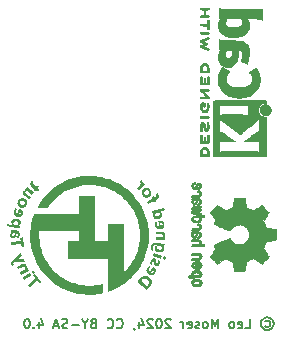
<source format=gbr>
%TF.GenerationSoftware,KiCad,Pcbnew,8.0.2*%
%TF.CreationDate,2024-06-11T02:39:08+02:00*%
%TF.ProjectId,tiny-vga,74696e79-2d76-4676-912e-6b696361645f,v1.0*%
%TF.SameCoordinates,Original*%
%TF.FileFunction,Legend,Bot*%
%TF.FilePolarity,Positive*%
%FSLAX46Y46*%
G04 Gerber Fmt 4.6, Leading zero omitted, Abs format (unit mm)*
G04 Created by KiCad (PCBNEW 8.0.2) date 2024-06-11 02:39:08*
%MOMM*%
%LPD*%
G01*
G04 APERTURE LIST*
%ADD10C,0.150000*%
%ADD11C,0.010000*%
%ADD12C,0.000000*%
%ADD13R,1.700000X1.700000*%
%ADD14O,1.700000X1.700000*%
%ADD15C,4.000000*%
%ADD16R,1.600000X1.600000*%
%ADD17C,1.600000*%
G04 APERTURE END LIST*
D10*
X156638220Y-92009771D02*
X156714411Y-91971676D01*
X156714411Y-91971676D02*
X156866792Y-91971676D01*
X156866792Y-91971676D02*
X156942982Y-92009771D01*
X156942982Y-92009771D02*
X157019173Y-92085961D01*
X157019173Y-92085961D02*
X157057268Y-92162152D01*
X157057268Y-92162152D02*
X157057268Y-92314533D01*
X157057268Y-92314533D02*
X157019173Y-92390723D01*
X157019173Y-92390723D02*
X156942982Y-92466914D01*
X156942982Y-92466914D02*
X156866792Y-92505009D01*
X156866792Y-92505009D02*
X156714411Y-92505009D01*
X156714411Y-92505009D02*
X156638220Y-92466914D01*
X156790601Y-91705009D02*
X156981077Y-91743104D01*
X156981077Y-91743104D02*
X157171554Y-91857390D01*
X157171554Y-91857390D02*
X157285839Y-92047866D01*
X157285839Y-92047866D02*
X157323935Y-92238342D01*
X157323935Y-92238342D02*
X157285839Y-92428819D01*
X157285839Y-92428819D02*
X157171554Y-92619295D01*
X157171554Y-92619295D02*
X156981077Y-92733580D01*
X156981077Y-92733580D02*
X156790601Y-92771676D01*
X156790601Y-92771676D02*
X156600125Y-92733580D01*
X156600125Y-92733580D02*
X156409649Y-92619295D01*
X156409649Y-92619295D02*
X156295363Y-92428819D01*
X156295363Y-92428819D02*
X156257268Y-92238342D01*
X156257268Y-92238342D02*
X156295363Y-92047866D01*
X156295363Y-92047866D02*
X156409649Y-91857390D01*
X156409649Y-91857390D02*
X156600125Y-91743104D01*
X156600125Y-91743104D02*
X156790601Y-91705009D01*
X154923934Y-92619295D02*
X155304886Y-92619295D01*
X155304886Y-92619295D02*
X155304886Y-91819295D01*
X154352505Y-92581200D02*
X154428696Y-92619295D01*
X154428696Y-92619295D02*
X154581077Y-92619295D01*
X154581077Y-92619295D02*
X154657267Y-92581200D01*
X154657267Y-92581200D02*
X154695363Y-92505009D01*
X154695363Y-92505009D02*
X154695363Y-92200247D01*
X154695363Y-92200247D02*
X154657267Y-92124057D01*
X154657267Y-92124057D02*
X154581077Y-92085961D01*
X154581077Y-92085961D02*
X154428696Y-92085961D01*
X154428696Y-92085961D02*
X154352505Y-92124057D01*
X154352505Y-92124057D02*
X154314410Y-92200247D01*
X154314410Y-92200247D02*
X154314410Y-92276438D01*
X154314410Y-92276438D02*
X154695363Y-92352628D01*
X153857268Y-92619295D02*
X153933458Y-92581200D01*
X153933458Y-92581200D02*
X153971553Y-92543104D01*
X153971553Y-92543104D02*
X154009649Y-92466914D01*
X154009649Y-92466914D02*
X154009649Y-92238342D01*
X154009649Y-92238342D02*
X153971553Y-92162152D01*
X153971553Y-92162152D02*
X153933458Y-92124057D01*
X153933458Y-92124057D02*
X153857268Y-92085961D01*
X153857268Y-92085961D02*
X153742982Y-92085961D01*
X153742982Y-92085961D02*
X153666791Y-92124057D01*
X153666791Y-92124057D02*
X153628696Y-92162152D01*
X153628696Y-92162152D02*
X153590601Y-92238342D01*
X153590601Y-92238342D02*
X153590601Y-92466914D01*
X153590601Y-92466914D02*
X153628696Y-92543104D01*
X153628696Y-92543104D02*
X153666791Y-92581200D01*
X153666791Y-92581200D02*
X153742982Y-92619295D01*
X153742982Y-92619295D02*
X153857268Y-92619295D01*
X152638219Y-92619295D02*
X152638219Y-91819295D01*
X152638219Y-91819295D02*
X152371553Y-92390723D01*
X152371553Y-92390723D02*
X152104886Y-91819295D01*
X152104886Y-91819295D02*
X152104886Y-92619295D01*
X151609648Y-92619295D02*
X151685838Y-92581200D01*
X151685838Y-92581200D02*
X151723933Y-92543104D01*
X151723933Y-92543104D02*
X151762029Y-92466914D01*
X151762029Y-92466914D02*
X151762029Y-92238342D01*
X151762029Y-92238342D02*
X151723933Y-92162152D01*
X151723933Y-92162152D02*
X151685838Y-92124057D01*
X151685838Y-92124057D02*
X151609648Y-92085961D01*
X151609648Y-92085961D02*
X151495362Y-92085961D01*
X151495362Y-92085961D02*
X151419171Y-92124057D01*
X151419171Y-92124057D02*
X151381076Y-92162152D01*
X151381076Y-92162152D02*
X151342981Y-92238342D01*
X151342981Y-92238342D02*
X151342981Y-92466914D01*
X151342981Y-92466914D02*
X151381076Y-92543104D01*
X151381076Y-92543104D02*
X151419171Y-92581200D01*
X151419171Y-92581200D02*
X151495362Y-92619295D01*
X151495362Y-92619295D02*
X151609648Y-92619295D01*
X151038219Y-92581200D02*
X150962028Y-92619295D01*
X150962028Y-92619295D02*
X150809647Y-92619295D01*
X150809647Y-92619295D02*
X150733457Y-92581200D01*
X150733457Y-92581200D02*
X150695361Y-92505009D01*
X150695361Y-92505009D02*
X150695361Y-92466914D01*
X150695361Y-92466914D02*
X150733457Y-92390723D01*
X150733457Y-92390723D02*
X150809647Y-92352628D01*
X150809647Y-92352628D02*
X150923933Y-92352628D01*
X150923933Y-92352628D02*
X151000123Y-92314533D01*
X151000123Y-92314533D02*
X151038219Y-92238342D01*
X151038219Y-92238342D02*
X151038219Y-92200247D01*
X151038219Y-92200247D02*
X151000123Y-92124057D01*
X151000123Y-92124057D02*
X150923933Y-92085961D01*
X150923933Y-92085961D02*
X150809647Y-92085961D01*
X150809647Y-92085961D02*
X150733457Y-92124057D01*
X150047742Y-92581200D02*
X150123933Y-92619295D01*
X150123933Y-92619295D02*
X150276314Y-92619295D01*
X150276314Y-92619295D02*
X150352504Y-92581200D01*
X150352504Y-92581200D02*
X150390600Y-92505009D01*
X150390600Y-92505009D02*
X150390600Y-92200247D01*
X150390600Y-92200247D02*
X150352504Y-92124057D01*
X150352504Y-92124057D02*
X150276314Y-92085961D01*
X150276314Y-92085961D02*
X150123933Y-92085961D01*
X150123933Y-92085961D02*
X150047742Y-92124057D01*
X150047742Y-92124057D02*
X150009647Y-92200247D01*
X150009647Y-92200247D02*
X150009647Y-92276438D01*
X150009647Y-92276438D02*
X150390600Y-92352628D01*
X149666790Y-92619295D02*
X149666790Y-92085961D01*
X149666790Y-92238342D02*
X149628695Y-92162152D01*
X149628695Y-92162152D02*
X149590600Y-92124057D01*
X149590600Y-92124057D02*
X149514409Y-92085961D01*
X149514409Y-92085961D02*
X149438219Y-92085961D01*
X148600124Y-91895485D02*
X148562028Y-91857390D01*
X148562028Y-91857390D02*
X148485838Y-91819295D01*
X148485838Y-91819295D02*
X148295362Y-91819295D01*
X148295362Y-91819295D02*
X148219171Y-91857390D01*
X148219171Y-91857390D02*
X148181076Y-91895485D01*
X148181076Y-91895485D02*
X148142981Y-91971676D01*
X148142981Y-91971676D02*
X148142981Y-92047866D01*
X148142981Y-92047866D02*
X148181076Y-92162152D01*
X148181076Y-92162152D02*
X148638219Y-92619295D01*
X148638219Y-92619295D02*
X148142981Y-92619295D01*
X147647742Y-91819295D02*
X147571552Y-91819295D01*
X147571552Y-91819295D02*
X147495361Y-91857390D01*
X147495361Y-91857390D02*
X147457266Y-91895485D01*
X147457266Y-91895485D02*
X147419171Y-91971676D01*
X147419171Y-91971676D02*
X147381076Y-92124057D01*
X147381076Y-92124057D02*
X147381076Y-92314533D01*
X147381076Y-92314533D02*
X147419171Y-92466914D01*
X147419171Y-92466914D02*
X147457266Y-92543104D01*
X147457266Y-92543104D02*
X147495361Y-92581200D01*
X147495361Y-92581200D02*
X147571552Y-92619295D01*
X147571552Y-92619295D02*
X147647742Y-92619295D01*
X147647742Y-92619295D02*
X147723933Y-92581200D01*
X147723933Y-92581200D02*
X147762028Y-92543104D01*
X147762028Y-92543104D02*
X147800123Y-92466914D01*
X147800123Y-92466914D02*
X147838219Y-92314533D01*
X147838219Y-92314533D02*
X147838219Y-92124057D01*
X147838219Y-92124057D02*
X147800123Y-91971676D01*
X147800123Y-91971676D02*
X147762028Y-91895485D01*
X147762028Y-91895485D02*
X147723933Y-91857390D01*
X147723933Y-91857390D02*
X147647742Y-91819295D01*
X147076314Y-91895485D02*
X147038218Y-91857390D01*
X147038218Y-91857390D02*
X146962028Y-91819295D01*
X146962028Y-91819295D02*
X146771552Y-91819295D01*
X146771552Y-91819295D02*
X146695361Y-91857390D01*
X146695361Y-91857390D02*
X146657266Y-91895485D01*
X146657266Y-91895485D02*
X146619171Y-91971676D01*
X146619171Y-91971676D02*
X146619171Y-92047866D01*
X146619171Y-92047866D02*
X146657266Y-92162152D01*
X146657266Y-92162152D02*
X147114409Y-92619295D01*
X147114409Y-92619295D02*
X146619171Y-92619295D01*
X145933456Y-92085961D02*
X145933456Y-92619295D01*
X146123932Y-91781200D02*
X146314409Y-92352628D01*
X146314409Y-92352628D02*
X145819170Y-92352628D01*
X145476313Y-92581200D02*
X145476313Y-92619295D01*
X145476313Y-92619295D02*
X145514408Y-92695485D01*
X145514408Y-92695485D02*
X145552504Y-92733580D01*
X144066789Y-92543104D02*
X144104885Y-92581200D01*
X144104885Y-92581200D02*
X144219170Y-92619295D01*
X144219170Y-92619295D02*
X144295361Y-92619295D01*
X144295361Y-92619295D02*
X144409647Y-92581200D01*
X144409647Y-92581200D02*
X144485837Y-92505009D01*
X144485837Y-92505009D02*
X144523932Y-92428819D01*
X144523932Y-92428819D02*
X144562028Y-92276438D01*
X144562028Y-92276438D02*
X144562028Y-92162152D01*
X144562028Y-92162152D02*
X144523932Y-92009771D01*
X144523932Y-92009771D02*
X144485837Y-91933580D01*
X144485837Y-91933580D02*
X144409647Y-91857390D01*
X144409647Y-91857390D02*
X144295361Y-91819295D01*
X144295361Y-91819295D02*
X144219170Y-91819295D01*
X144219170Y-91819295D02*
X144104885Y-91857390D01*
X144104885Y-91857390D02*
X144066789Y-91895485D01*
X143266789Y-92543104D02*
X143304885Y-92581200D01*
X143304885Y-92581200D02*
X143419170Y-92619295D01*
X143419170Y-92619295D02*
X143495361Y-92619295D01*
X143495361Y-92619295D02*
X143609647Y-92581200D01*
X143609647Y-92581200D02*
X143685837Y-92505009D01*
X143685837Y-92505009D02*
X143723932Y-92428819D01*
X143723932Y-92428819D02*
X143762028Y-92276438D01*
X143762028Y-92276438D02*
X143762028Y-92162152D01*
X143762028Y-92162152D02*
X143723932Y-92009771D01*
X143723932Y-92009771D02*
X143685837Y-91933580D01*
X143685837Y-91933580D02*
X143609647Y-91857390D01*
X143609647Y-91857390D02*
X143495361Y-91819295D01*
X143495361Y-91819295D02*
X143419170Y-91819295D01*
X143419170Y-91819295D02*
X143304885Y-91857390D01*
X143304885Y-91857390D02*
X143266789Y-91895485D01*
X142047742Y-92200247D02*
X141933456Y-92238342D01*
X141933456Y-92238342D02*
X141895361Y-92276438D01*
X141895361Y-92276438D02*
X141857265Y-92352628D01*
X141857265Y-92352628D02*
X141857265Y-92466914D01*
X141857265Y-92466914D02*
X141895361Y-92543104D01*
X141895361Y-92543104D02*
X141933456Y-92581200D01*
X141933456Y-92581200D02*
X142009646Y-92619295D01*
X142009646Y-92619295D02*
X142314408Y-92619295D01*
X142314408Y-92619295D02*
X142314408Y-91819295D01*
X142314408Y-91819295D02*
X142047742Y-91819295D01*
X142047742Y-91819295D02*
X141971551Y-91857390D01*
X141971551Y-91857390D02*
X141933456Y-91895485D01*
X141933456Y-91895485D02*
X141895361Y-91971676D01*
X141895361Y-91971676D02*
X141895361Y-92047866D01*
X141895361Y-92047866D02*
X141933456Y-92124057D01*
X141933456Y-92124057D02*
X141971551Y-92162152D01*
X141971551Y-92162152D02*
X142047742Y-92200247D01*
X142047742Y-92200247D02*
X142314408Y-92200247D01*
X141362027Y-92238342D02*
X141362027Y-92619295D01*
X141628694Y-91819295D02*
X141362027Y-92238342D01*
X141362027Y-92238342D02*
X141095361Y-91819295D01*
X140828694Y-92314533D02*
X140219171Y-92314533D01*
X139876314Y-92581200D02*
X139762028Y-92619295D01*
X139762028Y-92619295D02*
X139571552Y-92619295D01*
X139571552Y-92619295D02*
X139495361Y-92581200D01*
X139495361Y-92581200D02*
X139457266Y-92543104D01*
X139457266Y-92543104D02*
X139419171Y-92466914D01*
X139419171Y-92466914D02*
X139419171Y-92390723D01*
X139419171Y-92390723D02*
X139457266Y-92314533D01*
X139457266Y-92314533D02*
X139495361Y-92276438D01*
X139495361Y-92276438D02*
X139571552Y-92238342D01*
X139571552Y-92238342D02*
X139723933Y-92200247D01*
X139723933Y-92200247D02*
X139800123Y-92162152D01*
X139800123Y-92162152D02*
X139838218Y-92124057D01*
X139838218Y-92124057D02*
X139876314Y-92047866D01*
X139876314Y-92047866D02*
X139876314Y-91971676D01*
X139876314Y-91971676D02*
X139838218Y-91895485D01*
X139838218Y-91895485D02*
X139800123Y-91857390D01*
X139800123Y-91857390D02*
X139723933Y-91819295D01*
X139723933Y-91819295D02*
X139533456Y-91819295D01*
X139533456Y-91819295D02*
X139419171Y-91857390D01*
X139114409Y-92390723D02*
X138733456Y-92390723D01*
X139190599Y-92619295D02*
X138923932Y-91819295D01*
X138923932Y-91819295D02*
X138657266Y-92619295D01*
X137438218Y-92085961D02*
X137438218Y-92619295D01*
X137628694Y-91781200D02*
X137819171Y-92352628D01*
X137819171Y-92352628D02*
X137323932Y-92352628D01*
X137019170Y-92543104D02*
X136981075Y-92581200D01*
X136981075Y-92581200D02*
X137019170Y-92619295D01*
X137019170Y-92619295D02*
X137057266Y-92581200D01*
X137057266Y-92581200D02*
X137019170Y-92543104D01*
X137019170Y-92543104D02*
X137019170Y-92619295D01*
X136485837Y-91819295D02*
X136409647Y-91819295D01*
X136409647Y-91819295D02*
X136333456Y-91857390D01*
X136333456Y-91857390D02*
X136295361Y-91895485D01*
X136295361Y-91895485D02*
X136257266Y-91971676D01*
X136257266Y-91971676D02*
X136219171Y-92124057D01*
X136219171Y-92124057D02*
X136219171Y-92314533D01*
X136219171Y-92314533D02*
X136257266Y-92466914D01*
X136257266Y-92466914D02*
X136295361Y-92543104D01*
X136295361Y-92543104D02*
X136333456Y-92581200D01*
X136333456Y-92581200D02*
X136409647Y-92619295D01*
X136409647Y-92619295D02*
X136485837Y-92619295D01*
X136485837Y-92619295D02*
X136562028Y-92581200D01*
X136562028Y-92581200D02*
X136600123Y-92543104D01*
X136600123Y-92543104D02*
X136638218Y-92466914D01*
X136638218Y-92466914D02*
X136676314Y-92314533D01*
X136676314Y-92314533D02*
X136676314Y-92124057D01*
X136676314Y-92124057D02*
X136638218Y-91971676D01*
X136638218Y-91971676D02*
X136600123Y-91895485D01*
X136600123Y-91895485D02*
X136562028Y-91857390D01*
X136562028Y-91857390D02*
X136485837Y-91819295D01*
D11*
%TO.C,REF\u002A\u002A*%
X150976913Y-80947952D02*
X151045033Y-80977431D01*
X151108866Y-81025098D01*
X151153012Y-81080839D01*
X151163218Y-81104193D01*
X151180282Y-81192619D01*
X151173524Y-81286501D01*
X151143560Y-81367167D01*
X151121046Y-81400714D01*
X151088788Y-81434687D01*
X151047754Y-81458919D01*
X150991892Y-81475001D01*
X150915149Y-81484521D01*
X150811475Y-81489068D01*
X150674816Y-81490231D01*
X150604195Y-81490003D01*
X150507692Y-81488860D01*
X150430677Y-81486919D01*
X150379681Y-81484365D01*
X150361231Y-81481381D01*
X150367333Y-81461962D01*
X150383905Y-81422766D01*
X150384442Y-81421589D01*
X150395097Y-81401235D01*
X150409718Y-81387546D01*
X150435327Y-81379199D01*
X150478946Y-81374874D01*
X150547597Y-81373248D01*
X150648302Y-81373000D01*
X150712187Y-81372500D01*
X150832249Y-81367164D01*
X150920191Y-81354945D01*
X150980625Y-81334552D01*
X151018164Y-81304695D01*
X151037419Y-81264082D01*
X151038761Y-81258448D01*
X151039809Y-81182378D01*
X151005729Y-81123052D01*
X150937402Y-81082077D01*
X150917649Y-81074770D01*
X150873934Y-81058114D01*
X150853845Y-81049679D01*
X150856613Y-81032356D01*
X150871635Y-80994525D01*
X150896444Y-80959240D01*
X150943330Y-80943154D01*
X150976913Y-80947952D01*
G36*
X150976913Y-80947952D02*
G01*
X151045033Y-80977431D01*
X151108866Y-81025098D01*
X151153012Y-81080839D01*
X151163218Y-81104193D01*
X151180282Y-81192619D01*
X151173524Y-81286501D01*
X151143560Y-81367167D01*
X151121046Y-81400714D01*
X151088788Y-81434687D01*
X151047754Y-81458919D01*
X150991892Y-81475001D01*
X150915149Y-81484521D01*
X150811475Y-81489068D01*
X150674816Y-81490231D01*
X150604195Y-81490003D01*
X150507692Y-81488860D01*
X150430677Y-81486919D01*
X150379681Y-81484365D01*
X150361231Y-81481381D01*
X150367333Y-81461962D01*
X150383905Y-81422766D01*
X150384442Y-81421589D01*
X150395097Y-81401235D01*
X150409718Y-81387546D01*
X150435327Y-81379199D01*
X150478946Y-81374874D01*
X150547597Y-81373248D01*
X150648302Y-81373000D01*
X150712187Y-81372500D01*
X150832249Y-81367164D01*
X150920191Y-81354945D01*
X150980625Y-81334552D01*
X151018164Y-81304695D01*
X151037419Y-81264082D01*
X151038761Y-81258448D01*
X151039809Y-81182378D01*
X151005729Y-81123052D01*
X150937402Y-81082077D01*
X150917649Y-81074770D01*
X150873934Y-81058114D01*
X150853845Y-81049679D01*
X150856613Y-81032356D01*
X150871635Y-80994525D01*
X150896444Y-80959240D01*
X150943330Y-80943154D01*
X150976913Y-80947952D01*
G37*
X150793081Y-86218883D02*
X150904569Y-86221847D01*
X150987579Y-86229351D01*
X151048801Y-86243190D01*
X151094925Y-86265155D01*
X151132642Y-86297039D01*
X151168642Y-86340633D01*
X151204911Y-86403336D01*
X151228588Y-86502117D01*
X151218316Y-86601372D01*
X151175431Y-86692629D01*
X151101271Y-86767416D01*
X151078056Y-86782917D01*
X151051744Y-86795774D01*
X151018580Y-86804893D01*
X150972119Y-86811102D01*
X150905918Y-86815233D01*
X150813532Y-86818116D01*
X150688515Y-86820579D01*
X150341722Y-86826697D01*
X150361262Y-86775303D01*
X150379213Y-86728246D01*
X150396489Y-86693015D01*
X150418758Y-86670017D01*
X150452835Y-86656655D01*
X150505537Y-86650328D01*
X150583677Y-86648437D01*
X150694072Y-86648385D01*
X150782065Y-86648117D01*
X150866498Y-86646521D01*
X150924166Y-86642712D01*
X150962012Y-86635820D01*
X150986976Y-86624975D01*
X151006000Y-86609308D01*
X151032847Y-86570792D01*
X151042966Y-86506091D01*
X151017394Y-86442081D01*
X151014120Y-86437856D01*
X150998993Y-86424689D01*
X150974732Y-86414975D01*
X150935350Y-86407903D01*
X150874859Y-86402656D01*
X150787271Y-86398421D01*
X150666598Y-86394385D01*
X150343485Y-86384615D01*
X150417935Y-86218539D01*
X150712938Y-86218539D01*
X150793081Y-86218883D01*
G36*
X150793081Y-86218883D02*
G01*
X150904569Y-86221847D01*
X150987579Y-86229351D01*
X151048801Y-86243190D01*
X151094925Y-86265155D01*
X151132642Y-86297039D01*
X151168642Y-86340633D01*
X151204911Y-86403336D01*
X151228588Y-86502117D01*
X151218316Y-86601372D01*
X151175431Y-86692629D01*
X151101271Y-86767416D01*
X151078056Y-86782917D01*
X151051744Y-86795774D01*
X151018580Y-86804893D01*
X150972119Y-86811102D01*
X150905918Y-86815233D01*
X150813532Y-86818116D01*
X150688515Y-86820579D01*
X150341722Y-86826697D01*
X150361262Y-86775303D01*
X150379213Y-86728246D01*
X150396489Y-86693015D01*
X150418758Y-86670017D01*
X150452835Y-86656655D01*
X150505537Y-86650328D01*
X150583677Y-86648437D01*
X150694072Y-86648385D01*
X150782065Y-86648117D01*
X150866498Y-86646521D01*
X150924166Y-86642712D01*
X150962012Y-86635820D01*
X150986976Y-86624975D01*
X151006000Y-86609308D01*
X151032847Y-86570792D01*
X151042966Y-86506091D01*
X151017394Y-86442081D01*
X151014120Y-86437856D01*
X150998993Y-86424689D01*
X150974732Y-86414975D01*
X150935350Y-86407903D01*
X150874859Y-86402656D01*
X150787271Y-86398421D01*
X150666598Y-86394385D01*
X150343485Y-86384615D01*
X150417935Y-86218539D01*
X150712938Y-86218539D01*
X150793081Y-86218883D01*
G37*
X151043872Y-83772856D02*
X151084650Y-83800978D01*
X151142579Y-83872883D01*
X151175330Y-83961638D01*
X151179788Y-84056542D01*
X151152833Y-84146892D01*
X151149419Y-84153060D01*
X151110308Y-84203447D01*
X151060025Y-84248498D01*
X151048661Y-84256355D01*
X151022140Y-84271376D01*
X150990664Y-84282107D01*
X150947409Y-84289486D01*
X150885551Y-84294452D01*
X150798267Y-84297942D01*
X150678731Y-84300893D01*
X150658522Y-84301311D01*
X150527501Y-84302654D01*
X150434704Y-84300761D01*
X150379493Y-84295605D01*
X150361231Y-84287158D01*
X150366699Y-84261594D01*
X150383267Y-84218166D01*
X150388112Y-84207940D01*
X150399080Y-84191967D01*
X150417110Y-84180954D01*
X150448604Y-84173750D01*
X150499964Y-84169208D01*
X150577590Y-84166180D01*
X150687885Y-84163516D01*
X150720125Y-84162785D01*
X150821950Y-84159965D01*
X150893212Y-84156304D01*
X150940668Y-84150694D01*
X150971075Y-84142029D01*
X150991190Y-84129202D01*
X151007771Y-84111105D01*
X151036839Y-84057525D01*
X151042436Y-83991612D01*
X151020193Y-83932635D01*
X150974141Y-83890203D01*
X150908308Y-83873923D01*
X150890413Y-83873470D01*
X150858018Y-83864578D01*
X150853075Y-83838325D01*
X150872367Y-83786919D01*
X150878554Y-83775013D01*
X150914942Y-83742835D01*
X150969046Y-83742198D01*
X151043872Y-83772856D01*
G36*
X151043872Y-83772856D02*
G01*
X151084650Y-83800978D01*
X151142579Y-83872883D01*
X151175330Y-83961638D01*
X151179788Y-84056542D01*
X151152833Y-84146892D01*
X151149419Y-84153060D01*
X151110308Y-84203447D01*
X151060025Y-84248498D01*
X151048661Y-84256355D01*
X151022140Y-84271376D01*
X150990664Y-84282107D01*
X150947409Y-84289486D01*
X150885551Y-84294452D01*
X150798267Y-84297942D01*
X150678731Y-84300893D01*
X150658522Y-84301311D01*
X150527501Y-84302654D01*
X150434704Y-84300761D01*
X150379493Y-84295605D01*
X150361231Y-84287158D01*
X150366699Y-84261594D01*
X150383267Y-84218166D01*
X150388112Y-84207940D01*
X150399080Y-84191967D01*
X150417110Y-84180954D01*
X150448604Y-84173750D01*
X150499964Y-84169208D01*
X150577590Y-84166180D01*
X150687885Y-84163516D01*
X150720125Y-84162785D01*
X150821950Y-84159965D01*
X150893212Y-84156304D01*
X150940668Y-84150694D01*
X150971075Y-84142029D01*
X150991190Y-84129202D01*
X151007771Y-84111105D01*
X151036839Y-84057525D01*
X151042436Y-83991612D01*
X151020193Y-83932635D01*
X150974141Y-83890203D01*
X150908308Y-83873923D01*
X150890413Y-83873470D01*
X150858018Y-83864578D01*
X150853075Y-83838325D01*
X150872367Y-83786919D01*
X150878554Y-83775013D01*
X150914942Y-83742835D01*
X150969046Y-83742198D01*
X151043872Y-83772856D01*
G37*
X150680642Y-85085338D02*
X150705258Y-85085384D01*
X150833581Y-85087970D01*
X150930616Y-85095913D01*
X151002943Y-85111155D01*
X151057145Y-85135636D01*
X151099802Y-85171298D01*
X151137495Y-85220082D01*
X151161090Y-85267661D01*
X151179328Y-85343732D01*
X151180364Y-85418556D01*
X151162622Y-85476077D01*
X151160171Y-85480402D01*
X151160434Y-85493738D01*
X151180961Y-85502851D01*
X151228020Y-85509428D01*
X151307880Y-85515154D01*
X151471764Y-85524923D01*
X151418194Y-85651923D01*
X150883545Y-85651923D01*
X150744906Y-85651660D01*
X150620195Y-85650958D01*
X150514443Y-85649883D01*
X150432678Y-85648500D01*
X150379931Y-85646874D01*
X150361231Y-85645070D01*
X150361294Y-85644364D01*
X150368088Y-85620387D01*
X150382680Y-85576685D01*
X150404130Y-85515154D01*
X150679383Y-85515154D01*
X150787534Y-85514763D01*
X150865974Y-85512946D01*
X150919353Y-85508767D01*
X150954744Y-85501286D01*
X150979221Y-85489567D01*
X150999856Y-85472671D01*
X151010830Y-85461152D01*
X151041225Y-85398864D01*
X151038534Y-85330211D01*
X151002594Y-85267298D01*
X150993675Y-85258139D01*
X150975156Y-85243471D01*
X150950674Y-85233433D01*
X150913607Y-85227151D01*
X150857333Y-85223748D01*
X150775229Y-85222349D01*
X150660671Y-85222077D01*
X150602570Y-85221947D01*
X150507007Y-85221099D01*
X150430474Y-85219594D01*
X150379655Y-85217585D01*
X150361231Y-85215223D01*
X150361294Y-85214518D01*
X150368088Y-85190541D01*
X150382680Y-85146839D01*
X150404130Y-85085308D01*
X150680642Y-85085338D01*
G36*
X150680642Y-85085338D02*
G01*
X150705258Y-85085384D01*
X150833581Y-85087970D01*
X150930616Y-85095913D01*
X151002943Y-85111155D01*
X151057145Y-85135636D01*
X151099802Y-85171298D01*
X151137495Y-85220082D01*
X151161090Y-85267661D01*
X151179328Y-85343732D01*
X151180364Y-85418556D01*
X151162622Y-85476077D01*
X151160171Y-85480402D01*
X151160434Y-85493738D01*
X151180961Y-85502851D01*
X151228020Y-85509428D01*
X151307880Y-85515154D01*
X151471764Y-85524923D01*
X151418194Y-85651923D01*
X150883545Y-85651923D01*
X150744906Y-85651660D01*
X150620195Y-85650958D01*
X150514443Y-85649883D01*
X150432678Y-85648500D01*
X150379931Y-85646874D01*
X150361231Y-85645070D01*
X150361294Y-85644364D01*
X150368088Y-85620387D01*
X150382680Y-85576685D01*
X150404130Y-85515154D01*
X150679383Y-85515154D01*
X150787534Y-85514763D01*
X150865974Y-85512946D01*
X150919353Y-85508767D01*
X150954744Y-85501286D01*
X150979221Y-85489567D01*
X150999856Y-85472671D01*
X151010830Y-85461152D01*
X151041225Y-85398864D01*
X151038534Y-85330211D01*
X151002594Y-85267298D01*
X150993675Y-85258139D01*
X150975156Y-85243471D01*
X150950674Y-85233433D01*
X150913607Y-85227151D01*
X150857333Y-85223748D01*
X150775229Y-85222349D01*
X150660671Y-85222077D01*
X150602570Y-85221947D01*
X150507007Y-85221099D01*
X150430474Y-85219594D01*
X150379655Y-85217585D01*
X150361231Y-85215223D01*
X150361294Y-85214518D01*
X150368088Y-85190541D01*
X150382680Y-85146839D01*
X150404130Y-85085308D01*
X150680642Y-85085338D01*
G37*
X150935143Y-82272251D02*
X151033808Y-82273753D01*
X151111932Y-82276089D01*
X151163338Y-82279071D01*
X151181846Y-82282509D01*
X151181796Y-82283230D01*
X151172587Y-82308203D01*
X151152293Y-82350399D01*
X151122739Y-82407549D01*
X150815254Y-82412928D01*
X150507769Y-82418308D01*
X150507769Y-82535539D01*
X150844808Y-82540885D01*
X150936426Y-82542579D01*
X151034351Y-82545005D01*
X151112094Y-82547634D01*
X151163358Y-82550246D01*
X151181846Y-82552623D01*
X151181781Y-82553306D01*
X151174980Y-82576996D01*
X151160396Y-82620546D01*
X151138946Y-82682077D01*
X150842896Y-82682376D01*
X150791468Y-82682676D01*
X150691534Y-82684754D01*
X150608075Y-82688470D01*
X150548623Y-82693430D01*
X150520713Y-82699240D01*
X150505786Y-82720024D01*
X150501175Y-82762440D01*
X150507769Y-82809077D01*
X150844808Y-82814423D01*
X150930454Y-82816336D01*
X151031828Y-82820303D01*
X151111345Y-82825491D01*
X151163264Y-82831499D01*
X151181846Y-82837927D01*
X151175966Y-82862998D01*
X151159171Y-82905850D01*
X151136497Y-82955615D01*
X150481467Y-82955615D01*
X150419637Y-82893785D01*
X150405772Y-82879662D01*
X150374954Y-82840536D01*
X150364972Y-82801078D01*
X150369567Y-82742362D01*
X150372538Y-82718456D01*
X150378824Y-82656801D01*
X150381328Y-82613692D01*
X150380945Y-82600905D01*
X150376800Y-82548446D01*
X150369567Y-82485022D01*
X150367082Y-82464730D01*
X150366105Y-82413610D01*
X150381538Y-82376207D01*
X150419637Y-82333599D01*
X150481467Y-82271769D01*
X150831657Y-82271769D01*
X150935143Y-82272251D01*
G36*
X150935143Y-82272251D02*
G01*
X151033808Y-82273753D01*
X151111932Y-82276089D01*
X151163338Y-82279071D01*
X151181846Y-82282509D01*
X151181796Y-82283230D01*
X151172587Y-82308203D01*
X151152293Y-82350399D01*
X151122739Y-82407549D01*
X150815254Y-82412928D01*
X150507769Y-82418308D01*
X150507769Y-82535539D01*
X150844808Y-82540885D01*
X150936426Y-82542579D01*
X151034351Y-82545005D01*
X151112094Y-82547634D01*
X151163358Y-82550246D01*
X151181846Y-82552623D01*
X151181781Y-82553306D01*
X151174980Y-82576996D01*
X151160396Y-82620546D01*
X151138946Y-82682077D01*
X150842896Y-82682376D01*
X150791468Y-82682676D01*
X150691534Y-82684754D01*
X150608075Y-82688470D01*
X150548623Y-82693430D01*
X150520713Y-82699240D01*
X150505786Y-82720024D01*
X150501175Y-82762440D01*
X150507769Y-82809077D01*
X150844808Y-82814423D01*
X150930454Y-82816336D01*
X151031828Y-82820303D01*
X151111345Y-82825491D01*
X151163264Y-82831499D01*
X151181846Y-82837927D01*
X151175966Y-82862998D01*
X151159171Y-82905850D01*
X151136497Y-82955615D01*
X150481467Y-82955615D01*
X150419637Y-82893785D01*
X150405772Y-82879662D01*
X150374954Y-82840536D01*
X150364972Y-82801078D01*
X150369567Y-82742362D01*
X150372538Y-82718456D01*
X150378824Y-82656801D01*
X150381328Y-82613692D01*
X150380945Y-82600905D01*
X150376800Y-82548446D01*
X150369567Y-82485022D01*
X150367082Y-82464730D01*
X150366105Y-82413610D01*
X150381538Y-82376207D01*
X150419637Y-82333599D01*
X150481467Y-82271769D01*
X150831657Y-82271769D01*
X150935143Y-82272251D01*
G37*
X150867948Y-88446699D02*
X150962467Y-88456262D01*
X151037273Y-88474943D01*
X151087095Y-88498951D01*
X151164591Y-88566536D01*
X151212744Y-88658114D01*
X151229297Y-88770213D01*
X151228401Y-88800151D01*
X151210071Y-88888315D01*
X151163896Y-88960733D01*
X151084352Y-89027192D01*
X151078452Y-89031147D01*
X151046712Y-89049040D01*
X151010837Y-89060678D01*
X150962094Y-89067371D01*
X150891751Y-89070426D01*
X150797818Y-89071106D01*
X150791077Y-89071154D01*
X150769895Y-89071135D01*
X150675416Y-89070076D01*
X150609586Y-89066436D01*
X150563606Y-89058892D01*
X150528679Y-89046122D01*
X150496005Y-89026803D01*
X150489225Y-89022050D01*
X150435769Y-88971759D01*
X150395453Y-88914457D01*
X150382371Y-88885032D01*
X150362746Y-88789942D01*
X150542739Y-88789942D01*
X150576154Y-88836692D01*
X150584947Y-88844824D01*
X150611259Y-88860754D01*
X150649480Y-88870159D01*
X150708651Y-88874632D01*
X150797818Y-88875769D01*
X150881336Y-88873822D01*
X150960905Y-88864105D01*
X151011192Y-88844047D01*
X151037487Y-88811240D01*
X151045077Y-88763280D01*
X151043568Y-88745016D01*
X151015893Y-88693848D01*
X150953828Y-88660035D01*
X150857963Y-88643796D01*
X150728886Y-88645349D01*
X150720580Y-88645974D01*
X150649357Y-88655077D01*
X150604191Y-88671288D01*
X150573248Y-88698660D01*
X150544263Y-88744553D01*
X150542739Y-88789942D01*
X150362746Y-88789942D01*
X150360550Y-88779299D01*
X150374664Y-88674734D01*
X150422895Y-88578368D01*
X150503421Y-88497235D01*
X150514209Y-88490385D01*
X150576847Y-88468097D01*
X150664065Y-88453079D01*
X150764790Y-88445792D01*
X150867948Y-88446699D01*
G36*
X150867948Y-88446699D02*
G01*
X150962467Y-88456262D01*
X151037273Y-88474943D01*
X151087095Y-88498951D01*
X151164591Y-88566536D01*
X151212744Y-88658114D01*
X151229297Y-88770213D01*
X151228401Y-88800151D01*
X151210071Y-88888315D01*
X151163896Y-88960733D01*
X151084352Y-89027192D01*
X151078452Y-89031147D01*
X151046712Y-89049040D01*
X151010837Y-89060678D01*
X150962094Y-89067371D01*
X150891751Y-89070426D01*
X150797818Y-89071106D01*
X150791077Y-89071154D01*
X150769895Y-89071135D01*
X150675416Y-89070076D01*
X150609586Y-89066436D01*
X150563606Y-89058892D01*
X150528679Y-89046122D01*
X150496005Y-89026803D01*
X150489225Y-89022050D01*
X150435769Y-88971759D01*
X150395453Y-88914457D01*
X150382371Y-88885032D01*
X150362746Y-88789942D01*
X150542739Y-88789942D01*
X150576154Y-88836692D01*
X150584947Y-88844824D01*
X150611259Y-88860754D01*
X150649480Y-88870159D01*
X150708651Y-88874632D01*
X150797818Y-88875769D01*
X150881336Y-88873822D01*
X150960905Y-88864105D01*
X151011192Y-88844047D01*
X151037487Y-88811240D01*
X151045077Y-88763280D01*
X151043568Y-88745016D01*
X151015893Y-88693848D01*
X150953828Y-88660035D01*
X150857963Y-88643796D01*
X150728886Y-88645349D01*
X150720580Y-88645974D01*
X150649357Y-88655077D01*
X150604191Y-88671288D01*
X150573248Y-88698660D01*
X150544263Y-88744553D01*
X150542739Y-88789942D01*
X150362746Y-88789942D01*
X150360550Y-88779299D01*
X150374664Y-88674734D01*
X150422895Y-88578368D01*
X150503421Y-88497235D01*
X150514209Y-88490385D01*
X150576847Y-88468097D01*
X150664065Y-88453079D01*
X150764790Y-88445792D01*
X150867948Y-88446699D01*
G37*
X150687448Y-80337346D02*
X150661636Y-80379994D01*
X150601072Y-80417064D01*
X150581680Y-80424803D01*
X150526765Y-80468074D01*
X150499121Y-80526976D01*
X150501607Y-80591111D01*
X150537077Y-80650077D01*
X150559195Y-80670342D01*
X150592564Y-80688720D01*
X150622883Y-80682971D01*
X150654087Y-80649887D01*
X150690113Y-80586261D01*
X150734897Y-80488885D01*
X150822555Y-80288615D01*
X150909393Y-80283301D01*
X150974337Y-80285647D01*
X151056410Y-80315186D01*
X151101639Y-80352472D01*
X151152162Y-80429776D01*
X151177684Y-80521478D01*
X151175664Y-80616274D01*
X151143560Y-80702859D01*
X151131233Y-80721920D01*
X151093088Y-80765640D01*
X151044833Y-80795540D01*
X150979290Y-80813968D01*
X150889280Y-80823270D01*
X150830052Y-80824499D01*
X150767624Y-80825794D01*
X150715551Y-80825413D01*
X150612953Y-80820641D01*
X150537874Y-80808150D01*
X150482252Y-80785121D01*
X150438025Y-80748732D01*
X150401479Y-80701751D01*
X150791077Y-80701751D01*
X150796562Y-80705161D01*
X150830052Y-80706529D01*
X150883884Y-80701651D01*
X150936527Y-80689364D01*
X151002849Y-80651041D01*
X151040220Y-80595720D01*
X151045279Y-80529640D01*
X151014661Y-80459040D01*
X150999352Y-80439474D01*
X150964704Y-80415783D01*
X150930462Y-80425688D01*
X150893904Y-80470756D01*
X150852308Y-80552557D01*
X150846282Y-80566092D01*
X150818247Y-80630818D01*
X150798528Y-80679247D01*
X150791077Y-80701751D01*
X150401479Y-80701751D01*
X150397131Y-80696162D01*
X150378534Y-80662714D01*
X150366009Y-80609098D01*
X150366997Y-80533780D01*
X150370965Y-80491672D01*
X150383080Y-80440879D01*
X150409415Y-80400280D01*
X150458486Y-80353049D01*
X150465654Y-80346738D01*
X150520811Y-80304277D01*
X150568850Y-80284018D01*
X150625816Y-80278846D01*
X150709529Y-80278846D01*
X150687448Y-80337346D01*
G36*
X150687448Y-80337346D02*
G01*
X150661636Y-80379994D01*
X150601072Y-80417064D01*
X150581680Y-80424803D01*
X150526765Y-80468074D01*
X150499121Y-80526976D01*
X150501607Y-80591111D01*
X150537077Y-80650077D01*
X150559195Y-80670342D01*
X150592564Y-80688720D01*
X150622883Y-80682971D01*
X150654087Y-80649887D01*
X150690113Y-80586261D01*
X150734897Y-80488885D01*
X150822555Y-80288615D01*
X150909393Y-80283301D01*
X150974337Y-80285647D01*
X151056410Y-80315186D01*
X151101639Y-80352472D01*
X151152162Y-80429776D01*
X151177684Y-80521478D01*
X151175664Y-80616274D01*
X151143560Y-80702859D01*
X151131233Y-80721920D01*
X151093088Y-80765640D01*
X151044833Y-80795540D01*
X150979290Y-80813968D01*
X150889280Y-80823270D01*
X150830052Y-80824499D01*
X150767624Y-80825794D01*
X150715551Y-80825413D01*
X150612953Y-80820641D01*
X150537874Y-80808150D01*
X150482252Y-80785121D01*
X150438025Y-80748732D01*
X150401479Y-80701751D01*
X150791077Y-80701751D01*
X150796562Y-80705161D01*
X150830052Y-80706529D01*
X150883884Y-80701651D01*
X150936527Y-80689364D01*
X151002849Y-80651041D01*
X151040220Y-80595720D01*
X151045279Y-80529640D01*
X151014661Y-80459040D01*
X150999352Y-80439474D01*
X150964704Y-80415783D01*
X150930462Y-80425688D01*
X150893904Y-80470756D01*
X150852308Y-80552557D01*
X150846282Y-80566092D01*
X150818247Y-80630818D01*
X150798528Y-80679247D01*
X150791077Y-80701751D01*
X150401479Y-80701751D01*
X150397131Y-80696162D01*
X150378534Y-80662714D01*
X150366009Y-80609098D01*
X150366997Y-80533780D01*
X150370965Y-80491672D01*
X150383080Y-80440879D01*
X150409415Y-80400280D01*
X150458486Y-80353049D01*
X150465654Y-80346738D01*
X150520811Y-80304277D01*
X150568850Y-80284018D01*
X150625816Y-80278846D01*
X150709529Y-80278846D01*
X150687448Y-80337346D01*
G37*
X151446436Y-83136346D02*
X151439155Y-83153136D01*
X151422713Y-83179859D01*
X151397813Y-83195156D01*
X151354268Y-83203563D01*
X151281894Y-83209615D01*
X151216911Y-83215144D01*
X151174250Y-83222450D01*
X151158330Y-83232918D01*
X151162600Y-83248692D01*
X151177603Y-83288890D01*
X151181322Y-83360728D01*
X151167428Y-83438010D01*
X151137495Y-83504688D01*
X151109789Y-83541371D01*
X151055731Y-83588472D01*
X150986423Y-83618638D01*
X150894235Y-83634678D01*
X150777014Y-83639191D01*
X150771538Y-83639401D01*
X150695348Y-83637839D01*
X150591493Y-83626810D01*
X150513667Y-83602814D01*
X150454240Y-83563043D01*
X150405582Y-83504688D01*
X150377454Y-83449100D01*
X150361801Y-83355751D01*
X150367656Y-83323863D01*
X150502705Y-83323863D01*
X150506110Y-83391625D01*
X150545958Y-83454734D01*
X150566602Y-83473526D01*
X150593971Y-83489254D01*
X150631808Y-83498039D01*
X150689645Y-83501859D01*
X150777014Y-83502692D01*
X150843681Y-83502281D01*
X150908755Y-83499434D01*
X150950749Y-83492256D01*
X150978937Y-83478889D01*
X151002594Y-83457472D01*
X151013247Y-83444890D01*
X151041943Y-83379699D01*
X151037425Y-83311400D01*
X150999856Y-83252098D01*
X150984960Y-83239333D01*
X150956911Y-83223764D01*
X150917742Y-83214762D01*
X150858142Y-83210617D01*
X150768800Y-83209615D01*
X150697684Y-83210077D01*
X150633359Y-83212999D01*
X150591834Y-83220221D01*
X150563933Y-83233561D01*
X150540483Y-83254836D01*
X150535975Y-83259821D01*
X150502705Y-83323863D01*
X150367656Y-83323863D01*
X150378916Y-83262530D01*
X150426612Y-83178272D01*
X150502706Y-83111818D01*
X150516738Y-83103793D01*
X150541321Y-83093196D01*
X150572691Y-83085335D01*
X150616231Y-83079807D01*
X150677322Y-83076206D01*
X150761345Y-83074128D01*
X150873680Y-83073167D01*
X151019711Y-83072919D01*
X151473037Y-83072846D01*
X151446436Y-83136346D01*
G36*
X151446436Y-83136346D02*
G01*
X151439155Y-83153136D01*
X151422713Y-83179859D01*
X151397813Y-83195156D01*
X151354268Y-83203563D01*
X151281894Y-83209615D01*
X151216911Y-83215144D01*
X151174250Y-83222450D01*
X151158330Y-83232918D01*
X151162600Y-83248692D01*
X151177603Y-83288890D01*
X151181322Y-83360728D01*
X151167428Y-83438010D01*
X151137495Y-83504688D01*
X151109789Y-83541371D01*
X151055731Y-83588472D01*
X150986423Y-83618638D01*
X150894235Y-83634678D01*
X150777014Y-83639191D01*
X150771538Y-83639401D01*
X150695348Y-83637839D01*
X150591493Y-83626810D01*
X150513667Y-83602814D01*
X150454240Y-83563043D01*
X150405582Y-83504688D01*
X150377454Y-83449100D01*
X150361801Y-83355751D01*
X150367656Y-83323863D01*
X150502705Y-83323863D01*
X150506110Y-83391625D01*
X150545958Y-83454734D01*
X150566602Y-83473526D01*
X150593971Y-83489254D01*
X150631808Y-83498039D01*
X150689645Y-83501859D01*
X150777014Y-83502692D01*
X150843681Y-83502281D01*
X150908755Y-83499434D01*
X150950749Y-83492256D01*
X150978937Y-83478889D01*
X151002594Y-83457472D01*
X151013247Y-83444890D01*
X151041943Y-83379699D01*
X151037425Y-83311400D01*
X150999856Y-83252098D01*
X150984960Y-83239333D01*
X150956911Y-83223764D01*
X150917742Y-83214762D01*
X150858142Y-83210617D01*
X150768800Y-83209615D01*
X150697684Y-83210077D01*
X150633359Y-83212999D01*
X150591834Y-83220221D01*
X150563933Y-83233561D01*
X150540483Y-83254836D01*
X150535975Y-83259821D01*
X150502705Y-83323863D01*
X150367656Y-83323863D01*
X150378916Y-83262530D01*
X150426612Y-83178272D01*
X150502706Y-83111818D01*
X150516738Y-83103793D01*
X150541321Y-83093196D01*
X150572691Y-83085335D01*
X150616231Y-83079807D01*
X150677322Y-83076206D01*
X150761345Y-83074128D01*
X150873680Y-83073167D01*
X151019711Y-83072919D01*
X151473037Y-83072846D01*
X151446436Y-83136346D01*
G37*
X150754785Y-86960582D02*
X150771538Y-86971548D01*
X150770520Y-86981290D01*
X150751991Y-87027877D01*
X150717919Y-87080682D01*
X150678478Y-87125603D01*
X150643845Y-87148535D01*
X150596867Y-87172373D01*
X150554138Y-87221230D01*
X150537077Y-87277963D01*
X150542010Y-87298758D01*
X150566843Y-87339804D01*
X150601315Y-87375557D01*
X150632589Y-87390846D01*
X150632705Y-87390842D01*
X150645750Y-87375086D01*
X150859874Y-87375086D01*
X150872448Y-87388410D01*
X150915532Y-87390846D01*
X150969153Y-87380724D01*
X151017881Y-87345631D01*
X151043144Y-87294823D01*
X151040594Y-87238181D01*
X151005880Y-87185584D01*
X150981893Y-87164910D01*
X150963637Y-87160000D01*
X150946223Y-87179911D01*
X150920128Y-87229521D01*
X150919390Y-87230976D01*
X150891517Y-87289506D01*
X150869281Y-87341868D01*
X150859874Y-87375086D01*
X150645750Y-87375086D01*
X150647067Y-87373495D01*
X150672975Y-87327247D01*
X150706790Y-87259067D01*
X150744871Y-87175923D01*
X150745073Y-87175466D01*
X150785291Y-87085138D01*
X150814267Y-87024592D01*
X150836526Y-86987888D01*
X150856593Y-86969086D01*
X150878991Y-86962246D01*
X150908244Y-86961429D01*
X150978346Y-86968622D01*
X151073588Y-87004184D01*
X151148433Y-87063714D01*
X151200255Y-87140746D01*
X151226427Y-87228815D01*
X151224324Y-87321454D01*
X151191319Y-87412198D01*
X151124785Y-87494579D01*
X151058945Y-87540222D01*
X150964964Y-87573008D01*
X150915532Y-87578339D01*
X150846464Y-87585787D01*
X150698357Y-87579574D01*
X150666979Y-87576066D01*
X150555295Y-87549927D01*
X150470358Y-87502694D01*
X150405259Y-87430862D01*
X150402572Y-87426802D01*
X150364366Y-87335487D01*
X150360966Y-87240144D01*
X150390061Y-87148274D01*
X150449340Y-87067379D01*
X150536490Y-87004962D01*
X150538591Y-87003914D01*
X150592711Y-86983173D01*
X150654219Y-86967980D01*
X150711961Y-86959921D01*
X150754785Y-86960582D01*
G36*
X150754785Y-86960582D02*
G01*
X150771538Y-86971548D01*
X150770520Y-86981290D01*
X150751991Y-87027877D01*
X150717919Y-87080682D01*
X150678478Y-87125603D01*
X150643845Y-87148535D01*
X150596867Y-87172373D01*
X150554138Y-87221230D01*
X150537077Y-87277963D01*
X150542010Y-87298758D01*
X150566843Y-87339804D01*
X150601315Y-87375557D01*
X150632589Y-87390846D01*
X150632705Y-87390842D01*
X150645750Y-87375086D01*
X150859874Y-87375086D01*
X150872448Y-87388410D01*
X150915532Y-87390846D01*
X150969153Y-87380724D01*
X151017881Y-87345631D01*
X151043144Y-87294823D01*
X151040594Y-87238181D01*
X151005880Y-87185584D01*
X150981893Y-87164910D01*
X150963637Y-87160000D01*
X150946223Y-87179911D01*
X150920128Y-87229521D01*
X150919390Y-87230976D01*
X150891517Y-87289506D01*
X150869281Y-87341868D01*
X150859874Y-87375086D01*
X150645750Y-87375086D01*
X150647067Y-87373495D01*
X150672975Y-87327247D01*
X150706790Y-87259067D01*
X150744871Y-87175923D01*
X150745073Y-87175466D01*
X150785291Y-87085138D01*
X150814267Y-87024592D01*
X150836526Y-86987888D01*
X150856593Y-86969086D01*
X150878991Y-86962246D01*
X150908244Y-86961429D01*
X150978346Y-86968622D01*
X151073588Y-87004184D01*
X151148433Y-87063714D01*
X151200255Y-87140746D01*
X151226427Y-87228815D01*
X151224324Y-87321454D01*
X151191319Y-87412198D01*
X151124785Y-87494579D01*
X151058945Y-87540222D01*
X150964964Y-87573008D01*
X150915532Y-87578339D01*
X150846464Y-87585787D01*
X150698357Y-87579574D01*
X150666979Y-87576066D01*
X150555295Y-87549927D01*
X150470358Y-87502694D01*
X150405259Y-87430862D01*
X150402572Y-87426802D01*
X150364366Y-87335487D01*
X150360966Y-87240144D01*
X150390061Y-87148274D01*
X150449340Y-87067379D01*
X150536490Y-87004962D01*
X150538591Y-87003914D01*
X150592711Y-86983173D01*
X150654219Y-86967980D01*
X150711961Y-86959921D01*
X150754785Y-86960582D01*
G37*
X150699702Y-84404923D02*
X150718072Y-84405414D01*
X150847008Y-84411025D01*
X150944186Y-84420938D01*
X151016075Y-84437175D01*
X151069148Y-84461759D01*
X151109873Y-84496715D01*
X151144721Y-84544064D01*
X151145267Y-84544940D01*
X151173697Y-84621499D01*
X151178500Y-84710044D01*
X151160772Y-84795458D01*
X151121611Y-84862622D01*
X151091098Y-84892169D01*
X150999890Y-84948948D01*
X150900452Y-84968077D01*
X150832040Y-84968077D01*
X150858482Y-84905191D01*
X150885163Y-84861700D01*
X150940554Y-84827426D01*
X150951976Y-84823907D01*
X151010162Y-84786028D01*
X151041593Y-84728936D01*
X151042942Y-84663383D01*
X151010884Y-84600117D01*
X151002617Y-84590672D01*
X150966689Y-84559087D01*
X150935365Y-84553871D01*
X150904609Y-84577765D01*
X150870383Y-84633510D01*
X150828650Y-84723846D01*
X150826007Y-84729956D01*
X150779245Y-84830241D01*
X150737819Y-84898735D01*
X150696458Y-84940899D01*
X150649889Y-84962193D01*
X150592840Y-84968077D01*
X150529592Y-84960366D01*
X150448636Y-84921430D01*
X150390478Y-84852932D01*
X150373017Y-84803388D01*
X150363463Y-84733469D01*
X150365504Y-84665575D01*
X150379918Y-84617093D01*
X150383507Y-84611943D01*
X150408584Y-84598267D01*
X150452782Y-84607757D01*
X150487473Y-84624246D01*
X150501916Y-84650687D01*
X150501197Y-84700834D01*
X150505340Y-84770453D01*
X150533946Y-84815943D01*
X150586896Y-84831308D01*
X150588418Y-84831294D01*
X150619155Y-84821983D01*
X150647357Y-84790311D01*
X150679864Y-84728731D01*
X150719002Y-84644986D01*
X150740294Y-84589518D01*
X150738921Y-84557497D01*
X150710797Y-84542534D01*
X150651830Y-84538242D01*
X150557932Y-84538231D01*
X150499969Y-84537752D01*
X150428388Y-84535556D01*
X150379394Y-84531986D01*
X150361231Y-84527491D01*
X150361354Y-84526290D01*
X150371198Y-84500319D01*
X150391972Y-84457305D01*
X150422713Y-84397859D01*
X150699702Y-84404923D01*
G36*
X150699702Y-84404923D02*
G01*
X150718072Y-84405414D01*
X150847008Y-84411025D01*
X150944186Y-84420938D01*
X151016075Y-84437175D01*
X151069148Y-84461759D01*
X151109873Y-84496715D01*
X151144721Y-84544064D01*
X151145267Y-84544940D01*
X151173697Y-84621499D01*
X151178500Y-84710044D01*
X151160772Y-84795458D01*
X151121611Y-84862622D01*
X151091098Y-84892169D01*
X150999890Y-84948948D01*
X150900452Y-84968077D01*
X150832040Y-84968077D01*
X150858482Y-84905191D01*
X150885163Y-84861700D01*
X150940554Y-84827426D01*
X150951976Y-84823907D01*
X151010162Y-84786028D01*
X151041593Y-84728936D01*
X151042942Y-84663383D01*
X151010884Y-84600117D01*
X151002617Y-84590672D01*
X150966689Y-84559087D01*
X150935365Y-84553871D01*
X150904609Y-84577765D01*
X150870383Y-84633510D01*
X150828650Y-84723846D01*
X150826007Y-84729956D01*
X150779245Y-84830241D01*
X150737819Y-84898735D01*
X150696458Y-84940899D01*
X150649889Y-84962193D01*
X150592840Y-84968077D01*
X150529592Y-84960366D01*
X150448636Y-84921430D01*
X150390478Y-84852932D01*
X150373017Y-84803388D01*
X150363463Y-84733469D01*
X150365504Y-84665575D01*
X150379918Y-84617093D01*
X150383507Y-84611943D01*
X150408584Y-84598267D01*
X150452782Y-84607757D01*
X150487473Y-84624246D01*
X150501916Y-84650687D01*
X150501197Y-84700834D01*
X150505340Y-84770453D01*
X150533946Y-84815943D01*
X150586896Y-84831308D01*
X150588418Y-84831294D01*
X150619155Y-84821983D01*
X150647357Y-84790311D01*
X150679864Y-84728731D01*
X150719002Y-84644986D01*
X150740294Y-84589518D01*
X150738921Y-84557497D01*
X150710797Y-84542534D01*
X150651830Y-84538242D01*
X150557932Y-84538231D01*
X150499969Y-84537752D01*
X150428388Y-84535556D01*
X150379394Y-84531986D01*
X150361231Y-84527491D01*
X150361354Y-84526290D01*
X150371198Y-84500319D01*
X150391972Y-84457305D01*
X150422713Y-84397859D01*
X150699702Y-84404923D01*
G37*
X150772060Y-81607780D02*
X150885299Y-81610789D01*
X150969308Y-81618454D01*
X151030480Y-81632562D01*
X151075205Y-81654899D01*
X151109876Y-81687253D01*
X151140883Y-81731410D01*
X151166472Y-81787667D01*
X151181846Y-81891540D01*
X151180089Y-81938936D01*
X151169453Y-81980807D01*
X151142938Y-82019791D01*
X151093580Y-82069965D01*
X151058721Y-82102232D01*
X151013466Y-82135844D01*
X150971049Y-82151003D01*
X150917232Y-82154539D01*
X150829150Y-82154539D01*
X150860213Y-82094470D01*
X150898064Y-82046867D01*
X150949050Y-82014261D01*
X150962912Y-82008661D01*
X151016642Y-81965992D01*
X151043583Y-81906707D01*
X151040961Y-81842061D01*
X151006000Y-81783308D01*
X150977606Y-81758450D01*
X150941282Y-81743970D01*
X150908954Y-81759470D01*
X150876435Y-81807667D01*
X150839539Y-81891274D01*
X150834443Y-81903962D01*
X150801093Y-81980078D01*
X150768207Y-82045396D01*
X150742231Y-82086953D01*
X150695833Y-82128576D01*
X150621789Y-82156247D01*
X150542330Y-82153310D01*
X150467132Y-82120571D01*
X150405869Y-82058841D01*
X150379790Y-82008858D01*
X150361530Y-81912303D01*
X150363993Y-81858647D01*
X150377313Y-81808976D01*
X150405261Y-81789919D01*
X150451290Y-81797045D01*
X150457376Y-81799118D01*
X150489651Y-81815556D01*
X150501867Y-81842926D01*
X150501050Y-81895068D01*
X150499939Y-81931884D01*
X150509472Y-81974961D01*
X150537974Y-82004475D01*
X150573065Y-82021286D01*
X150609825Y-82023161D01*
X150610039Y-82023074D01*
X150629902Y-82001279D01*
X150658808Y-81954632D01*
X150691114Y-81894278D01*
X150721177Y-81831360D01*
X150743354Y-81777023D01*
X150752000Y-81742410D01*
X150743533Y-81737260D01*
X150703691Y-81730778D01*
X150638629Y-81726339D01*
X150556615Y-81724692D01*
X150499847Y-81724309D01*
X150428352Y-81722505D01*
X150379390Y-81719558D01*
X150361231Y-81715843D01*
X150367333Y-81696424D01*
X150383905Y-81657227D01*
X150406580Y-81607462D01*
X150697491Y-81607462D01*
X150772060Y-81607780D01*
G36*
X150772060Y-81607780D02*
G01*
X150885299Y-81610789D01*
X150969308Y-81618454D01*
X151030480Y-81632562D01*
X151075205Y-81654899D01*
X151109876Y-81687253D01*
X151140883Y-81731410D01*
X151166472Y-81787667D01*
X151181846Y-81891540D01*
X151180089Y-81938936D01*
X151169453Y-81980807D01*
X151142938Y-82019791D01*
X151093580Y-82069965D01*
X151058721Y-82102232D01*
X151013466Y-82135844D01*
X150971049Y-82151003D01*
X150917232Y-82154539D01*
X150829150Y-82154539D01*
X150860213Y-82094470D01*
X150898064Y-82046867D01*
X150949050Y-82014261D01*
X150962912Y-82008661D01*
X151016642Y-81965992D01*
X151043583Y-81906707D01*
X151040961Y-81842061D01*
X151006000Y-81783308D01*
X150977606Y-81758450D01*
X150941282Y-81743970D01*
X150908954Y-81759470D01*
X150876435Y-81807667D01*
X150839539Y-81891274D01*
X150834443Y-81903962D01*
X150801093Y-81980078D01*
X150768207Y-82045396D01*
X150742231Y-82086953D01*
X150695833Y-82128576D01*
X150621789Y-82156247D01*
X150542330Y-82153310D01*
X150467132Y-82120571D01*
X150405869Y-82058841D01*
X150379790Y-82008858D01*
X150361530Y-81912303D01*
X150363993Y-81858647D01*
X150377313Y-81808976D01*
X150405261Y-81789919D01*
X150451290Y-81797045D01*
X150457376Y-81799118D01*
X150489651Y-81815556D01*
X150501867Y-81842926D01*
X150501050Y-81895068D01*
X150499939Y-81931884D01*
X150509472Y-81974961D01*
X150537974Y-82004475D01*
X150573065Y-82021286D01*
X150609825Y-82023161D01*
X150610039Y-82023074D01*
X150629902Y-82001279D01*
X150658808Y-81954632D01*
X150691114Y-81894278D01*
X150721177Y-81831360D01*
X150743354Y-81777023D01*
X150752000Y-81742410D01*
X150743533Y-81737260D01*
X150703691Y-81730778D01*
X150638629Y-81726339D01*
X150556615Y-81724692D01*
X150499847Y-81724309D01*
X150428352Y-81722505D01*
X150379390Y-81719558D01*
X150361231Y-81715843D01*
X150367333Y-81696424D01*
X150383905Y-81657227D01*
X150406580Y-81607462D01*
X150697491Y-81607462D01*
X150772060Y-81607780D01*
G37*
X150897464Y-87704187D02*
X150966902Y-87707490D01*
X151015055Y-87714828D01*
X151051134Y-87727655D01*
X151084352Y-87747423D01*
X151109739Y-87765569D01*
X151178273Y-87831461D01*
X151215495Y-87906114D01*
X151227278Y-87999904D01*
X151215533Y-88107240D01*
X151173405Y-88200031D01*
X151099102Y-88273421D01*
X151091236Y-88278954D01*
X151070332Y-88291857D01*
X151046445Y-88301742D01*
X151014418Y-88309093D01*
X150969095Y-88314394D01*
X150905321Y-88318127D01*
X150817940Y-88320778D01*
X150799958Y-88321096D01*
X150701795Y-88322828D01*
X150551731Y-88324763D01*
X150508198Y-88325300D01*
X150362656Y-88327019D01*
X150251289Y-88327365D01*
X150170196Y-88325277D01*
X150115478Y-88319698D01*
X150083239Y-88309567D01*
X150069578Y-88293826D01*
X150070597Y-88271417D01*
X150082397Y-88241280D01*
X150101080Y-88202355D01*
X150105067Y-88194038D01*
X150124581Y-88159402D01*
X150147798Y-88141314D01*
X150186508Y-88134392D01*
X150252503Y-88133256D01*
X150371000Y-88133205D01*
X150371000Y-88011141D01*
X150372063Y-87986858D01*
X150542372Y-87986858D01*
X150545583Y-88033110D01*
X150585035Y-88085350D01*
X150598518Y-88098128D01*
X150626163Y-88116949D01*
X150662120Y-88127562D01*
X150716636Y-88132252D01*
X150799958Y-88133308D01*
X150850402Y-88132394D01*
X150942143Y-88122477D01*
X151002248Y-88099842D01*
X151035100Y-88062238D01*
X151045077Y-88007416D01*
X151042950Y-87984317D01*
X151021853Y-87944350D01*
X150974839Y-87917926D01*
X150897825Y-87903330D01*
X150786729Y-87898846D01*
X150768869Y-87898880D01*
X150688252Y-87900735D01*
X150635553Y-87906693D01*
X150601332Y-87918506D01*
X150576154Y-87937923D01*
X150574951Y-87939133D01*
X150542372Y-87986858D01*
X150372063Y-87986858D01*
X150374288Y-87936055D01*
X150387623Y-87877015D01*
X150414577Y-87827986D01*
X150417212Y-87824330D01*
X150461714Y-87774581D01*
X150515477Y-87739959D01*
X150585846Y-87718123D01*
X150680170Y-87706737D01*
X150805794Y-87703462D01*
X150897464Y-87704187D01*
G36*
X150897464Y-87704187D02*
G01*
X150966902Y-87707490D01*
X151015055Y-87714828D01*
X151051134Y-87727655D01*
X151084352Y-87747423D01*
X151109739Y-87765569D01*
X151178273Y-87831461D01*
X151215495Y-87906114D01*
X151227278Y-87999904D01*
X151215533Y-88107240D01*
X151173405Y-88200031D01*
X151099102Y-88273421D01*
X151091236Y-88278954D01*
X151070332Y-88291857D01*
X151046445Y-88301742D01*
X151014418Y-88309093D01*
X150969095Y-88314394D01*
X150905321Y-88318127D01*
X150817940Y-88320778D01*
X150799958Y-88321096D01*
X150701795Y-88322828D01*
X150551731Y-88324763D01*
X150508198Y-88325300D01*
X150362656Y-88327019D01*
X150251289Y-88327365D01*
X150170196Y-88325277D01*
X150115478Y-88319698D01*
X150083239Y-88309567D01*
X150069578Y-88293826D01*
X150070597Y-88271417D01*
X150082397Y-88241280D01*
X150101080Y-88202355D01*
X150105067Y-88194038D01*
X150124581Y-88159402D01*
X150147798Y-88141314D01*
X150186508Y-88134392D01*
X150252503Y-88133256D01*
X150371000Y-88133205D01*
X150371000Y-88011141D01*
X150372063Y-87986858D01*
X150542372Y-87986858D01*
X150545583Y-88033110D01*
X150585035Y-88085350D01*
X150598518Y-88098128D01*
X150626163Y-88116949D01*
X150662120Y-88127562D01*
X150716636Y-88132252D01*
X150799958Y-88133308D01*
X150850402Y-88132394D01*
X150942143Y-88122477D01*
X151002248Y-88099842D01*
X151035100Y-88062238D01*
X151045077Y-88007416D01*
X151042950Y-87984317D01*
X151021853Y-87944350D01*
X150974839Y-87917926D01*
X150897825Y-87903330D01*
X150786729Y-87898846D01*
X150768869Y-87898880D01*
X150688252Y-87900735D01*
X150635553Y-87906693D01*
X150601332Y-87918506D01*
X150576154Y-87937923D01*
X150574951Y-87939133D01*
X150542372Y-87986858D01*
X150372063Y-87986858D01*
X150374288Y-87936055D01*
X150387623Y-87877015D01*
X150414577Y-87827986D01*
X150417212Y-87824330D01*
X150461714Y-87774581D01*
X150515477Y-87739959D01*
X150585846Y-87718123D01*
X150680170Y-87706737D01*
X150805794Y-87703462D01*
X150897464Y-87704187D01*
G37*
X154477820Y-81587946D02*
X154605953Y-81588379D01*
X154701580Y-81589659D01*
X154769589Y-81592168D01*
X154814867Y-81596286D01*
X154842303Y-81602395D01*
X154856782Y-81610878D01*
X154863193Y-81622115D01*
X154865791Y-81632994D01*
X154874978Y-81677347D01*
X154889009Y-81748106D01*
X154906514Y-81838074D01*
X154926126Y-81940056D01*
X154946475Y-82046857D01*
X154966193Y-82151281D01*
X154983911Y-82246132D01*
X154998262Y-82324214D01*
X155007876Y-82378332D01*
X155011384Y-82401291D01*
X155013503Y-82402842D01*
X155040994Y-82415325D01*
X155093594Y-82436927D01*
X155162808Y-82464123D01*
X155256063Y-82501866D01*
X155363841Y-82548328D01*
X155458828Y-82591878D01*
X155480149Y-82601858D01*
X155546914Y-82629862D01*
X155598410Y-82646641D01*
X155624905Y-82648854D01*
X155626782Y-82647713D01*
X155654435Y-82629584D01*
X155708151Y-82593644D01*
X155782697Y-82543418D01*
X155872838Y-82482430D01*
X155973343Y-82414205D01*
X156087530Y-82337330D01*
X156176230Y-82279663D01*
X156241279Y-82240426D01*
X156286705Y-82217350D01*
X156316537Y-82208166D01*
X156334805Y-82210604D01*
X156336175Y-82211424D01*
X156362795Y-82233477D01*
X156411303Y-82278436D01*
X156476892Y-82341673D01*
X156554753Y-82418559D01*
X156640078Y-82504465D01*
X156726666Y-82593579D01*
X156808053Y-82680872D01*
X156862965Y-82745018D01*
X156892810Y-82787679D01*
X156898996Y-82810521D01*
X156897606Y-82813505D01*
X156878873Y-82844936D01*
X156842267Y-82901997D01*
X156791303Y-82979343D01*
X156729496Y-83071626D01*
X156660361Y-83173502D01*
X156433580Y-83505593D01*
X156501647Y-83655566D01*
X156503619Y-83659923D01*
X156543509Y-83752000D01*
X156583182Y-83849683D01*
X156614326Y-83932539D01*
X156614455Y-83932905D01*
X156638544Y-83998685D01*
X156658890Y-84049323D01*
X156671099Y-84073884D01*
X156671542Y-84074282D01*
X156696544Y-84082619D01*
X156753402Y-84096341D01*
X156835986Y-84114123D01*
X156938169Y-84134641D01*
X157053822Y-84156571D01*
X157057967Y-84157336D01*
X157175981Y-84179229D01*
X157282849Y-84199281D01*
X157371748Y-84216192D01*
X157435855Y-84228667D01*
X157468346Y-84235406D01*
X157470147Y-84235837D01*
X157484056Y-84240273D01*
X157494511Y-84249263D01*
X157502004Y-84267737D01*
X157507028Y-84300628D01*
X157510078Y-84352868D01*
X157511645Y-84429388D01*
X157512224Y-84535122D01*
X157512308Y-84675000D01*
X157512307Y-84692575D01*
X157512193Y-84828371D01*
X157511528Y-84930576D01*
X157509818Y-85004122D01*
X157506571Y-85053942D01*
X157501294Y-85084967D01*
X157493493Y-85102129D01*
X157482675Y-85110361D01*
X157468346Y-85114594D01*
X157467832Y-85114716D01*
X157434149Y-85121672D01*
X157369083Y-85134320D01*
X157279458Y-85151360D01*
X157172096Y-85171496D01*
X157053822Y-85193429D01*
X157044144Y-85195218D01*
X156929350Y-85217083D01*
X156828520Y-85237430D01*
X156747783Y-85254934D01*
X156693266Y-85268271D01*
X156671099Y-85276116D01*
X156671064Y-85276158D01*
X156658800Y-85300884D01*
X156638424Y-85351631D01*
X156614326Y-85417462D01*
X156613017Y-85421169D01*
X156581209Y-85505331D01*
X156541315Y-85603230D01*
X156501647Y-85694435D01*
X156433580Y-85844407D01*
X156660361Y-86176499D01*
X156676312Y-86199889D01*
X156744110Y-86300080D01*
X156803792Y-86389480D01*
X156851844Y-86462745D01*
X156884750Y-86514527D01*
X156898996Y-86539480D01*
X156895730Y-86556577D01*
X156870429Y-86595395D01*
X156820325Y-86655385D01*
X156744011Y-86738210D01*
X156640078Y-86845535D01*
X156630618Y-86855139D01*
X156545855Y-86940302D01*
X156469063Y-87015949D01*
X156405053Y-87077449D01*
X156358639Y-87120173D01*
X156334631Y-87139489D01*
X156334515Y-87139552D01*
X156316237Y-87142006D01*
X156286589Y-87132956D01*
X156241514Y-87110119D01*
X156176956Y-87071213D01*
X156088860Y-87013954D01*
X155973170Y-86936059D01*
X155953643Y-86922785D01*
X155854722Y-86855652D01*
X155767152Y-86796410D01*
X155696169Y-86748588D01*
X155647009Y-86715715D01*
X155624905Y-86701318D01*
X155620223Y-86700232D01*
X155585290Y-86707044D01*
X155528247Y-86727450D01*
X155458828Y-86758123D01*
X155368041Y-86799808D01*
X155260314Y-86846352D01*
X155162808Y-86885877D01*
X155137570Y-86895676D01*
X155073130Y-86921340D01*
X155028237Y-86940193D01*
X155011384Y-86948710D01*
X155010125Y-86958111D01*
X155002841Y-87000363D01*
X154990261Y-87069521D01*
X154973754Y-87158387D01*
X154954688Y-87259768D01*
X154934431Y-87366467D01*
X154914353Y-87471288D01*
X154895821Y-87567036D01*
X154880205Y-87646516D01*
X154868873Y-87702530D01*
X154863193Y-87727885D01*
X154861592Y-87732088D01*
X154852955Y-87742334D01*
X154834567Y-87749957D01*
X154801540Y-87755338D01*
X154748987Y-87758859D01*
X154672021Y-87760901D01*
X154565754Y-87761847D01*
X154425299Y-87762077D01*
X153998155Y-87762077D01*
X153977909Y-87659500D01*
X153975482Y-87647092D01*
X153962912Y-87581199D01*
X153945830Y-87490084D01*
X153926171Y-87384104D01*
X153905868Y-87273615D01*
X153897701Y-87230105D01*
X153877833Y-87132882D01*
X153859046Y-87051858D01*
X153843141Y-86994477D01*
X153831921Y-86968187D01*
X153813589Y-86956273D01*
X153765084Y-86934583D01*
X153702308Y-86912395D01*
X153678800Y-86904585D01*
X153601634Y-86875835D01*
X153510306Y-86838752D01*
X153419907Y-86799375D01*
X153372690Y-86778315D01*
X153302163Y-86748311D01*
X153249345Y-86727692D01*
X153223088Y-86720026D01*
X153221106Y-86720452D01*
X153193249Y-86734993D01*
X153139490Y-86767783D01*
X153065037Y-86815493D01*
X152975103Y-86874798D01*
X152874896Y-86942369D01*
X152548584Y-87164713D01*
X152255984Y-86872601D01*
X152227829Y-86844349D01*
X152143551Y-86757961D01*
X152070872Y-86680756D01*
X152013888Y-86617258D01*
X151976693Y-86571990D01*
X151963384Y-86549474D01*
X151973510Y-86525023D01*
X152002579Y-86473819D01*
X152047104Y-86401747D01*
X152103589Y-86314460D01*
X152168538Y-86217612D01*
X152232686Y-86122486D01*
X152289173Y-86036669D01*
X152333816Y-85966652D01*
X152363145Y-85917876D01*
X152373692Y-85895783D01*
X152373596Y-85894488D01*
X152363198Y-85865139D01*
X152338988Y-85813093D01*
X152305751Y-85748708D01*
X152305387Y-85748032D01*
X152262559Y-85662521D01*
X152241635Y-85603926D01*
X152241577Y-85567571D01*
X152261346Y-85548775D01*
X152280805Y-85540819D01*
X152332920Y-85519347D01*
X152413036Y-85486273D01*
X152516893Y-85443356D01*
X152640233Y-85392356D01*
X152778799Y-85335033D01*
X152928330Y-85273146D01*
X153064364Y-85217052D01*
X153203950Y-85159977D01*
X153328685Y-85109479D01*
X153434328Y-85067254D01*
X153516635Y-85034995D01*
X153571365Y-85014397D01*
X153594274Y-85007154D01*
X153615282Y-85020986D01*
X153650358Y-85059412D01*
X153691113Y-85113807D01*
X153797733Y-85244395D01*
X153933975Y-85361260D01*
X154083882Y-85446780D01*
X154243029Y-85500431D01*
X154406988Y-85521684D01*
X154571333Y-85510014D01*
X154731639Y-85464894D01*
X154883480Y-85385797D01*
X155022428Y-85272197D01*
X155076540Y-85212965D01*
X155172218Y-85071054D01*
X155234595Y-84919206D01*
X155265156Y-84761861D01*
X155265385Y-84603456D01*
X155236768Y-84448429D01*
X155180790Y-84301220D01*
X155098936Y-84166266D01*
X154992691Y-84048005D01*
X154863541Y-83950877D01*
X154712969Y-83879318D01*
X154542461Y-83837769D01*
X154460278Y-83830143D01*
X154282225Y-83840634D01*
X154113296Y-83887882D01*
X153956478Y-83970489D01*
X153814755Y-84087059D01*
X153691113Y-84236193D01*
X153652018Y-84288561D01*
X153616557Y-84327832D01*
X153594308Y-84342846D01*
X153574912Y-84336859D01*
X153522941Y-84317432D01*
X153442998Y-84286194D01*
X153339327Y-84244839D01*
X153216168Y-84195061D01*
X153077766Y-84138553D01*
X152928363Y-84077009D01*
X152792980Y-84021008D01*
X152653148Y-83963184D01*
X152528128Y-83911500D01*
X152422178Y-83867718D01*
X152339559Y-83833597D01*
X152284528Y-83810898D01*
X152261346Y-83801380D01*
X152261072Y-83801269D01*
X152241497Y-83782228D01*
X152241721Y-83745694D01*
X152262790Y-83686954D01*
X152305751Y-83601292D01*
X152309369Y-83594549D01*
X152341913Y-83530938D01*
X152364950Y-83480707D01*
X152373692Y-83454218D01*
X152363361Y-83432506D01*
X152334212Y-83383984D01*
X152289713Y-83314163D01*
X152233332Y-83228484D01*
X152168538Y-83132388D01*
X152105016Y-83037706D01*
X152048295Y-82950132D01*
X152003453Y-82877642D01*
X151973984Y-82825889D01*
X151963384Y-82800526D01*
X151964730Y-82796206D01*
X151985944Y-82766092D01*
X152029763Y-82714640D01*
X152092091Y-82646375D01*
X152168830Y-82565820D01*
X152255884Y-82477500D01*
X152548383Y-82185488D01*
X153217475Y-82640360D01*
X153367084Y-82571208D01*
X153367527Y-82571003D01*
X153462899Y-82529477D01*
X153569104Y-82487044D01*
X153663231Y-82452858D01*
X153678412Y-82447684D01*
X153748891Y-82421601D01*
X153803658Y-82398081D01*
X153831921Y-82381677D01*
X153835912Y-82374996D01*
X153849303Y-82334892D01*
X153866627Y-82266795D01*
X153886083Y-82178145D01*
X153905868Y-82076385D01*
X153911449Y-82045904D01*
X153931767Y-81935628D01*
X153950905Y-81832731D01*
X153966930Y-81747569D01*
X153977909Y-81690500D01*
X153998155Y-81587923D01*
X154425299Y-81587923D01*
X154477820Y-81587946D01*
G36*
X154477820Y-81587946D02*
G01*
X154605953Y-81588379D01*
X154701580Y-81589659D01*
X154769589Y-81592168D01*
X154814867Y-81596286D01*
X154842303Y-81602395D01*
X154856782Y-81610878D01*
X154863193Y-81622115D01*
X154865791Y-81632994D01*
X154874978Y-81677347D01*
X154889009Y-81748106D01*
X154906514Y-81838074D01*
X154926126Y-81940056D01*
X154946475Y-82046857D01*
X154966193Y-82151281D01*
X154983911Y-82246132D01*
X154998262Y-82324214D01*
X155007876Y-82378332D01*
X155011384Y-82401291D01*
X155013503Y-82402842D01*
X155040994Y-82415325D01*
X155093594Y-82436927D01*
X155162808Y-82464123D01*
X155256063Y-82501866D01*
X155363841Y-82548328D01*
X155458828Y-82591878D01*
X155480149Y-82601858D01*
X155546914Y-82629862D01*
X155598410Y-82646641D01*
X155624905Y-82648854D01*
X155626782Y-82647713D01*
X155654435Y-82629584D01*
X155708151Y-82593644D01*
X155782697Y-82543418D01*
X155872838Y-82482430D01*
X155973343Y-82414205D01*
X156087530Y-82337330D01*
X156176230Y-82279663D01*
X156241279Y-82240426D01*
X156286705Y-82217350D01*
X156316537Y-82208166D01*
X156334805Y-82210604D01*
X156336175Y-82211424D01*
X156362795Y-82233477D01*
X156411303Y-82278436D01*
X156476892Y-82341673D01*
X156554753Y-82418559D01*
X156640078Y-82504465D01*
X156726666Y-82593579D01*
X156808053Y-82680872D01*
X156862965Y-82745018D01*
X156892810Y-82787679D01*
X156898996Y-82810521D01*
X156897606Y-82813505D01*
X156878873Y-82844936D01*
X156842267Y-82901997D01*
X156791303Y-82979343D01*
X156729496Y-83071626D01*
X156660361Y-83173502D01*
X156433580Y-83505593D01*
X156501647Y-83655566D01*
X156503619Y-83659923D01*
X156543509Y-83752000D01*
X156583182Y-83849683D01*
X156614326Y-83932539D01*
X156614455Y-83932905D01*
X156638544Y-83998685D01*
X156658890Y-84049323D01*
X156671099Y-84073884D01*
X156671542Y-84074282D01*
X156696544Y-84082619D01*
X156753402Y-84096341D01*
X156835986Y-84114123D01*
X156938169Y-84134641D01*
X157053822Y-84156571D01*
X157057967Y-84157336D01*
X157175981Y-84179229D01*
X157282849Y-84199281D01*
X157371748Y-84216192D01*
X157435855Y-84228667D01*
X157468346Y-84235406D01*
X157470147Y-84235837D01*
X157484056Y-84240273D01*
X157494511Y-84249263D01*
X157502004Y-84267737D01*
X157507028Y-84300628D01*
X157510078Y-84352868D01*
X157511645Y-84429388D01*
X157512224Y-84535122D01*
X157512308Y-84675000D01*
X157512307Y-84692575D01*
X157512193Y-84828371D01*
X157511528Y-84930576D01*
X157509818Y-85004122D01*
X157506571Y-85053942D01*
X157501294Y-85084967D01*
X157493493Y-85102129D01*
X157482675Y-85110361D01*
X157468346Y-85114594D01*
X157467832Y-85114716D01*
X157434149Y-85121672D01*
X157369083Y-85134320D01*
X157279458Y-85151360D01*
X157172096Y-85171496D01*
X157053822Y-85193429D01*
X157044144Y-85195218D01*
X156929350Y-85217083D01*
X156828520Y-85237430D01*
X156747783Y-85254934D01*
X156693266Y-85268271D01*
X156671099Y-85276116D01*
X156671064Y-85276158D01*
X156658800Y-85300884D01*
X156638424Y-85351631D01*
X156614326Y-85417462D01*
X156613017Y-85421169D01*
X156581209Y-85505331D01*
X156541315Y-85603230D01*
X156501647Y-85694435D01*
X156433580Y-85844407D01*
X156660361Y-86176499D01*
X156676312Y-86199889D01*
X156744110Y-86300080D01*
X156803792Y-86389480D01*
X156851844Y-86462745D01*
X156884750Y-86514527D01*
X156898996Y-86539480D01*
X156895730Y-86556577D01*
X156870429Y-86595395D01*
X156820325Y-86655385D01*
X156744011Y-86738210D01*
X156640078Y-86845535D01*
X156630618Y-86855139D01*
X156545855Y-86940302D01*
X156469063Y-87015949D01*
X156405053Y-87077449D01*
X156358639Y-87120173D01*
X156334631Y-87139489D01*
X156334515Y-87139552D01*
X156316237Y-87142006D01*
X156286589Y-87132956D01*
X156241514Y-87110119D01*
X156176956Y-87071213D01*
X156088860Y-87013954D01*
X155973170Y-86936059D01*
X155953643Y-86922785D01*
X155854722Y-86855652D01*
X155767152Y-86796410D01*
X155696169Y-86748588D01*
X155647009Y-86715715D01*
X155624905Y-86701318D01*
X155620223Y-86700232D01*
X155585290Y-86707044D01*
X155528247Y-86727450D01*
X155458828Y-86758123D01*
X155368041Y-86799808D01*
X155260314Y-86846352D01*
X155162808Y-86885877D01*
X155137570Y-86895676D01*
X155073130Y-86921340D01*
X155028237Y-86940193D01*
X155011384Y-86948710D01*
X155010125Y-86958111D01*
X155002841Y-87000363D01*
X154990261Y-87069521D01*
X154973754Y-87158387D01*
X154954688Y-87259768D01*
X154934431Y-87366467D01*
X154914353Y-87471288D01*
X154895821Y-87567036D01*
X154880205Y-87646516D01*
X154868873Y-87702530D01*
X154863193Y-87727885D01*
X154861592Y-87732088D01*
X154852955Y-87742334D01*
X154834567Y-87749957D01*
X154801540Y-87755338D01*
X154748987Y-87758859D01*
X154672021Y-87760901D01*
X154565754Y-87761847D01*
X154425299Y-87762077D01*
X153998155Y-87762077D01*
X153977909Y-87659500D01*
X153975482Y-87647092D01*
X153962912Y-87581199D01*
X153945830Y-87490084D01*
X153926171Y-87384104D01*
X153905868Y-87273615D01*
X153897701Y-87230105D01*
X153877833Y-87132882D01*
X153859046Y-87051858D01*
X153843141Y-86994477D01*
X153831921Y-86968187D01*
X153813589Y-86956273D01*
X153765084Y-86934583D01*
X153702308Y-86912395D01*
X153678800Y-86904585D01*
X153601634Y-86875835D01*
X153510306Y-86838752D01*
X153419907Y-86799375D01*
X153372690Y-86778315D01*
X153302163Y-86748311D01*
X153249345Y-86727692D01*
X153223088Y-86720026D01*
X153221106Y-86720452D01*
X153193249Y-86734993D01*
X153139490Y-86767783D01*
X153065037Y-86815493D01*
X152975103Y-86874798D01*
X152874896Y-86942369D01*
X152548584Y-87164713D01*
X152255984Y-86872601D01*
X152227829Y-86844349D01*
X152143551Y-86757961D01*
X152070872Y-86680756D01*
X152013888Y-86617258D01*
X151976693Y-86571990D01*
X151963384Y-86549474D01*
X151973510Y-86525023D01*
X152002579Y-86473819D01*
X152047104Y-86401747D01*
X152103589Y-86314460D01*
X152168538Y-86217612D01*
X152232686Y-86122486D01*
X152289173Y-86036669D01*
X152333816Y-85966652D01*
X152363145Y-85917876D01*
X152373692Y-85895783D01*
X152373596Y-85894488D01*
X152363198Y-85865139D01*
X152338988Y-85813093D01*
X152305751Y-85748708D01*
X152305387Y-85748032D01*
X152262559Y-85662521D01*
X152241635Y-85603926D01*
X152241577Y-85567571D01*
X152261346Y-85548775D01*
X152280805Y-85540819D01*
X152332920Y-85519347D01*
X152413036Y-85486273D01*
X152516893Y-85443356D01*
X152640233Y-85392356D01*
X152778799Y-85335033D01*
X152928330Y-85273146D01*
X153064364Y-85217052D01*
X153203950Y-85159977D01*
X153328685Y-85109479D01*
X153434328Y-85067254D01*
X153516635Y-85034995D01*
X153571365Y-85014397D01*
X153594274Y-85007154D01*
X153615282Y-85020986D01*
X153650358Y-85059412D01*
X153691113Y-85113807D01*
X153797733Y-85244395D01*
X153933975Y-85361260D01*
X154083882Y-85446780D01*
X154243029Y-85500431D01*
X154406988Y-85521684D01*
X154571333Y-85510014D01*
X154731639Y-85464894D01*
X154883480Y-85385797D01*
X155022428Y-85272197D01*
X155076540Y-85212965D01*
X155172218Y-85071054D01*
X155234595Y-84919206D01*
X155265156Y-84761861D01*
X155265385Y-84603456D01*
X155236768Y-84448429D01*
X155180790Y-84301220D01*
X155098936Y-84166266D01*
X154992691Y-84048005D01*
X154863541Y-83950877D01*
X154712969Y-83879318D01*
X154542461Y-83837769D01*
X154460278Y-83830143D01*
X154282225Y-83840634D01*
X154113296Y-83887882D01*
X153956478Y-83970489D01*
X153814755Y-84087059D01*
X153691113Y-84236193D01*
X153652018Y-84288561D01*
X153616557Y-84327832D01*
X153594308Y-84342846D01*
X153574912Y-84336859D01*
X153522941Y-84317432D01*
X153442998Y-84286194D01*
X153339327Y-84244839D01*
X153216168Y-84195061D01*
X153077766Y-84138553D01*
X152928363Y-84077009D01*
X152792980Y-84021008D01*
X152653148Y-83963184D01*
X152528128Y-83911500D01*
X152422178Y-83867718D01*
X152339559Y-83833597D01*
X152284528Y-83810898D01*
X152261346Y-83801380D01*
X152261072Y-83801269D01*
X152241497Y-83782228D01*
X152241721Y-83745694D01*
X152262790Y-83686954D01*
X152305751Y-83601292D01*
X152309369Y-83594549D01*
X152341913Y-83530938D01*
X152364950Y-83480707D01*
X152373692Y-83454218D01*
X152363361Y-83432506D01*
X152334212Y-83383984D01*
X152289713Y-83314163D01*
X152233332Y-83228484D01*
X152168538Y-83132388D01*
X152105016Y-83037706D01*
X152048295Y-82950132D01*
X152003453Y-82877642D01*
X151973984Y-82825889D01*
X151963384Y-82800526D01*
X151964730Y-82796206D01*
X151985944Y-82766092D01*
X152029763Y-82714640D01*
X152092091Y-82646375D01*
X152168830Y-82565820D01*
X152255884Y-82477500D01*
X152548383Y-82185488D01*
X153217475Y-82640360D01*
X153367084Y-82571208D01*
X153367527Y-82571003D01*
X153462899Y-82529477D01*
X153569104Y-82487044D01*
X153663231Y-82452858D01*
X153678412Y-82447684D01*
X153748891Y-82421601D01*
X153803658Y-82398081D01*
X153831921Y-82381677D01*
X153835912Y-82374996D01*
X153849303Y-82334892D01*
X153866627Y-82266795D01*
X153886083Y-82178145D01*
X153905868Y-82076385D01*
X153911449Y-82045904D01*
X153931767Y-81935628D01*
X153950905Y-81832731D01*
X153966930Y-81747569D01*
X153977909Y-81690500D01*
X153998155Y-81587923D01*
X154425299Y-81587923D01*
X154477820Y-81587946D01*
G37*
X151809353Y-67562673D02*
X151824123Y-67586386D01*
X151830933Y-67609400D01*
X151825051Y-67630406D01*
X151809353Y-67656127D01*
X151787773Y-67682778D01*
X151140316Y-67682778D01*
X151118736Y-67656127D01*
X151101261Y-67624767D01*
X151100425Y-67588966D01*
X151120918Y-67557528D01*
X151125584Y-67553652D01*
X151135051Y-67548186D01*
X151148733Y-67543979D01*
X151169252Y-67540867D01*
X151199232Y-67538687D01*
X151241296Y-67537276D01*
X151298068Y-67536471D01*
X151372170Y-67536107D01*
X151466227Y-67536022D01*
X151787773Y-67536022D01*
X151809353Y-67562673D01*
G36*
X151809353Y-67562673D02*
G01*
X151824123Y-67586386D01*
X151830933Y-67609400D01*
X151825051Y-67630406D01*
X151809353Y-67656127D01*
X151787773Y-67682778D01*
X151140316Y-67682778D01*
X151118736Y-67656127D01*
X151101261Y-67624767D01*
X151100425Y-67588966D01*
X151120918Y-67557528D01*
X151125584Y-67553652D01*
X151135051Y-67548186D01*
X151148733Y-67543979D01*
X151169252Y-67540867D01*
X151199232Y-67538687D01*
X151241296Y-67537276D01*
X151298068Y-67536471D01*
X151372170Y-67536107D01*
X151466227Y-67536022D01*
X151787773Y-67536022D01*
X151809353Y-67562673D01*
G37*
X151539706Y-74676284D02*
X151617615Y-74676539D01*
X151677625Y-74677183D01*
X151722352Y-74678387D01*
X151754415Y-74680324D01*
X151776429Y-74683164D01*
X151791013Y-74687079D01*
X151800782Y-74692242D01*
X151808355Y-74698822D01*
X151827377Y-74728006D01*
X151826537Y-74761137D01*
X151803224Y-74795291D01*
X151775515Y-74823000D01*
X151462463Y-74823000D01*
X151378433Y-74822959D01*
X151304211Y-74822701D01*
X151247459Y-74822030D01*
X151205488Y-74820752D01*
X151175611Y-74818673D01*
X151155139Y-74815599D01*
X151141386Y-74811334D01*
X151131663Y-74805684D01*
X151123283Y-74798455D01*
X151101819Y-74766991D01*
X151100053Y-74731826D01*
X151119733Y-74698822D01*
X151125602Y-74693516D01*
X151134686Y-74688066D01*
X151148027Y-74683900D01*
X151168243Y-74680846D01*
X151197951Y-74678732D01*
X151239768Y-74677386D01*
X151296311Y-74676638D01*
X151370198Y-74676314D01*
X151464044Y-74676245D01*
X151539706Y-74676284D01*
G36*
X151539706Y-74676284D02*
G01*
X151617615Y-74676539D01*
X151677625Y-74677183D01*
X151722352Y-74678387D01*
X151754415Y-74680324D01*
X151776429Y-74683164D01*
X151791013Y-74687079D01*
X151800782Y-74692242D01*
X151808355Y-74698822D01*
X151827377Y-74728006D01*
X151826537Y-74761137D01*
X151803224Y-74795291D01*
X151775515Y-74823000D01*
X151462463Y-74823000D01*
X151378433Y-74822959D01*
X151304211Y-74822701D01*
X151247459Y-74822030D01*
X151205488Y-74820752D01*
X151175611Y-74818673D01*
X151155139Y-74815599D01*
X151141386Y-74811334D01*
X151131663Y-74805684D01*
X151123283Y-74798455D01*
X151101819Y-74766991D01*
X151100053Y-74731826D01*
X151119733Y-74698822D01*
X151125602Y-74693516D01*
X151134686Y-74688066D01*
X151148027Y-74683900D01*
X151168243Y-74680846D01*
X151197951Y-74678732D01*
X151239768Y-74677386D01*
X151296311Y-74676638D01*
X151370198Y-74676314D01*
X151464044Y-74676245D01*
X151539706Y-74676284D01*
G37*
X156686470Y-73658136D02*
X156782780Y-73684399D01*
X156871506Y-73729418D01*
X156946581Y-73790373D01*
X157006359Y-73865184D01*
X157049191Y-73951768D01*
X157073429Y-74048043D01*
X157077424Y-74151928D01*
X157067150Y-74229562D01*
X157039947Y-74312313D01*
X156994516Y-74387406D01*
X156928698Y-74459298D01*
X156884433Y-74497846D01*
X156826039Y-74537256D01*
X156765414Y-74562446D01*
X156696135Y-74575861D01*
X156611778Y-74579948D01*
X156565693Y-74579669D01*
X156524550Y-74577460D01*
X156492418Y-74571894D01*
X156461878Y-74561586D01*
X156425511Y-74545148D01*
X156398272Y-74531200D01*
X156312571Y-74472665D01*
X156243383Y-74400619D01*
X156192259Y-74316947D01*
X156160750Y-74223531D01*
X156153775Y-74190434D01*
X156146906Y-74149960D01*
X156145081Y-74116999D01*
X156148053Y-74082698D01*
X156155574Y-74038200D01*
X156167998Y-73986934D01*
X156205888Y-73896434D01*
X156260164Y-73817345D01*
X156328230Y-73751528D01*
X156407489Y-73700840D01*
X156495346Y-73667140D01*
X156589205Y-73652286D01*
X156686470Y-73658136D01*
G36*
X156686470Y-73658136D02*
G01*
X156782780Y-73684399D01*
X156871506Y-73729418D01*
X156946581Y-73790373D01*
X157006359Y-73865184D01*
X157049191Y-73951768D01*
X157073429Y-74048043D01*
X157077424Y-74151928D01*
X157067150Y-74229562D01*
X157039947Y-74312313D01*
X156994516Y-74387406D01*
X156928698Y-74459298D01*
X156884433Y-74497846D01*
X156826039Y-74537256D01*
X156765414Y-74562446D01*
X156696135Y-74575861D01*
X156611778Y-74579948D01*
X156565693Y-74579669D01*
X156524550Y-74577460D01*
X156492418Y-74571894D01*
X156461878Y-74561586D01*
X156425511Y-74545148D01*
X156398272Y-74531200D01*
X156312571Y-74472665D01*
X156243383Y-74400619D01*
X156192259Y-74316947D01*
X156160750Y-74223531D01*
X156153775Y-74190434D01*
X156146906Y-74149960D01*
X156145081Y-74116999D01*
X156148053Y-74082698D01*
X156155574Y-74038200D01*
X156167998Y-73986934D01*
X156205888Y-73896434D01*
X156260164Y-73817345D01*
X156328230Y-73751528D01*
X156407489Y-73700840D01*
X156495346Y-73667140D01*
X156589205Y-73652286D01*
X156686470Y-73658136D01*
G37*
X151778642Y-66513543D02*
X151811178Y-66539187D01*
X151814895Y-66544129D01*
X151819731Y-66554338D01*
X151823494Y-66569764D01*
X151826317Y-66592886D01*
X151828330Y-66626183D01*
X151829667Y-66672137D01*
X151830458Y-66733228D01*
X151830837Y-66811935D01*
X151830933Y-66910740D01*
X151830932Y-66930767D01*
X151830842Y-67024890D01*
X151830502Y-67099405D01*
X151829761Y-67156811D01*
X151828465Y-67199611D01*
X151826463Y-67230304D01*
X151823604Y-67251391D01*
X151819734Y-67265373D01*
X151814702Y-67274750D01*
X151808355Y-67282022D01*
X151775638Y-67300828D01*
X151738061Y-67302275D01*
X151704822Y-67285917D01*
X151703369Y-67284557D01*
X151695008Y-67273354D01*
X151689453Y-67256252D01*
X151686160Y-67229082D01*
X151684582Y-67187678D01*
X151684178Y-67127873D01*
X151684178Y-66988511D01*
X151420411Y-66988511D01*
X151344583Y-66988436D01*
X151277917Y-66988028D01*
X151228133Y-66987046D01*
X151192216Y-66985250D01*
X151167150Y-66982399D01*
X151149919Y-66978253D01*
X151137508Y-66972571D01*
X151126900Y-66965114D01*
X151124094Y-66962824D01*
X151101452Y-66931646D01*
X151099888Y-66897266D01*
X151119733Y-66864334D01*
X151127809Y-66857355D01*
X151138407Y-66851883D01*
X151154251Y-66847863D01*
X151178227Y-66845072D01*
X151213226Y-66843288D01*
X151262136Y-66842289D01*
X151327846Y-66841852D01*
X151413244Y-66841756D01*
X151684178Y-66841756D01*
X151684178Y-66695820D01*
X151684179Y-66684720D01*
X151684404Y-66628202D01*
X151685543Y-66589358D01*
X151688343Y-66563965D01*
X151693550Y-66547804D01*
X151701911Y-66536652D01*
X151714174Y-66526289D01*
X151744862Y-66510441D01*
X151778642Y-66513543D01*
G36*
X151778642Y-66513543D02*
G01*
X151811178Y-66539187D01*
X151814895Y-66544129D01*
X151819731Y-66554338D01*
X151823494Y-66569764D01*
X151826317Y-66592886D01*
X151828330Y-66626183D01*
X151829667Y-66672137D01*
X151830458Y-66733228D01*
X151830837Y-66811935D01*
X151830933Y-66910740D01*
X151830932Y-66930767D01*
X151830842Y-67024890D01*
X151830502Y-67099405D01*
X151829761Y-67156811D01*
X151828465Y-67199611D01*
X151826463Y-67230304D01*
X151823604Y-67251391D01*
X151819734Y-67265373D01*
X151814702Y-67274750D01*
X151808355Y-67282022D01*
X151775638Y-67300828D01*
X151738061Y-67302275D01*
X151704822Y-67285917D01*
X151703369Y-67284557D01*
X151695008Y-67273354D01*
X151689453Y-67256252D01*
X151686160Y-67229082D01*
X151684582Y-67187678D01*
X151684178Y-67127873D01*
X151684178Y-66988511D01*
X151420411Y-66988511D01*
X151344583Y-66988436D01*
X151277917Y-66988028D01*
X151228133Y-66987046D01*
X151192216Y-66985250D01*
X151167150Y-66982399D01*
X151149919Y-66978253D01*
X151137508Y-66972571D01*
X151126900Y-66965114D01*
X151124094Y-66962824D01*
X151101452Y-66931646D01*
X151099888Y-66897266D01*
X151119733Y-66864334D01*
X151127809Y-66857355D01*
X151138407Y-66851883D01*
X151154251Y-66847863D01*
X151178227Y-66845072D01*
X151213226Y-66843288D01*
X151262136Y-66842289D01*
X151327846Y-66841852D01*
X151413244Y-66841756D01*
X151684178Y-66841756D01*
X151684178Y-66695820D01*
X151684179Y-66684720D01*
X151684404Y-66628202D01*
X151685543Y-66589358D01*
X151688343Y-66563965D01*
X151693550Y-66547804D01*
X151701911Y-66536652D01*
X151714174Y-66526289D01*
X151744862Y-66510441D01*
X151778642Y-66513543D01*
G37*
X151803224Y-65514798D02*
X151825467Y-65546177D01*
X151828156Y-65579406D01*
X151808355Y-65611267D01*
X151798585Y-65619553D01*
X151782693Y-65626965D01*
X151758725Y-65631302D01*
X151721852Y-65633338D01*
X151667244Y-65633845D01*
X151548711Y-65633845D01*
X151548711Y-66130556D01*
X151664224Y-66130556D01*
X151715922Y-66130994D01*
X151750446Y-66132958D01*
X151773022Y-66137474D01*
X151788874Y-66145567D01*
X151803224Y-66158265D01*
X151825467Y-66189643D01*
X151828156Y-66222872D01*
X151808355Y-66254734D01*
X151802165Y-66260366D01*
X151793959Y-66265456D01*
X151782183Y-66269543D01*
X151764724Y-66272721D01*
X151739470Y-66275087D01*
X151704310Y-66276738D01*
X151657131Y-66277769D01*
X151595823Y-66278277D01*
X151518273Y-66278359D01*
X151422369Y-66278109D01*
X151306000Y-66277625D01*
X151291825Y-66277557D01*
X151230063Y-66276971D01*
X151186380Y-66275648D01*
X151156999Y-66273103D01*
X151138145Y-66268848D01*
X151126041Y-66262396D01*
X151116911Y-66253262D01*
X151099494Y-66219804D01*
X151102396Y-66184856D01*
X151126900Y-66153953D01*
X151140103Y-66144944D01*
X151158639Y-66137492D01*
X151184667Y-66133124D01*
X151223213Y-66131069D01*
X151279300Y-66130556D01*
X151401955Y-66130556D01*
X151401955Y-65633845D01*
X151267129Y-65633845D01*
X151231338Y-65633772D01*
X151185008Y-65633009D01*
X151154474Y-65630833D01*
X151135443Y-65626536D01*
X151123626Y-65619412D01*
X151114729Y-65608755D01*
X151099659Y-65576504D01*
X151102327Y-65541217D01*
X151126900Y-65510486D01*
X151133155Y-65505831D01*
X151143679Y-65499895D01*
X151157609Y-65495364D01*
X151177683Y-65492048D01*
X151206640Y-65489759D01*
X151247220Y-65488308D01*
X151302160Y-65487505D01*
X151374201Y-65487162D01*
X151466080Y-65487089D01*
X151775515Y-65487089D01*
X151803224Y-65514798D01*
G36*
X151803224Y-65514798D02*
G01*
X151825467Y-65546177D01*
X151828156Y-65579406D01*
X151808355Y-65611267D01*
X151798585Y-65619553D01*
X151782693Y-65626965D01*
X151758725Y-65631302D01*
X151721852Y-65633338D01*
X151667244Y-65633845D01*
X151548711Y-65633845D01*
X151548711Y-66130556D01*
X151664224Y-66130556D01*
X151715922Y-66130994D01*
X151750446Y-66132958D01*
X151773022Y-66137474D01*
X151788874Y-66145567D01*
X151803224Y-66158265D01*
X151825467Y-66189643D01*
X151828156Y-66222872D01*
X151808355Y-66254734D01*
X151802165Y-66260366D01*
X151793959Y-66265456D01*
X151782183Y-66269543D01*
X151764724Y-66272721D01*
X151739470Y-66275087D01*
X151704310Y-66276738D01*
X151657131Y-66277769D01*
X151595823Y-66278277D01*
X151518273Y-66278359D01*
X151422369Y-66278109D01*
X151306000Y-66277625D01*
X151291825Y-66277557D01*
X151230063Y-66276971D01*
X151186380Y-66275648D01*
X151156999Y-66273103D01*
X151138145Y-66268848D01*
X151126041Y-66262396D01*
X151116911Y-66253262D01*
X151099494Y-66219804D01*
X151102396Y-66184856D01*
X151126900Y-66153953D01*
X151140103Y-66144944D01*
X151158639Y-66137492D01*
X151184667Y-66133124D01*
X151223213Y-66131069D01*
X151279300Y-66130556D01*
X151401955Y-66130556D01*
X151401955Y-65633845D01*
X151267129Y-65633845D01*
X151231338Y-65633772D01*
X151185008Y-65633009D01*
X151154474Y-65630833D01*
X151135443Y-65626536D01*
X151123626Y-65619412D01*
X151114729Y-65608755D01*
X151099659Y-65576504D01*
X151102327Y-65541217D01*
X151126900Y-65510486D01*
X151133155Y-65505831D01*
X151143679Y-65499895D01*
X151157609Y-65495364D01*
X151177683Y-65492048D01*
X151206640Y-65489759D01*
X151247220Y-65488308D01*
X151302160Y-65487505D01*
X151374201Y-65487162D01*
X151466080Y-65487089D01*
X151775515Y-65487089D01*
X151803224Y-65514798D01*
G37*
X151522517Y-70170399D02*
X151584649Y-70194541D01*
X151586342Y-70195337D01*
X151655764Y-70235788D01*
X151712362Y-70286473D01*
X151756930Y-70349198D01*
X151790259Y-70425774D01*
X151813139Y-70518009D01*
X151826364Y-70627712D01*
X151830725Y-70756691D01*
X151830730Y-70760263D01*
X151830590Y-70820283D01*
X151829554Y-70862214D01*
X151826960Y-70890328D01*
X151822147Y-70908897D01*
X151814456Y-70922194D01*
X151803224Y-70934491D01*
X151775515Y-70962200D01*
X151466080Y-70962200D01*
X151404474Y-70962175D01*
X151325689Y-70961950D01*
X151264979Y-70961332D01*
X151243911Y-70960775D01*
X151219604Y-70960133D01*
X151186825Y-70958163D01*
X151163905Y-70955235D01*
X151148103Y-70951158D01*
X151136681Y-70945743D01*
X151126900Y-70938803D01*
X151097155Y-70915406D01*
X151097749Y-70749714D01*
X151098047Y-70714918D01*
X151098209Y-70710274D01*
X151243911Y-70710274D01*
X151243911Y-70804156D01*
X151684178Y-70804156D01*
X151683730Y-70716667D01*
X151681254Y-70649747D01*
X151670002Y-70557349D01*
X151650463Y-70478034D01*
X151623489Y-70416060D01*
X151602760Y-70385120D01*
X151572994Y-70357000D01*
X151530566Y-70333660D01*
X151514600Y-70326533D01*
X151482098Y-70314709D01*
X151457667Y-70312279D01*
X151432939Y-70317892D01*
X151417061Y-70323618D01*
X151357153Y-70356548D01*
X151311400Y-70403886D01*
X151278264Y-70467652D01*
X151256210Y-70549861D01*
X151255708Y-70552655D01*
X151249745Y-70598940D01*
X151245517Y-70655336D01*
X151243911Y-70710274D01*
X151098209Y-70710274D01*
X151101478Y-70616435D01*
X151109161Y-70535473D01*
X151121718Y-70468379D01*
X151139773Y-70411496D01*
X151163948Y-70361169D01*
X151165865Y-70357810D01*
X151202583Y-70299998D01*
X151239549Y-70257644D01*
X151283034Y-70224828D01*
X151339311Y-70195628D01*
X151348927Y-70191346D01*
X151412113Y-70168769D01*
X151467491Y-70161797D01*
X151522517Y-70170399D01*
G36*
X151522517Y-70170399D02*
G01*
X151584649Y-70194541D01*
X151586342Y-70195337D01*
X151655764Y-70235788D01*
X151712362Y-70286473D01*
X151756930Y-70349198D01*
X151790259Y-70425774D01*
X151813139Y-70518009D01*
X151826364Y-70627712D01*
X151830725Y-70756691D01*
X151830730Y-70760263D01*
X151830590Y-70820283D01*
X151829554Y-70862214D01*
X151826960Y-70890328D01*
X151822147Y-70908897D01*
X151814456Y-70922194D01*
X151803224Y-70934491D01*
X151775515Y-70962200D01*
X151466080Y-70962200D01*
X151404474Y-70962175D01*
X151325689Y-70961950D01*
X151264979Y-70961332D01*
X151243911Y-70960775D01*
X151219604Y-70960133D01*
X151186825Y-70958163D01*
X151163905Y-70955235D01*
X151148103Y-70951158D01*
X151136681Y-70945743D01*
X151126900Y-70938803D01*
X151097155Y-70915406D01*
X151097749Y-70749714D01*
X151098047Y-70714918D01*
X151098209Y-70710274D01*
X151243911Y-70710274D01*
X151243911Y-70804156D01*
X151684178Y-70804156D01*
X151683730Y-70716667D01*
X151681254Y-70649747D01*
X151670002Y-70557349D01*
X151650463Y-70478034D01*
X151623489Y-70416060D01*
X151602760Y-70385120D01*
X151572994Y-70357000D01*
X151530566Y-70333660D01*
X151514600Y-70326533D01*
X151482098Y-70314709D01*
X151457667Y-70312279D01*
X151432939Y-70317892D01*
X151417061Y-70323618D01*
X151357153Y-70356548D01*
X151311400Y-70403886D01*
X151278264Y-70467652D01*
X151256210Y-70549861D01*
X151255708Y-70552655D01*
X151249745Y-70598940D01*
X151245517Y-70655336D01*
X151243911Y-70710274D01*
X151098209Y-70710274D01*
X151101478Y-70616435D01*
X151109161Y-70535473D01*
X151121718Y-70468379D01*
X151139773Y-70411496D01*
X151163948Y-70361169D01*
X151165865Y-70357810D01*
X151202583Y-70299998D01*
X151239549Y-70257644D01*
X151283034Y-70224828D01*
X151339311Y-70195628D01*
X151348927Y-70191346D01*
X151412113Y-70168769D01*
X151467491Y-70161797D01*
X151522517Y-70170399D01*
G37*
X151485261Y-77262679D02*
X151542677Y-77274991D01*
X151602587Y-77297520D01*
X151656637Y-77326750D01*
X151696468Y-77359167D01*
X151713490Y-77378708D01*
X151752678Y-77433420D01*
X151782807Y-77493723D01*
X151804768Y-77562919D01*
X151819450Y-77644311D01*
X151827741Y-77741200D01*
X151830533Y-77856889D01*
X151830934Y-77896371D01*
X151831347Y-77942082D01*
X151829543Y-77977883D01*
X151823261Y-78004974D01*
X151810241Y-78024556D01*
X151788222Y-78037830D01*
X151754945Y-78045998D01*
X151708149Y-78050260D01*
X151684178Y-78050857D01*
X151645573Y-78051817D01*
X151564959Y-78051870D01*
X151464044Y-78051622D01*
X151388383Y-78051583D01*
X151310474Y-78051328D01*
X151250464Y-78050684D01*
X151205736Y-78049480D01*
X151173674Y-78047543D01*
X151151660Y-78044703D01*
X151137076Y-78040788D01*
X151127306Y-78035626D01*
X151119733Y-78029045D01*
X151113499Y-78022077D01*
X151106199Y-78009079D01*
X151101446Y-77989931D01*
X151098708Y-77960528D01*
X151097455Y-77916762D01*
X151097398Y-77904867D01*
X151243911Y-77904867D01*
X151684178Y-77904867D01*
X151684192Y-77828667D01*
X151684183Y-77825639D01*
X151682218Y-77774519D01*
X151677493Y-77714416D01*
X151670965Y-77657708D01*
X151661669Y-77607750D01*
X151635400Y-77532998D01*
X151596101Y-77475489D01*
X151543067Y-77433988D01*
X151491800Y-77412771D01*
X151443974Y-77411353D01*
X151393039Y-77429635D01*
X151347122Y-77459305D01*
X151304713Y-77506002D01*
X151274910Y-77567392D01*
X151255774Y-77646538D01*
X151255536Y-77648028D01*
X151249744Y-77696999D01*
X151245604Y-77755693D01*
X151243996Y-77811734D01*
X151243911Y-77904867D01*
X151097398Y-77904867D01*
X151097155Y-77854528D01*
X151097531Y-77805582D01*
X151101959Y-77698722D01*
X151112047Y-77609494D01*
X151128635Y-77534696D01*
X151152565Y-77471125D01*
X151184679Y-77415579D01*
X151225818Y-77364854D01*
X151231670Y-77358866D01*
X151280179Y-77321999D01*
X151340987Y-77290899D01*
X151405231Y-77269417D01*
X151464044Y-77261400D01*
X151485261Y-77262679D01*
G36*
X151485261Y-77262679D02*
G01*
X151542677Y-77274991D01*
X151602587Y-77297520D01*
X151656637Y-77326750D01*
X151696468Y-77359167D01*
X151713490Y-77378708D01*
X151752678Y-77433420D01*
X151782807Y-77493723D01*
X151804768Y-77562919D01*
X151819450Y-77644311D01*
X151827741Y-77741200D01*
X151830533Y-77856889D01*
X151830934Y-77896371D01*
X151831347Y-77942082D01*
X151829543Y-77977883D01*
X151823261Y-78004974D01*
X151810241Y-78024556D01*
X151788222Y-78037830D01*
X151754945Y-78045998D01*
X151708149Y-78050260D01*
X151684178Y-78050857D01*
X151645573Y-78051817D01*
X151564959Y-78051870D01*
X151464044Y-78051622D01*
X151388383Y-78051583D01*
X151310474Y-78051328D01*
X151250464Y-78050684D01*
X151205736Y-78049480D01*
X151173674Y-78047543D01*
X151151660Y-78044703D01*
X151137076Y-78040788D01*
X151127306Y-78035626D01*
X151119733Y-78029045D01*
X151113499Y-78022077D01*
X151106199Y-78009079D01*
X151101446Y-77989931D01*
X151098708Y-77960528D01*
X151097455Y-77916762D01*
X151097398Y-77904867D01*
X151243911Y-77904867D01*
X151684178Y-77904867D01*
X151684192Y-77828667D01*
X151684183Y-77825639D01*
X151682218Y-77774519D01*
X151677493Y-77714416D01*
X151670965Y-77657708D01*
X151661669Y-77607750D01*
X151635400Y-77532998D01*
X151596101Y-77475489D01*
X151543067Y-77433988D01*
X151491800Y-77412771D01*
X151443974Y-77411353D01*
X151393039Y-77429635D01*
X151347122Y-77459305D01*
X151304713Y-77506002D01*
X151274910Y-77567392D01*
X151255774Y-77646538D01*
X151255536Y-77648028D01*
X151249744Y-77696999D01*
X151245604Y-77755693D01*
X151243996Y-77811734D01*
X151243911Y-77904867D01*
X151097398Y-77904867D01*
X151097155Y-77854528D01*
X151097531Y-77805582D01*
X151101959Y-77698722D01*
X151112047Y-77609494D01*
X151128635Y-77534696D01*
X151152565Y-77471125D01*
X151184679Y-77415579D01*
X151225818Y-77364854D01*
X151231670Y-77358866D01*
X151280179Y-77321999D01*
X151340987Y-77290899D01*
X151405231Y-77269417D01*
X151464044Y-77261400D01*
X151485261Y-77262679D01*
G37*
X151380221Y-72363435D02*
X151472849Y-72364352D01*
X151787801Y-72367667D01*
X151809367Y-72394318D01*
X151825559Y-72420383D01*
X151828330Y-72453241D01*
X151809377Y-72487772D01*
X151805792Y-72492084D01*
X151797263Y-72500216D01*
X151785671Y-72506245D01*
X151767765Y-72510606D01*
X151740294Y-72513734D01*
X151700006Y-72516063D01*
X151643649Y-72518029D01*
X151567971Y-72520067D01*
X151348122Y-72525711D01*
X151511916Y-72706334D01*
X151590549Y-72793072D01*
X151658942Y-72868843D01*
X151714292Y-72930980D01*
X151757662Y-72981078D01*
X151790119Y-73020735D01*
X151812727Y-73051548D01*
X151826552Y-73075114D01*
X151832657Y-73093030D01*
X151832108Y-73106893D01*
X151825971Y-73118301D01*
X151815309Y-73128850D01*
X151801189Y-73140136D01*
X151795228Y-73144589D01*
X151784732Y-73150588D01*
X151770907Y-73155167D01*
X151751002Y-73158519D01*
X151722268Y-73160833D01*
X151681955Y-73162301D01*
X151627313Y-73163113D01*
X151555593Y-73163460D01*
X151464044Y-73163534D01*
X151405514Y-73163511D01*
X151326427Y-73163292D01*
X151265484Y-73162683D01*
X151219938Y-73161492D01*
X151187037Y-73159529D01*
X151164032Y-73156603D01*
X151148174Y-73152523D01*
X151136714Y-73147097D01*
X151126900Y-73140136D01*
X151102507Y-73109708D01*
X151099628Y-73074765D01*
X151118718Y-73037784D01*
X151122193Y-73033600D01*
X151130721Y-73025424D01*
X151142272Y-73019364D01*
X151160104Y-73014981D01*
X151187476Y-73011839D01*
X151227646Y-73009502D01*
X151283872Y-73007531D01*
X151359411Y-73005489D01*
X151578542Y-72999845D01*
X151337901Y-72734556D01*
X151271125Y-72660722D01*
X151213009Y-72595542D01*
X151168051Y-72543348D01*
X151135129Y-72502273D01*
X151113121Y-72470455D01*
X151100906Y-72446026D01*
X151097361Y-72427124D01*
X151101364Y-72411883D01*
X151111793Y-72398439D01*
X151127526Y-72384927D01*
X151136009Y-72378682D01*
X151146587Y-72373050D01*
X151160745Y-72368839D01*
X151181197Y-72365887D01*
X151210658Y-72364032D01*
X151251839Y-72363113D01*
X151307456Y-72362968D01*
X151380221Y-72363435D01*
G36*
X151380221Y-72363435D02*
G01*
X151472849Y-72364352D01*
X151787801Y-72367667D01*
X151809367Y-72394318D01*
X151825559Y-72420383D01*
X151828330Y-72453241D01*
X151809377Y-72487772D01*
X151805792Y-72492084D01*
X151797263Y-72500216D01*
X151785671Y-72506245D01*
X151767765Y-72510606D01*
X151740294Y-72513734D01*
X151700006Y-72516063D01*
X151643649Y-72518029D01*
X151567971Y-72520067D01*
X151348122Y-72525711D01*
X151511916Y-72706334D01*
X151590549Y-72793072D01*
X151658942Y-72868843D01*
X151714292Y-72930980D01*
X151757662Y-72981078D01*
X151790119Y-73020735D01*
X151812727Y-73051548D01*
X151826552Y-73075114D01*
X151832657Y-73093030D01*
X151832108Y-73106893D01*
X151825971Y-73118301D01*
X151815309Y-73128850D01*
X151801189Y-73140136D01*
X151795228Y-73144589D01*
X151784732Y-73150588D01*
X151770907Y-73155167D01*
X151751002Y-73158519D01*
X151722268Y-73160833D01*
X151681955Y-73162301D01*
X151627313Y-73163113D01*
X151555593Y-73163460D01*
X151464044Y-73163534D01*
X151405514Y-73163511D01*
X151326427Y-73163292D01*
X151265484Y-73162683D01*
X151219938Y-73161492D01*
X151187037Y-73159529D01*
X151164032Y-73156603D01*
X151148174Y-73152523D01*
X151136714Y-73147097D01*
X151126900Y-73140136D01*
X151102507Y-73109708D01*
X151099628Y-73074765D01*
X151118718Y-73037784D01*
X151122193Y-73033600D01*
X151130721Y-73025424D01*
X151142272Y-73019364D01*
X151160104Y-73014981D01*
X151187476Y-73011839D01*
X151227646Y-73009502D01*
X151283872Y-73007531D01*
X151359411Y-73005489D01*
X151578542Y-72999845D01*
X151337901Y-72734556D01*
X151271125Y-72660722D01*
X151213009Y-72595542D01*
X151168051Y-72543348D01*
X151135129Y-72502273D01*
X151113121Y-72470455D01*
X151100906Y-72446026D01*
X151097361Y-72427124D01*
X151101364Y-72411883D01*
X151111793Y-72398439D01*
X151127526Y-72384927D01*
X151136009Y-72378682D01*
X151146587Y-72373050D01*
X151160745Y-72368839D01*
X151181197Y-72365887D01*
X151210658Y-72364032D01*
X151251839Y-72363113D01*
X151307456Y-72362968D01*
X151380221Y-72363435D01*
G37*
X151392162Y-73503060D02*
X151439544Y-73507780D01*
X151471647Y-73519470D01*
X151491200Y-73541239D01*
X151500930Y-73576198D01*
X151503567Y-73627456D01*
X151501839Y-73698123D01*
X151498827Y-73746743D01*
X151490634Y-73796939D01*
X151476581Y-73829433D01*
X151455346Y-73846892D01*
X151425606Y-73851983D01*
X151421064Y-73851877D01*
X151386270Y-73843175D01*
X151362853Y-73819165D01*
X151349653Y-73777900D01*
X151345511Y-73717431D01*
X151345511Y-73648956D01*
X151307159Y-73648956D01*
X151298024Y-73649006D01*
X151280773Y-73651227D01*
X151270479Y-73660494D01*
X151263541Y-73681875D01*
X151256359Y-73720436D01*
X151255425Y-73725910D01*
X151245522Y-73822860D01*
X151248441Y-73912852D01*
X151263171Y-73993760D01*
X151288701Y-74063459D01*
X151324022Y-74119824D01*
X151368121Y-74160729D01*
X151419988Y-74184051D01*
X151478612Y-74187663D01*
X151507506Y-74182145D01*
X151563396Y-74155461D01*
X151609055Y-74109273D01*
X151643892Y-74044291D01*
X151667310Y-73961229D01*
X151671759Y-73936555D01*
X151682258Y-73847226D01*
X151681029Y-73767419D01*
X151668094Y-73689326D01*
X151661304Y-73654183D01*
X151660287Y-73608745D01*
X151672818Y-73577430D01*
X151699605Y-73557277D01*
X151727852Y-73550893D01*
X151759076Y-73560379D01*
X151772501Y-73569708D01*
X151796033Y-73603943D01*
X151813905Y-73656565D01*
X151825401Y-73725081D01*
X151829808Y-73807000D01*
X151825821Y-73904150D01*
X151809506Y-74010157D01*
X151781455Y-74103969D01*
X151742548Y-74182765D01*
X151693666Y-74243719D01*
X151660805Y-74269789D01*
X151611606Y-74299297D01*
X151557748Y-74324568D01*
X151506581Y-74342218D01*
X151465456Y-74348858D01*
X151445741Y-74347298D01*
X151394408Y-74334357D01*
X151337882Y-74311194D01*
X151283965Y-74281302D01*
X151240461Y-74248173D01*
X151230113Y-74237977D01*
X151178338Y-74170892D01*
X151138446Y-74090766D01*
X151114044Y-74004556D01*
X151105932Y-73949592D01*
X151099327Y-73856139D01*
X151101414Y-73766358D01*
X151111660Y-73683869D01*
X151129530Y-73612286D01*
X151154492Y-73555228D01*
X151186012Y-73516311D01*
X151187988Y-73514936D01*
X151213214Y-73507848D01*
X151260465Y-73503609D01*
X151329929Y-73502200D01*
X151392162Y-73503060D01*
G36*
X151392162Y-73503060D02*
G01*
X151439544Y-73507780D01*
X151471647Y-73519470D01*
X151491200Y-73541239D01*
X151500930Y-73576198D01*
X151503567Y-73627456D01*
X151501839Y-73698123D01*
X151498827Y-73746743D01*
X151490634Y-73796939D01*
X151476581Y-73829433D01*
X151455346Y-73846892D01*
X151425606Y-73851983D01*
X151421064Y-73851877D01*
X151386270Y-73843175D01*
X151362853Y-73819165D01*
X151349653Y-73777900D01*
X151345511Y-73717431D01*
X151345511Y-73648956D01*
X151307159Y-73648956D01*
X151298024Y-73649006D01*
X151280773Y-73651227D01*
X151270479Y-73660494D01*
X151263541Y-73681875D01*
X151256359Y-73720436D01*
X151255425Y-73725910D01*
X151245522Y-73822860D01*
X151248441Y-73912852D01*
X151263171Y-73993760D01*
X151288701Y-74063459D01*
X151324022Y-74119824D01*
X151368121Y-74160729D01*
X151419988Y-74184051D01*
X151478612Y-74187663D01*
X151507506Y-74182145D01*
X151563396Y-74155461D01*
X151609055Y-74109273D01*
X151643892Y-74044291D01*
X151667310Y-73961229D01*
X151671759Y-73936555D01*
X151682258Y-73847226D01*
X151681029Y-73767419D01*
X151668094Y-73689326D01*
X151661304Y-73654183D01*
X151660287Y-73608745D01*
X151672818Y-73577430D01*
X151699605Y-73557277D01*
X151727852Y-73550893D01*
X151759076Y-73560379D01*
X151772501Y-73569708D01*
X151796033Y-73603943D01*
X151813905Y-73656565D01*
X151825401Y-73725081D01*
X151829808Y-73807000D01*
X151825821Y-73904150D01*
X151809506Y-74010157D01*
X151781455Y-74103969D01*
X151742548Y-74182765D01*
X151693666Y-74243719D01*
X151660805Y-74269789D01*
X151611606Y-74299297D01*
X151557748Y-74324568D01*
X151506581Y-74342218D01*
X151465456Y-74348858D01*
X151445741Y-74347298D01*
X151394408Y-74334357D01*
X151337882Y-74311194D01*
X151283965Y-74281302D01*
X151240461Y-74248173D01*
X151230113Y-74237977D01*
X151178338Y-74170892D01*
X151138446Y-74090766D01*
X151114044Y-74004556D01*
X151105932Y-73949592D01*
X151099327Y-73856139D01*
X151101414Y-73766358D01*
X151111660Y-73683869D01*
X151129530Y-73612286D01*
X151154492Y-73555228D01*
X151186012Y-73516311D01*
X151187988Y-73514936D01*
X151213214Y-73507848D01*
X151260465Y-73503609D01*
X151329929Y-73502200D01*
X151392162Y-73503060D01*
G37*
X151761030Y-71300873D02*
X151781061Y-71302027D01*
X151796854Y-71306824D01*
X151808910Y-71317632D01*
X151817733Y-71336817D01*
X151823825Y-71366745D01*
X151827689Y-71409783D01*
X151829826Y-71468299D01*
X151830740Y-71544657D01*
X151830933Y-71641226D01*
X151830933Y-71931406D01*
X151801189Y-71954803D01*
X151794505Y-71959752D01*
X151783934Y-71965596D01*
X151769847Y-71970057D01*
X151749522Y-71973321D01*
X151720235Y-71975574D01*
X151679263Y-71977002D01*
X151623883Y-71977792D01*
X151551372Y-71978129D01*
X151459006Y-71978200D01*
X151393089Y-71978171D01*
X151314772Y-71977939D01*
X151254504Y-71977319D01*
X151209607Y-71976126D01*
X151177398Y-71974179D01*
X151155200Y-71971294D01*
X151140331Y-71967288D01*
X151130111Y-71961979D01*
X151121862Y-71955183D01*
X151117205Y-71950668D01*
X151110718Y-71942438D01*
X151105806Y-71931078D01*
X151102251Y-71913810D01*
X151099833Y-71887855D01*
X151098333Y-71850436D01*
X151097533Y-71798773D01*
X151097213Y-71730089D01*
X151097155Y-71641606D01*
X151097162Y-71621931D01*
X151097428Y-71534906D01*
X151098194Y-71467254D01*
X151099608Y-71416299D01*
X151101820Y-71379367D01*
X151104978Y-71353783D01*
X151109231Y-71336871D01*
X151114729Y-71325957D01*
X151124715Y-71315464D01*
X151155832Y-71302203D01*
X151191720Y-71303386D01*
X151223267Y-71319550D01*
X151225543Y-71321739D01*
X151231811Y-71330427D01*
X151236477Y-71343769D01*
X151239773Y-71364752D01*
X151241932Y-71396363D01*
X151243186Y-71441590D01*
X151243769Y-71503420D01*
X151243911Y-71584839D01*
X151243911Y-71831445D01*
X151401955Y-71831445D01*
X151401955Y-71669006D01*
X151402036Y-71633338D01*
X151402833Y-71577568D01*
X151404838Y-71538430D01*
X151408479Y-71511976D01*
X151414188Y-71494259D01*
X151422393Y-71481329D01*
X151425577Y-71477686D01*
X151456552Y-71459278D01*
X151492888Y-71458644D01*
X151526507Y-71476183D01*
X151526576Y-71476245D01*
X151535202Y-71485916D01*
X151541258Y-71499209D01*
X151545189Y-71519917D01*
X151547444Y-71551828D01*
X151548469Y-71598734D01*
X151548711Y-71664424D01*
X151548711Y-71832571D01*
X151613622Y-71829186D01*
X151678533Y-71825800D01*
X151681586Y-71583723D01*
X151681914Y-71558707D01*
X151683394Y-71477087D01*
X151685778Y-71414768D01*
X151689773Y-71369154D01*
X151696087Y-71337652D01*
X151705426Y-71317667D01*
X151718497Y-71306604D01*
X151736008Y-71301869D01*
X151758665Y-71300867D01*
X151761030Y-71300873D01*
G36*
X151761030Y-71300873D02*
G01*
X151781061Y-71302027D01*
X151796854Y-71306824D01*
X151808910Y-71317632D01*
X151817733Y-71336817D01*
X151823825Y-71366745D01*
X151827689Y-71409783D01*
X151829826Y-71468299D01*
X151830740Y-71544657D01*
X151830933Y-71641226D01*
X151830933Y-71931406D01*
X151801189Y-71954803D01*
X151794505Y-71959752D01*
X151783934Y-71965596D01*
X151769847Y-71970057D01*
X151749522Y-71973321D01*
X151720235Y-71975574D01*
X151679263Y-71977002D01*
X151623883Y-71977792D01*
X151551372Y-71978129D01*
X151459006Y-71978200D01*
X151393089Y-71978171D01*
X151314772Y-71977939D01*
X151254504Y-71977319D01*
X151209607Y-71976126D01*
X151177398Y-71974179D01*
X151155200Y-71971294D01*
X151140331Y-71967288D01*
X151130111Y-71961979D01*
X151121862Y-71955183D01*
X151117205Y-71950668D01*
X151110718Y-71942438D01*
X151105806Y-71931078D01*
X151102251Y-71913810D01*
X151099833Y-71887855D01*
X151098333Y-71850436D01*
X151097533Y-71798773D01*
X151097213Y-71730089D01*
X151097155Y-71641606D01*
X151097162Y-71621931D01*
X151097428Y-71534906D01*
X151098194Y-71467254D01*
X151099608Y-71416299D01*
X151101820Y-71379367D01*
X151104978Y-71353783D01*
X151109231Y-71336871D01*
X151114729Y-71325957D01*
X151124715Y-71315464D01*
X151155832Y-71302203D01*
X151191720Y-71303386D01*
X151223267Y-71319550D01*
X151225543Y-71321739D01*
X151231811Y-71330427D01*
X151236477Y-71343769D01*
X151239773Y-71364752D01*
X151241932Y-71396363D01*
X151243186Y-71441590D01*
X151243769Y-71503420D01*
X151243911Y-71584839D01*
X151243911Y-71831445D01*
X151401955Y-71831445D01*
X151401955Y-71669006D01*
X151402036Y-71633338D01*
X151402833Y-71577568D01*
X151404838Y-71538430D01*
X151408479Y-71511976D01*
X151414188Y-71494259D01*
X151422393Y-71481329D01*
X151425577Y-71477686D01*
X151456552Y-71459278D01*
X151492888Y-71458644D01*
X151526507Y-71476183D01*
X151526576Y-71476245D01*
X151535202Y-71485916D01*
X151541258Y-71499209D01*
X151545189Y-71519917D01*
X151547444Y-71551828D01*
X151548469Y-71598734D01*
X151548711Y-71664424D01*
X151548711Y-71832571D01*
X151613622Y-71829186D01*
X151678533Y-71825800D01*
X151681586Y-71583723D01*
X151681914Y-71558707D01*
X151683394Y-71477087D01*
X151685778Y-71414768D01*
X151689773Y-71369154D01*
X151696087Y-71337652D01*
X151705426Y-71317667D01*
X151718497Y-71306604D01*
X151736008Y-71301869D01*
X151758665Y-71300867D01*
X151761030Y-71300873D01*
G37*
X151194440Y-76239610D02*
X151221333Y-76256689D01*
X151225941Y-76261668D01*
X151232228Y-76271443D01*
X151236854Y-76285559D01*
X151240070Y-76307054D01*
X151242130Y-76338968D01*
X151243288Y-76384342D01*
X151243798Y-76446213D01*
X151243911Y-76527622D01*
X151243911Y-76775978D01*
X151401955Y-76775978D01*
X151401955Y-76614801D01*
X151402101Y-76578983D01*
X151403824Y-76513359D01*
X151408259Y-76466118D01*
X151416363Y-76434383D01*
X151429094Y-76415277D01*
X151447408Y-76405923D01*
X151472262Y-76403445D01*
X151492518Y-76404242D01*
X151514344Y-76409494D01*
X151529696Y-76422288D01*
X151539691Y-76445628D01*
X151545447Y-76482517D01*
X151548081Y-76535959D01*
X151548711Y-76608958D01*
X151548711Y-76777105D01*
X151613622Y-76773719D01*
X151678533Y-76770334D01*
X151681582Y-76522617D01*
X151682461Y-76460026D01*
X151683905Y-76391565D01*
X151685836Y-76340661D01*
X151688486Y-76304408D01*
X151692090Y-76279901D01*
X151696879Y-76264235D01*
X151703087Y-76254506D01*
X151709490Y-76248491D01*
X151741172Y-76235482D01*
X151776858Y-76239043D01*
X151807916Y-76258818D01*
X151810839Y-76262069D01*
X151817190Y-76271049D01*
X151822043Y-76283153D01*
X151825597Y-76301159D01*
X151828054Y-76327847D01*
X151829615Y-76365997D01*
X151830482Y-76418386D01*
X151830854Y-76487794D01*
X151830933Y-76577001D01*
X151830917Y-76631734D01*
X151830725Y-76708831D01*
X151830140Y-76767777D01*
X151828949Y-76811364D01*
X151826936Y-76842383D01*
X151823888Y-76863625D01*
X151819591Y-76877882D01*
X151813828Y-76887945D01*
X151806388Y-76896606D01*
X151804707Y-76898391D01*
X151797168Y-76905635D01*
X151788150Y-76911277D01*
X151775016Y-76915517D01*
X151755128Y-76918556D01*
X151725849Y-76920594D01*
X151684542Y-76921830D01*
X151628569Y-76922465D01*
X151555293Y-76922700D01*
X151462077Y-76922734D01*
X151389287Y-76922697D01*
X151311111Y-76922448D01*
X151250897Y-76921812D01*
X151206018Y-76920615D01*
X151173848Y-76918684D01*
X151151761Y-76915846D01*
X151137130Y-76911927D01*
X151127330Y-76906755D01*
X151119733Y-76900156D01*
X151116556Y-76896822D01*
X151110446Y-76888300D01*
X151105771Y-76876298D01*
X151102341Y-76858087D01*
X151099964Y-76830940D01*
X151098448Y-76792129D01*
X151097602Y-76738924D01*
X151097235Y-76668598D01*
X151097155Y-76578422D01*
X151097167Y-76536314D01*
X151097349Y-76455167D01*
X151097902Y-76392675D01*
X151099018Y-76346109D01*
X151100887Y-76312741D01*
X151103702Y-76289844D01*
X151107654Y-76274688D01*
X151112934Y-76264546D01*
X151119733Y-76256689D01*
X151141333Y-76241963D01*
X151170533Y-76234111D01*
X151194440Y-76239610D01*
G36*
X151194440Y-76239610D02*
G01*
X151221333Y-76256689D01*
X151225941Y-76261668D01*
X151232228Y-76271443D01*
X151236854Y-76285559D01*
X151240070Y-76307054D01*
X151242130Y-76338968D01*
X151243288Y-76384342D01*
X151243798Y-76446213D01*
X151243911Y-76527622D01*
X151243911Y-76775978D01*
X151401955Y-76775978D01*
X151401955Y-76614801D01*
X151402101Y-76578983D01*
X151403824Y-76513359D01*
X151408259Y-76466118D01*
X151416363Y-76434383D01*
X151429094Y-76415277D01*
X151447408Y-76405923D01*
X151472262Y-76403445D01*
X151492518Y-76404242D01*
X151514344Y-76409494D01*
X151529696Y-76422288D01*
X151539691Y-76445628D01*
X151545447Y-76482517D01*
X151548081Y-76535959D01*
X151548711Y-76608958D01*
X151548711Y-76777105D01*
X151613622Y-76773719D01*
X151678533Y-76770334D01*
X151681582Y-76522617D01*
X151682461Y-76460026D01*
X151683905Y-76391565D01*
X151685836Y-76340661D01*
X151688486Y-76304408D01*
X151692090Y-76279901D01*
X151696879Y-76264235D01*
X151703087Y-76254506D01*
X151709490Y-76248491D01*
X151741172Y-76235482D01*
X151776858Y-76239043D01*
X151807916Y-76258818D01*
X151810839Y-76262069D01*
X151817190Y-76271049D01*
X151822043Y-76283153D01*
X151825597Y-76301159D01*
X151828054Y-76327847D01*
X151829615Y-76365997D01*
X151830482Y-76418386D01*
X151830854Y-76487794D01*
X151830933Y-76577001D01*
X151830917Y-76631734D01*
X151830725Y-76708831D01*
X151830140Y-76767777D01*
X151828949Y-76811364D01*
X151826936Y-76842383D01*
X151823888Y-76863625D01*
X151819591Y-76877882D01*
X151813828Y-76887945D01*
X151806388Y-76896606D01*
X151804707Y-76898391D01*
X151797168Y-76905635D01*
X151788150Y-76911277D01*
X151775016Y-76915517D01*
X151755128Y-76918556D01*
X151725849Y-76920594D01*
X151684542Y-76921830D01*
X151628569Y-76922465D01*
X151555293Y-76922700D01*
X151462077Y-76922734D01*
X151389287Y-76922697D01*
X151311111Y-76922448D01*
X151250897Y-76921812D01*
X151206018Y-76920615D01*
X151173848Y-76918684D01*
X151151761Y-76915846D01*
X151137130Y-76911927D01*
X151127330Y-76906755D01*
X151119733Y-76900156D01*
X151116556Y-76896822D01*
X151110446Y-76888300D01*
X151105771Y-76876298D01*
X151102341Y-76858087D01*
X151099964Y-76830940D01*
X151098448Y-76792129D01*
X151097602Y-76738924D01*
X151097235Y-76668598D01*
X151097155Y-76578422D01*
X151097167Y-76536314D01*
X151097349Y-76455167D01*
X151097902Y-76392675D01*
X151099018Y-76346109D01*
X151100887Y-76312741D01*
X151103702Y-76289844D01*
X151107654Y-76274688D01*
X151112934Y-76264546D01*
X151119733Y-76256689D01*
X151141333Y-76241963D01*
X151170533Y-76234111D01*
X151194440Y-76239610D01*
G37*
X151780439Y-67968730D02*
X151801322Y-67983387D01*
X151821623Y-68009990D01*
X151821965Y-68010745D01*
X151828966Y-68030335D01*
X151829496Y-68047790D01*
X151821522Y-68064702D01*
X151803011Y-68082663D01*
X151771929Y-68103263D01*
X151726244Y-68128095D01*
X151663922Y-68158750D01*
X151582929Y-68196820D01*
X151551546Y-68211454D01*
X151488362Y-68241203D01*
X151433756Y-68267297D01*
X151390710Y-68288292D01*
X151362207Y-68302739D01*
X151351230Y-68309191D01*
X151351811Y-68310550D01*
X151365758Y-68320542D01*
X151395296Y-68337833D01*
X151436913Y-68360430D01*
X151487097Y-68386338D01*
X151518586Y-68402311D01*
X151573939Y-68431261D01*
X151612956Y-68453749D01*
X151638434Y-68471965D01*
X151653169Y-68488096D01*
X151659958Y-68504330D01*
X151661600Y-68522857D01*
X151661125Y-68533360D01*
X151656918Y-68549476D01*
X151646054Y-68564790D01*
X151625781Y-68581388D01*
X151593346Y-68601357D01*
X151545996Y-68626783D01*
X151480978Y-68659752D01*
X151461723Y-68669485D01*
X151415054Y-68693943D01*
X151378891Y-68714178D01*
X151356503Y-68728311D01*
X151351155Y-68734460D01*
X151354427Y-68735827D01*
X151375336Y-68745202D01*
X151412275Y-68762062D01*
X151462126Y-68784979D01*
X151521774Y-68812520D01*
X151588102Y-68843255D01*
X151645323Y-68869970D01*
X151707312Y-68899593D01*
X151753051Y-68922664D01*
X151785092Y-68940643D01*
X151805986Y-68954990D01*
X151818282Y-68967166D01*
X151824534Y-68978632D01*
X151827426Y-68988042D01*
X151827575Y-69013147D01*
X151812232Y-69040290D01*
X151811247Y-69041590D01*
X151788612Y-69063674D01*
X151766387Y-69074723D01*
X151765747Y-69074769D01*
X151748085Y-69070228D01*
X151713519Y-69057364D01*
X151665174Y-69037605D01*
X151606175Y-69012381D01*
X151539645Y-68983119D01*
X151468709Y-68951250D01*
X151396493Y-68918201D01*
X151326120Y-68885401D01*
X151260715Y-68854280D01*
X151203403Y-68826265D01*
X151157308Y-68802786D01*
X151125554Y-68785272D01*
X151111267Y-68775151D01*
X151097898Y-68740743D01*
X151104259Y-68699046D01*
X151108956Y-68693681D01*
X151131107Y-68677852D01*
X151167868Y-68655650D01*
X151215585Y-68629233D01*
X151270607Y-68600760D01*
X151429850Y-68520986D01*
X151283258Y-68447799D01*
X151263968Y-68438103D01*
X151211620Y-68411125D01*
X151166830Y-68387096D01*
X151133846Y-68368332D01*
X151116911Y-68357146D01*
X151115668Y-68356000D01*
X151100381Y-68327879D01*
X151098698Y-68292817D01*
X151111267Y-68261776D01*
X151114116Y-68259350D01*
X151134741Y-68247090D01*
X151172292Y-68227352D01*
X151224120Y-68201448D01*
X151287577Y-68170685D01*
X151360015Y-68136375D01*
X151438784Y-68099825D01*
X151482907Y-68079585D01*
X151563635Y-68042812D01*
X151627313Y-68014355D01*
X151676248Y-67993331D01*
X151712743Y-67978854D01*
X151739105Y-67970039D01*
X151757639Y-67966004D01*
X151770648Y-67965862D01*
X151780439Y-67968730D01*
G36*
X151780439Y-67968730D02*
G01*
X151801322Y-67983387D01*
X151821623Y-68009990D01*
X151821965Y-68010745D01*
X151828966Y-68030335D01*
X151829496Y-68047790D01*
X151821522Y-68064702D01*
X151803011Y-68082663D01*
X151771929Y-68103263D01*
X151726244Y-68128095D01*
X151663922Y-68158750D01*
X151582929Y-68196820D01*
X151551546Y-68211454D01*
X151488362Y-68241203D01*
X151433756Y-68267297D01*
X151390710Y-68288292D01*
X151362207Y-68302739D01*
X151351230Y-68309191D01*
X151351811Y-68310550D01*
X151365758Y-68320542D01*
X151395296Y-68337833D01*
X151436913Y-68360430D01*
X151487097Y-68386338D01*
X151518586Y-68402311D01*
X151573939Y-68431261D01*
X151612956Y-68453749D01*
X151638434Y-68471965D01*
X151653169Y-68488096D01*
X151659958Y-68504330D01*
X151661600Y-68522857D01*
X151661125Y-68533360D01*
X151656918Y-68549476D01*
X151646054Y-68564790D01*
X151625781Y-68581388D01*
X151593346Y-68601357D01*
X151545996Y-68626783D01*
X151480978Y-68659752D01*
X151461723Y-68669485D01*
X151415054Y-68693943D01*
X151378891Y-68714178D01*
X151356503Y-68728311D01*
X151351155Y-68734460D01*
X151354427Y-68735827D01*
X151375336Y-68745202D01*
X151412275Y-68762062D01*
X151462126Y-68784979D01*
X151521774Y-68812520D01*
X151588102Y-68843255D01*
X151645323Y-68869970D01*
X151707312Y-68899593D01*
X151753051Y-68922664D01*
X151785092Y-68940643D01*
X151805986Y-68954990D01*
X151818282Y-68967166D01*
X151824534Y-68978632D01*
X151827426Y-68988042D01*
X151827575Y-69013147D01*
X151812232Y-69040290D01*
X151811247Y-69041590D01*
X151788612Y-69063674D01*
X151766387Y-69074723D01*
X151765747Y-69074769D01*
X151748085Y-69070228D01*
X151713519Y-69057364D01*
X151665174Y-69037605D01*
X151606175Y-69012381D01*
X151539645Y-68983119D01*
X151468709Y-68951250D01*
X151396493Y-68918201D01*
X151326120Y-68885401D01*
X151260715Y-68854280D01*
X151203403Y-68826265D01*
X151157308Y-68802786D01*
X151125554Y-68785272D01*
X151111267Y-68775151D01*
X151097898Y-68740743D01*
X151104259Y-68699046D01*
X151108956Y-68693681D01*
X151131107Y-68677852D01*
X151167868Y-68655650D01*
X151215585Y-68629233D01*
X151270607Y-68600760D01*
X151429850Y-68520986D01*
X151283258Y-68447799D01*
X151263968Y-68438103D01*
X151211620Y-68411125D01*
X151166830Y-68387096D01*
X151133846Y-68368332D01*
X151116911Y-68357146D01*
X151115668Y-68356000D01*
X151100381Y-68327879D01*
X151098698Y-68292817D01*
X151111267Y-68261776D01*
X151114116Y-68259350D01*
X151134741Y-68247090D01*
X151172292Y-68227352D01*
X151224120Y-68201448D01*
X151287577Y-68170685D01*
X151360015Y-68136375D01*
X151438784Y-68099825D01*
X151482907Y-68079585D01*
X151563635Y-68042812D01*
X151627313Y-68014355D01*
X151676248Y-67993331D01*
X151712743Y-67978854D01*
X151739105Y-67970039D01*
X151757639Y-67966004D01*
X151770648Y-67965862D01*
X151780439Y-67968730D01*
G37*
X151323974Y-75161808D02*
X151356655Y-75165681D01*
X151383181Y-75178065D01*
X151414029Y-75203230D01*
X151436169Y-75224442D01*
X151458715Y-75250838D01*
X151477083Y-75280555D01*
X151492339Y-75316785D01*
X151505551Y-75362717D01*
X151517786Y-75421544D01*
X151530111Y-75496456D01*
X151543594Y-75590645D01*
X151550604Y-75635957D01*
X151565163Y-75703911D01*
X151581663Y-75753047D01*
X151599561Y-75782614D01*
X151618315Y-75791864D01*
X151637385Y-75780048D01*
X151656229Y-75746416D01*
X151657443Y-75743370D01*
X151669521Y-75697011D01*
X151677721Y-75634361D01*
X151681881Y-75560927D01*
X151681839Y-75482217D01*
X151677431Y-75403739D01*
X151668495Y-75331000D01*
X151667846Y-75327073D01*
X151660139Y-75278257D01*
X151656527Y-75246005D01*
X151657124Y-75225008D01*
X151662046Y-75209954D01*
X151671404Y-75195534D01*
X151672275Y-75194364D01*
X151702649Y-75169847D01*
X151738150Y-75165054D01*
X151772731Y-75180860D01*
X151777187Y-75185406D01*
X151792327Y-75215020D01*
X151805450Y-75262002D01*
X151816250Y-75322306D01*
X151824419Y-75391888D01*
X151829649Y-75466703D01*
X151831633Y-75542706D01*
X151830064Y-75615853D01*
X151824634Y-75682100D01*
X151815036Y-75737400D01*
X151800175Y-75788283D01*
X151767042Y-75859595D01*
X151724360Y-75910752D01*
X151672295Y-75941575D01*
X151611017Y-75951889D01*
X151579768Y-75950952D01*
X151554971Y-75945160D01*
X151533301Y-75930353D01*
X151505951Y-75902380D01*
X151498622Y-75894402D01*
X151477719Y-75870692D01*
X151460749Y-75848298D01*
X151446795Y-75824265D01*
X151434944Y-75795637D01*
X151424280Y-75759460D01*
X151413889Y-75712780D01*
X151402854Y-75652641D01*
X151390262Y-75576090D01*
X151375196Y-75480171D01*
X151372162Y-75461808D01*
X151358542Y-75399478D01*
X151342808Y-75354260D01*
X151325737Y-75327976D01*
X151308103Y-75322447D01*
X151303832Y-75325068D01*
X151288767Y-75343000D01*
X151272133Y-75371126D01*
X151266143Y-75383926D01*
X151258950Y-75405224D01*
X151254173Y-75431610D01*
X151251354Y-75467454D01*
X151250036Y-75517128D01*
X151249763Y-75585000D01*
X151249836Y-75602785D01*
X151250947Y-75670406D01*
X151253172Y-75735345D01*
X151256238Y-75790970D01*
X151259873Y-75830651D01*
X151263941Y-75866162D01*
X151264724Y-75895415D01*
X151260124Y-75914315D01*
X151249449Y-75929429D01*
X151245856Y-75933085D01*
X151214082Y-75949427D01*
X151178428Y-75948107D01*
X151147810Y-75929150D01*
X151136204Y-75908780D01*
X151123509Y-75872796D01*
X151113459Y-75830372D01*
X151112860Y-75826922D01*
X151107644Y-75784252D01*
X151103270Y-75726866D01*
X151100182Y-75661849D01*
X151098823Y-75596289D01*
X151098782Y-75580057D01*
X151101259Y-75481744D01*
X151109265Y-75401692D01*
X151123797Y-75336513D01*
X151145851Y-75282817D01*
X151176424Y-75237216D01*
X151216514Y-75196323D01*
X151242741Y-75176202D01*
X151272288Y-75164576D01*
X151312005Y-75161667D01*
X151323974Y-75161808D01*
G36*
X151323974Y-75161808D02*
G01*
X151356655Y-75165681D01*
X151383181Y-75178065D01*
X151414029Y-75203230D01*
X151436169Y-75224442D01*
X151458715Y-75250838D01*
X151477083Y-75280555D01*
X151492339Y-75316785D01*
X151505551Y-75362717D01*
X151517786Y-75421544D01*
X151530111Y-75496456D01*
X151543594Y-75590645D01*
X151550604Y-75635957D01*
X151565163Y-75703911D01*
X151581663Y-75753047D01*
X151599561Y-75782614D01*
X151618315Y-75791864D01*
X151637385Y-75780048D01*
X151656229Y-75746416D01*
X151657443Y-75743370D01*
X151669521Y-75697011D01*
X151677721Y-75634361D01*
X151681881Y-75560927D01*
X151681839Y-75482217D01*
X151677431Y-75403739D01*
X151668495Y-75331000D01*
X151667846Y-75327073D01*
X151660139Y-75278257D01*
X151656527Y-75246005D01*
X151657124Y-75225008D01*
X151662046Y-75209954D01*
X151671404Y-75195534D01*
X151672275Y-75194364D01*
X151702649Y-75169847D01*
X151738150Y-75165054D01*
X151772731Y-75180860D01*
X151777187Y-75185406D01*
X151792327Y-75215020D01*
X151805450Y-75262002D01*
X151816250Y-75322306D01*
X151824419Y-75391888D01*
X151829649Y-75466703D01*
X151831633Y-75542706D01*
X151830064Y-75615853D01*
X151824634Y-75682100D01*
X151815036Y-75737400D01*
X151800175Y-75788283D01*
X151767042Y-75859595D01*
X151724360Y-75910752D01*
X151672295Y-75941575D01*
X151611017Y-75951889D01*
X151579768Y-75950952D01*
X151554971Y-75945160D01*
X151533301Y-75930353D01*
X151505951Y-75902380D01*
X151498622Y-75894402D01*
X151477719Y-75870692D01*
X151460749Y-75848298D01*
X151446795Y-75824265D01*
X151434944Y-75795637D01*
X151424280Y-75759460D01*
X151413889Y-75712780D01*
X151402854Y-75652641D01*
X151390262Y-75576090D01*
X151375196Y-75480171D01*
X151372162Y-75461808D01*
X151358542Y-75399478D01*
X151342808Y-75354260D01*
X151325737Y-75327976D01*
X151308103Y-75322447D01*
X151303832Y-75325068D01*
X151288767Y-75343000D01*
X151272133Y-75371126D01*
X151266143Y-75383926D01*
X151258950Y-75405224D01*
X151254173Y-75431610D01*
X151251354Y-75467454D01*
X151250036Y-75517128D01*
X151249763Y-75585000D01*
X151249836Y-75602785D01*
X151250947Y-75670406D01*
X151253172Y-75735345D01*
X151256238Y-75790970D01*
X151259873Y-75830651D01*
X151263941Y-75866162D01*
X151264724Y-75895415D01*
X151260124Y-75914315D01*
X151249449Y-75929429D01*
X151245856Y-75933085D01*
X151214082Y-75949427D01*
X151178428Y-75948107D01*
X151147810Y-75929150D01*
X151136204Y-75908780D01*
X151123509Y-75872796D01*
X151113459Y-75830372D01*
X151112860Y-75826922D01*
X151107644Y-75784252D01*
X151103270Y-75726866D01*
X151100182Y-75661849D01*
X151098823Y-75596289D01*
X151098782Y-75580057D01*
X151101259Y-75481744D01*
X151109265Y-75401692D01*
X151123797Y-75336513D01*
X151145851Y-75282817D01*
X151176424Y-75237216D01*
X151216514Y-75196323D01*
X151242741Y-75176202D01*
X151272288Y-75164576D01*
X151312005Y-75161667D01*
X151323974Y-75161808D01*
G37*
X152956016Y-70510076D02*
X152975921Y-70521250D01*
X153011580Y-70542134D01*
X153060541Y-70571265D01*
X153120354Y-70607181D01*
X153188567Y-70648420D01*
X153262729Y-70693517D01*
X153559992Y-70874785D01*
X153515461Y-70921315D01*
X153437135Y-71012723D01*
X153362561Y-71126334D01*
X153308526Y-71244122D01*
X153275710Y-71364559D01*
X153264789Y-71486117D01*
X153266132Y-71527585D01*
X153284388Y-71645080D01*
X153323383Y-71755089D01*
X153382330Y-71856430D01*
X153460443Y-71947921D01*
X153556936Y-72028380D01*
X153671022Y-72096627D01*
X153705276Y-72112908D01*
X153828760Y-72158982D01*
X153967082Y-72194106D01*
X154116439Y-72218197D01*
X154273027Y-72231173D01*
X154433044Y-72232949D01*
X154592686Y-72223443D01*
X154748150Y-72202572D01*
X154895634Y-72170252D01*
X155031333Y-72126399D01*
X155117924Y-72088982D01*
X155231312Y-72024185D01*
X155324930Y-71948772D01*
X155399041Y-71862418D01*
X155453906Y-71764795D01*
X155489788Y-71655577D01*
X155506949Y-71534439D01*
X155508120Y-71465038D01*
X155493859Y-71342168D01*
X155458759Y-71226664D01*
X155403318Y-71119953D01*
X155328036Y-71023464D01*
X155313560Y-71007720D01*
X155287038Y-70977150D01*
X155269862Y-70954809D01*
X155265213Y-70944691D01*
X155267403Y-70942706D01*
X155286279Y-70928241D01*
X155319603Y-70904400D01*
X155364620Y-70873029D01*
X155418575Y-70835974D01*
X155478715Y-70795083D01*
X155542282Y-70752202D01*
X155606524Y-70709178D01*
X155668685Y-70667857D01*
X155726009Y-70630086D01*
X155775743Y-70597712D01*
X155815132Y-70572582D01*
X155841420Y-70556542D01*
X155851853Y-70551439D01*
X155856059Y-70556050D01*
X155861067Y-70575267D01*
X155863614Y-70584838D01*
X155874751Y-70612809D01*
X155893198Y-70654448D01*
X155917275Y-70705995D01*
X155945301Y-70763690D01*
X155950846Y-70774957D01*
X156030111Y-70952687D01*
X156089615Y-71122490D01*
X156129755Y-71286430D01*
X156150929Y-71446571D01*
X156153534Y-71604977D01*
X156137967Y-71763711D01*
X156120477Y-71859268D01*
X156075436Y-72023558D01*
X156012344Y-72177589D01*
X155930085Y-72323509D01*
X155827543Y-72463466D01*
X155703601Y-72599608D01*
X155658339Y-72643473D01*
X155526135Y-72755758D01*
X155388168Y-72848972D01*
X155240250Y-72925719D01*
X155078197Y-72988603D01*
X155066609Y-72992420D01*
X154880608Y-73042507D01*
X154684479Y-73075899D01*
X154482432Y-73092584D01*
X154278675Y-73092551D01*
X154077419Y-73075791D01*
X153882872Y-73042292D01*
X153699244Y-72992044D01*
X153581947Y-72948190D01*
X153419049Y-72870348D01*
X153265134Y-72776828D01*
X153123329Y-72669822D01*
X152996761Y-72551519D01*
X152888559Y-72424111D01*
X152835880Y-72346606D01*
X152766250Y-72219725D01*
X152707532Y-72082243D01*
X152662413Y-71940716D01*
X152633578Y-71801702D01*
X152631894Y-71787597D01*
X152628566Y-71744153D01*
X152625725Y-71686723D01*
X152623627Y-71621122D01*
X152622532Y-71553167D01*
X152624860Y-71426378D01*
X152637864Y-71278673D01*
X152662867Y-71140779D01*
X152700682Y-71007014D01*
X152709111Y-70983562D01*
X152728592Y-70935612D01*
X152753527Y-70879140D01*
X152782278Y-70817379D01*
X152813210Y-70753563D01*
X152844685Y-70690926D01*
X152875066Y-70632703D01*
X152902717Y-70582127D01*
X152926001Y-70542433D01*
X152943282Y-70516854D01*
X152952921Y-70508625D01*
X152956016Y-70510076D01*
G36*
X152956016Y-70510076D02*
G01*
X152975921Y-70521250D01*
X153011580Y-70542134D01*
X153060541Y-70571265D01*
X153120354Y-70607181D01*
X153188567Y-70648420D01*
X153262729Y-70693517D01*
X153559992Y-70874785D01*
X153515461Y-70921315D01*
X153437135Y-71012723D01*
X153362561Y-71126334D01*
X153308526Y-71244122D01*
X153275710Y-71364559D01*
X153264789Y-71486117D01*
X153266132Y-71527585D01*
X153284388Y-71645080D01*
X153323383Y-71755089D01*
X153382330Y-71856430D01*
X153460443Y-71947921D01*
X153556936Y-72028380D01*
X153671022Y-72096627D01*
X153705276Y-72112908D01*
X153828760Y-72158982D01*
X153967082Y-72194106D01*
X154116439Y-72218197D01*
X154273027Y-72231173D01*
X154433044Y-72232949D01*
X154592686Y-72223443D01*
X154748150Y-72202572D01*
X154895634Y-72170252D01*
X155031333Y-72126399D01*
X155117924Y-72088982D01*
X155231312Y-72024185D01*
X155324930Y-71948772D01*
X155399041Y-71862418D01*
X155453906Y-71764795D01*
X155489788Y-71655577D01*
X155506949Y-71534439D01*
X155508120Y-71465038D01*
X155493859Y-71342168D01*
X155458759Y-71226664D01*
X155403318Y-71119953D01*
X155328036Y-71023464D01*
X155313560Y-71007720D01*
X155287038Y-70977150D01*
X155269862Y-70954809D01*
X155265213Y-70944691D01*
X155267403Y-70942706D01*
X155286279Y-70928241D01*
X155319603Y-70904400D01*
X155364620Y-70873029D01*
X155418575Y-70835974D01*
X155478715Y-70795083D01*
X155542282Y-70752202D01*
X155606524Y-70709178D01*
X155668685Y-70667857D01*
X155726009Y-70630086D01*
X155775743Y-70597712D01*
X155815132Y-70572582D01*
X155841420Y-70556542D01*
X155851853Y-70551439D01*
X155856059Y-70556050D01*
X155861067Y-70575267D01*
X155863614Y-70584838D01*
X155874751Y-70612809D01*
X155893198Y-70654448D01*
X155917275Y-70705995D01*
X155945301Y-70763690D01*
X155950846Y-70774957D01*
X156030111Y-70952687D01*
X156089615Y-71122490D01*
X156129755Y-71286430D01*
X156150929Y-71446571D01*
X156153534Y-71604977D01*
X156137967Y-71763711D01*
X156120477Y-71859268D01*
X156075436Y-72023558D01*
X156012344Y-72177589D01*
X155930085Y-72323509D01*
X155827543Y-72463466D01*
X155703601Y-72599608D01*
X155658339Y-72643473D01*
X155526135Y-72755758D01*
X155388168Y-72848972D01*
X155240250Y-72925719D01*
X155078197Y-72988603D01*
X155066609Y-72992420D01*
X154880608Y-73042507D01*
X154684479Y-73075899D01*
X154482432Y-73092584D01*
X154278675Y-73092551D01*
X154077419Y-73075791D01*
X153882872Y-73042292D01*
X153699244Y-72992044D01*
X153581947Y-72948190D01*
X153419049Y-72870348D01*
X153265134Y-72776828D01*
X153123329Y-72669822D01*
X152996761Y-72551519D01*
X152888559Y-72424111D01*
X152835880Y-72346606D01*
X152766250Y-72219725D01*
X152707532Y-72082243D01*
X152662413Y-71940716D01*
X152633578Y-71801702D01*
X152631894Y-71787597D01*
X152628566Y-71744153D01*
X152625725Y-71686723D01*
X152623627Y-71621122D01*
X152622532Y-71553167D01*
X152624860Y-71426378D01*
X152637864Y-71278673D01*
X152662867Y-71140779D01*
X152700682Y-71007014D01*
X152709111Y-70983562D01*
X152728592Y-70935612D01*
X152753527Y-70879140D01*
X152782278Y-70817379D01*
X152813210Y-70753563D01*
X152844685Y-70690926D01*
X152875066Y-70632703D01*
X152902717Y-70582127D01*
X152926001Y-70542433D01*
X152943282Y-70516854D01*
X152952921Y-70508625D01*
X152956016Y-70510076D01*
G37*
X152727026Y-65521161D02*
X152736132Y-65526355D01*
X152750751Y-65534715D01*
X152764827Y-65542288D01*
X152779460Y-65549112D01*
X152795751Y-65555227D01*
X152814802Y-65560673D01*
X152837714Y-65565487D01*
X152865587Y-65569708D01*
X152899522Y-65573377D01*
X152940621Y-65576531D01*
X152989985Y-65579211D01*
X153048714Y-65581454D01*
X153117910Y-65583299D01*
X153198674Y-65584787D01*
X153292106Y-65585955D01*
X153399308Y-65586844D01*
X153521380Y-65587491D01*
X153659424Y-65587936D01*
X153814541Y-65588218D01*
X153987832Y-65588375D01*
X154180397Y-65588448D01*
X154393338Y-65588474D01*
X154627755Y-65588493D01*
X156312622Y-65588689D01*
X156312622Y-66494017D01*
X156275933Y-66469585D01*
X156266353Y-66463318D01*
X156220019Y-66437208D01*
X156172898Y-66419469D01*
X156117749Y-66407908D01*
X156047333Y-66400331D01*
X156040350Y-66399839D01*
X156002359Y-66398062D01*
X155948424Y-66396444D01*
X155881297Y-66394999D01*
X155803729Y-66393740D01*
X155718472Y-66392680D01*
X155628276Y-66391829D01*
X155535893Y-66391203D01*
X155444075Y-66390812D01*
X155355573Y-66390670D01*
X155273138Y-66390790D01*
X155199521Y-66391183D01*
X155137474Y-66391862D01*
X155089749Y-66392841D01*
X155059096Y-66394132D01*
X155048267Y-66395747D01*
X155052667Y-66403957D01*
X155067638Y-66425647D01*
X155089552Y-66455014D01*
X155123764Y-66503879D01*
X155170286Y-66592125D01*
X155203954Y-66690916D01*
X155225769Y-66803510D01*
X155236735Y-66933164D01*
X155237781Y-67025670D01*
X155227986Y-67147011D01*
X155203826Y-67257099D01*
X155164215Y-67360389D01*
X155108068Y-67461338D01*
X155077117Y-67506503D01*
X154985885Y-67611911D01*
X154876894Y-67703538D01*
X154750274Y-67781332D01*
X154606155Y-67845241D01*
X154444668Y-67895214D01*
X154265941Y-67931198D01*
X154070105Y-67953143D01*
X153914066Y-67958900D01*
X153857289Y-67960994D01*
X153779842Y-67960268D01*
X153628406Y-67951689D01*
X153491717Y-67932833D01*
X153365724Y-67902837D01*
X153246375Y-67860836D01*
X153129619Y-67805969D01*
X153018821Y-67739167D01*
X152905261Y-67648363D01*
X152809789Y-67544708D01*
X152732927Y-67428887D01*
X152675203Y-67301586D01*
X152637142Y-67163489D01*
X152631334Y-67125793D01*
X152625604Y-67046752D01*
X152625417Y-66958629D01*
X152630461Y-66869236D01*
X152640422Y-66786384D01*
X152645112Y-66764331D01*
X153238459Y-66764331D01*
X153246635Y-66848900D01*
X153274195Y-66922219D01*
X153321358Y-66984637D01*
X153388342Y-67036502D01*
X153475367Y-67078160D01*
X153582650Y-67109962D01*
X153594991Y-67112545D01*
X153656228Y-67121000D01*
X153733308Y-67126663D01*
X153820998Y-67129576D01*
X153914066Y-67129783D01*
X154007280Y-67127330D01*
X154095406Y-67122261D01*
X154173212Y-67114619D01*
X154235467Y-67104448D01*
X154241334Y-67103167D01*
X154351879Y-67074126D01*
X154442425Y-67039610D01*
X154515047Y-66998456D01*
X154571819Y-66949499D01*
X154614816Y-66891574D01*
X154630385Y-66859620D01*
X154649278Y-66786784D01*
X154652535Y-66705443D01*
X154640611Y-66620319D01*
X154613960Y-66536133D01*
X154573038Y-66457608D01*
X154529470Y-66390200D01*
X153379279Y-66390200D01*
X153332911Y-66460756D01*
X153309209Y-66501417D01*
X153283361Y-66555546D01*
X153265171Y-66604689D01*
X153249449Y-66668165D01*
X153238459Y-66764331D01*
X152645112Y-66764331D01*
X152654988Y-66717887D01*
X152664636Y-66687035D01*
X152694877Y-66609730D01*
X152732383Y-66532679D01*
X152773386Y-66463200D01*
X152814121Y-66408615D01*
X152833495Y-66385916D01*
X152851338Y-66363201D01*
X152858222Y-66351779D01*
X152856576Y-66350537D01*
X152838795Y-66347728D01*
X152805630Y-66345776D01*
X152762267Y-66345045D01*
X152666311Y-66345045D01*
X152666311Y-65486896D01*
X152727026Y-65521161D01*
G36*
X152727026Y-65521161D02*
G01*
X152736132Y-65526355D01*
X152750751Y-65534715D01*
X152764827Y-65542288D01*
X152779460Y-65549112D01*
X152795751Y-65555227D01*
X152814802Y-65560673D01*
X152837714Y-65565487D01*
X152865587Y-65569708D01*
X152899522Y-65573377D01*
X152940621Y-65576531D01*
X152989985Y-65579211D01*
X153048714Y-65581454D01*
X153117910Y-65583299D01*
X153198674Y-65584787D01*
X153292106Y-65585955D01*
X153399308Y-65586844D01*
X153521380Y-65587491D01*
X153659424Y-65587936D01*
X153814541Y-65588218D01*
X153987832Y-65588375D01*
X154180397Y-65588448D01*
X154393338Y-65588474D01*
X154627755Y-65588493D01*
X156312622Y-65588689D01*
X156312622Y-66494017D01*
X156275933Y-66469585D01*
X156266353Y-66463318D01*
X156220019Y-66437208D01*
X156172898Y-66419469D01*
X156117749Y-66407908D01*
X156047333Y-66400331D01*
X156040350Y-66399839D01*
X156002359Y-66398062D01*
X155948424Y-66396444D01*
X155881297Y-66394999D01*
X155803729Y-66393740D01*
X155718472Y-66392680D01*
X155628276Y-66391829D01*
X155535893Y-66391203D01*
X155444075Y-66390812D01*
X155355573Y-66390670D01*
X155273138Y-66390790D01*
X155199521Y-66391183D01*
X155137474Y-66391862D01*
X155089749Y-66392841D01*
X155059096Y-66394132D01*
X155048267Y-66395747D01*
X155052667Y-66403957D01*
X155067638Y-66425647D01*
X155089552Y-66455014D01*
X155123764Y-66503879D01*
X155170286Y-66592125D01*
X155203954Y-66690916D01*
X155225769Y-66803510D01*
X155236735Y-66933164D01*
X155237781Y-67025670D01*
X155227986Y-67147011D01*
X155203826Y-67257099D01*
X155164215Y-67360389D01*
X155108068Y-67461338D01*
X155077117Y-67506503D01*
X154985885Y-67611911D01*
X154876894Y-67703538D01*
X154750274Y-67781332D01*
X154606155Y-67845241D01*
X154444668Y-67895214D01*
X154265941Y-67931198D01*
X154070105Y-67953143D01*
X153914066Y-67958900D01*
X153857289Y-67960994D01*
X153779842Y-67960268D01*
X153628406Y-67951689D01*
X153491717Y-67932833D01*
X153365724Y-67902837D01*
X153246375Y-67860836D01*
X153129619Y-67805969D01*
X153018821Y-67739167D01*
X152905261Y-67648363D01*
X152809789Y-67544708D01*
X152732927Y-67428887D01*
X152675203Y-67301586D01*
X152637142Y-67163489D01*
X152631334Y-67125793D01*
X152625604Y-67046752D01*
X152625417Y-66958629D01*
X152630461Y-66869236D01*
X152640422Y-66786384D01*
X152645112Y-66764331D01*
X153238459Y-66764331D01*
X153246635Y-66848900D01*
X153274195Y-66922219D01*
X153321358Y-66984637D01*
X153388342Y-67036502D01*
X153475367Y-67078160D01*
X153582650Y-67109962D01*
X153594991Y-67112545D01*
X153656228Y-67121000D01*
X153733308Y-67126663D01*
X153820998Y-67129576D01*
X153914066Y-67129783D01*
X154007280Y-67127330D01*
X154095406Y-67122261D01*
X154173212Y-67114619D01*
X154235467Y-67104448D01*
X154241334Y-67103167D01*
X154351879Y-67074126D01*
X154442425Y-67039610D01*
X154515047Y-66998456D01*
X154571819Y-66949499D01*
X154614816Y-66891574D01*
X154630385Y-66859620D01*
X154649278Y-66786784D01*
X154652535Y-66705443D01*
X154640611Y-66620319D01*
X154613960Y-66536133D01*
X154573038Y-66457608D01*
X154529470Y-66390200D01*
X153379279Y-66390200D01*
X153332911Y-66460756D01*
X153309209Y-66501417D01*
X153283361Y-66555546D01*
X153265171Y-66604689D01*
X153249449Y-66668165D01*
X153238459Y-66764331D01*
X152645112Y-66764331D01*
X152654988Y-66717887D01*
X152664636Y-66687035D01*
X152694877Y-66609730D01*
X152732383Y-66532679D01*
X152773386Y-66463200D01*
X152814121Y-66408615D01*
X152833495Y-66385916D01*
X152851338Y-66363201D01*
X152858222Y-66351779D01*
X152856576Y-66350537D01*
X152838795Y-66347728D01*
X152805630Y-66345776D01*
X152762267Y-66345045D01*
X152666311Y-66345045D01*
X152666311Y-65486896D01*
X152727026Y-65521161D01*
G37*
X152676537Y-68162578D02*
X152692090Y-68169614D01*
X152714929Y-68185434D01*
X152720362Y-68189734D01*
X152734394Y-68200777D01*
X152747814Y-68210311D01*
X152762278Y-68218461D01*
X152779444Y-68225352D01*
X152800966Y-68231111D01*
X152828502Y-68235862D01*
X152863708Y-68239731D01*
X152908240Y-68242844D01*
X152963754Y-68245325D01*
X153031907Y-68247300D01*
X153114355Y-68248894D01*
X153212754Y-68250234D01*
X153328761Y-68251444D01*
X153464032Y-68252649D01*
X153620222Y-68253975D01*
X153762988Y-68255228D01*
X153908058Y-68256651D01*
X154033973Y-68258176D01*
X154142564Y-68259933D01*
X154235666Y-68262051D01*
X154315109Y-68264660D01*
X154382727Y-68267890D01*
X154440351Y-68271869D01*
X154489815Y-68276728D01*
X154532950Y-68282597D01*
X154571590Y-68289604D01*
X154607566Y-68297880D01*
X154642711Y-68307554D01*
X154678858Y-68318756D01*
X154717839Y-68331616D01*
X154760909Y-68347090D01*
X154853129Y-68389994D01*
X154932901Y-68443735D01*
X155007035Y-68512576D01*
X155070595Y-68590185D01*
X155132275Y-68694761D01*
X155179798Y-68814244D01*
X155213433Y-68949508D01*
X155233448Y-69101426D01*
X155240111Y-69270872D01*
X155239713Y-69328890D01*
X155237665Y-69394398D01*
X155233296Y-69455693D01*
X155225965Y-69517097D01*
X155215031Y-69582932D01*
X155199853Y-69657520D01*
X155179791Y-69745184D01*
X155154203Y-69850245D01*
X155147180Y-69878806D01*
X155129224Y-69954054D01*
X155113180Y-70024388D01*
X155099972Y-70085567D01*
X155090526Y-70133354D01*
X155085769Y-70163511D01*
X155082090Y-70191783D01*
X155076813Y-70218060D01*
X155072058Y-70228059D01*
X155063219Y-70224952D01*
X155035928Y-70214194D01*
X154993094Y-70196864D01*
X154937575Y-70174126D01*
X154872228Y-70147147D01*
X154799911Y-70117090D01*
X154784121Y-70110493D01*
X154693516Y-70071907D01*
X154623783Y-70040768D01*
X154574595Y-70016917D01*
X154545626Y-70000198D01*
X154536548Y-69990454D01*
X154538595Y-69982766D01*
X154548240Y-69956415D01*
X154563810Y-69917982D01*
X154583185Y-69872822D01*
X154621186Y-69778293D01*
X154662220Y-69641480D01*
X154687388Y-69500289D01*
X154691389Y-69462314D01*
X154693553Y-69359059D01*
X154680378Y-69271952D01*
X154651244Y-69200129D01*
X154605534Y-69142731D01*
X154542628Y-69098896D01*
X154461908Y-69067762D01*
X154362755Y-69048470D01*
X154303776Y-69041050D01*
X154310555Y-69202936D01*
X154312187Y-69329495D01*
X154305806Y-69480951D01*
X154291223Y-69629396D01*
X154269118Y-69765578D01*
X154254179Y-69830245D01*
X154211259Y-69962490D01*
X154154660Y-70084762D01*
X154085983Y-70194685D01*
X154006830Y-70289883D01*
X153918804Y-70367980D01*
X153823507Y-70426599D01*
X153771136Y-70450595D01*
X153700410Y-70476232D01*
X153629188Y-70492478D01*
X153550288Y-70500822D01*
X153459718Y-70502690D01*
X153456533Y-70502755D01*
X153422637Y-70502261D01*
X153347798Y-70498632D01*
X153285599Y-70491022D01*
X153229016Y-70478688D01*
X153102924Y-70434313D01*
X152988321Y-70371400D01*
X152887432Y-70291238D01*
X152801076Y-70194740D01*
X152730068Y-70082822D01*
X152675224Y-69956397D01*
X152637362Y-69816378D01*
X152631649Y-69780149D01*
X152625687Y-69701155D01*
X152625354Y-69612841D01*
X152630341Y-69523075D01*
X152640334Y-69439722D01*
X152645453Y-69415648D01*
X153188617Y-69415648D01*
X153191460Y-69491011D01*
X153203380Y-69551743D01*
X153225963Y-69603452D01*
X153260789Y-69651746D01*
X153265202Y-69656803D01*
X153320840Y-69705272D01*
X153384667Y-69733459D01*
X153459718Y-69742752D01*
X153531307Y-69735520D01*
X153594355Y-69710796D01*
X153652242Y-69666249D01*
X153699192Y-69611319D01*
X153739039Y-69538894D01*
X153766737Y-69452340D01*
X153782904Y-69349670D01*
X153788158Y-69228894D01*
X153788143Y-69220007D01*
X153787345Y-69164660D01*
X153785512Y-69117736D01*
X153782889Y-69083953D01*
X153779726Y-69068028D01*
X153773259Y-69063943D01*
X153751125Y-69059572D01*
X153712012Y-69056604D01*
X153654061Y-69054914D01*
X153575414Y-69054378D01*
X153379538Y-69054378D01*
X153323027Y-69099048D01*
X153307788Y-69111785D01*
X153265156Y-69158604D01*
X153229328Y-69219255D01*
X153224150Y-69229897D01*
X153207255Y-69268676D01*
X153197091Y-69303692D01*
X153191675Y-69343722D01*
X153189022Y-69397541D01*
X153188617Y-69415648D01*
X152645453Y-69415648D01*
X152655022Y-69370651D01*
X152685251Y-69284187D01*
X152739943Y-69174286D01*
X152807457Y-69076956D01*
X152858444Y-69014867D01*
X152762378Y-69011605D01*
X152666311Y-69008343D01*
X152666311Y-68585450D01*
X152666314Y-68574543D01*
X152666620Y-68480056D01*
X152667384Y-68393331D01*
X152668549Y-68316837D01*
X152670058Y-68253043D01*
X152671853Y-68204418D01*
X152673879Y-68173433D01*
X152676078Y-68162556D01*
X152676537Y-68162578D01*
G36*
X152676537Y-68162578D02*
G01*
X152692090Y-68169614D01*
X152714929Y-68185434D01*
X152720362Y-68189734D01*
X152734394Y-68200777D01*
X152747814Y-68210311D01*
X152762278Y-68218461D01*
X152779444Y-68225352D01*
X152800966Y-68231111D01*
X152828502Y-68235862D01*
X152863708Y-68239731D01*
X152908240Y-68242844D01*
X152963754Y-68245325D01*
X153031907Y-68247300D01*
X153114355Y-68248894D01*
X153212754Y-68250234D01*
X153328761Y-68251444D01*
X153464032Y-68252649D01*
X153620222Y-68253975D01*
X153762988Y-68255228D01*
X153908058Y-68256651D01*
X154033973Y-68258176D01*
X154142564Y-68259933D01*
X154235666Y-68262051D01*
X154315109Y-68264660D01*
X154382727Y-68267890D01*
X154440351Y-68271869D01*
X154489815Y-68276728D01*
X154532950Y-68282597D01*
X154571590Y-68289604D01*
X154607566Y-68297880D01*
X154642711Y-68307554D01*
X154678858Y-68318756D01*
X154717839Y-68331616D01*
X154760909Y-68347090D01*
X154853129Y-68389994D01*
X154932901Y-68443735D01*
X155007035Y-68512576D01*
X155070595Y-68590185D01*
X155132275Y-68694761D01*
X155179798Y-68814244D01*
X155213433Y-68949508D01*
X155233448Y-69101426D01*
X155240111Y-69270872D01*
X155239713Y-69328890D01*
X155237665Y-69394398D01*
X155233296Y-69455693D01*
X155225965Y-69517097D01*
X155215031Y-69582932D01*
X155199853Y-69657520D01*
X155179791Y-69745184D01*
X155154203Y-69850245D01*
X155147180Y-69878806D01*
X155129224Y-69954054D01*
X155113180Y-70024388D01*
X155099972Y-70085567D01*
X155090526Y-70133354D01*
X155085769Y-70163511D01*
X155082090Y-70191783D01*
X155076813Y-70218060D01*
X155072058Y-70228059D01*
X155063219Y-70224952D01*
X155035928Y-70214194D01*
X154993094Y-70196864D01*
X154937575Y-70174126D01*
X154872228Y-70147147D01*
X154799911Y-70117090D01*
X154784121Y-70110493D01*
X154693516Y-70071907D01*
X154623783Y-70040768D01*
X154574595Y-70016917D01*
X154545626Y-70000198D01*
X154536548Y-69990454D01*
X154538595Y-69982766D01*
X154548240Y-69956415D01*
X154563810Y-69917982D01*
X154583185Y-69872822D01*
X154621186Y-69778293D01*
X154662220Y-69641480D01*
X154687388Y-69500289D01*
X154691389Y-69462314D01*
X154693553Y-69359059D01*
X154680378Y-69271952D01*
X154651244Y-69200129D01*
X154605534Y-69142731D01*
X154542628Y-69098896D01*
X154461908Y-69067762D01*
X154362755Y-69048470D01*
X154303776Y-69041050D01*
X154310555Y-69202936D01*
X154312187Y-69329495D01*
X154305806Y-69480951D01*
X154291223Y-69629396D01*
X154269118Y-69765578D01*
X154254179Y-69830245D01*
X154211259Y-69962490D01*
X154154660Y-70084762D01*
X154085983Y-70194685D01*
X154006830Y-70289883D01*
X153918804Y-70367980D01*
X153823507Y-70426599D01*
X153771136Y-70450595D01*
X153700410Y-70476232D01*
X153629188Y-70492478D01*
X153550288Y-70500822D01*
X153459718Y-70502690D01*
X153456533Y-70502755D01*
X153422637Y-70502261D01*
X153347798Y-70498632D01*
X153285599Y-70491022D01*
X153229016Y-70478688D01*
X153102924Y-70434313D01*
X152988321Y-70371400D01*
X152887432Y-70291238D01*
X152801076Y-70194740D01*
X152730068Y-70082822D01*
X152675224Y-69956397D01*
X152637362Y-69816378D01*
X152631649Y-69780149D01*
X152625687Y-69701155D01*
X152625354Y-69612841D01*
X152630341Y-69523075D01*
X152640334Y-69439722D01*
X152645453Y-69415648D01*
X153188617Y-69415648D01*
X153191460Y-69491011D01*
X153203380Y-69551743D01*
X153225963Y-69603452D01*
X153260789Y-69651746D01*
X153265202Y-69656803D01*
X153320840Y-69705272D01*
X153384667Y-69733459D01*
X153459718Y-69742752D01*
X153531307Y-69735520D01*
X153594355Y-69710796D01*
X153652242Y-69666249D01*
X153699192Y-69611319D01*
X153739039Y-69538894D01*
X153766737Y-69452340D01*
X153782904Y-69349670D01*
X153788158Y-69228894D01*
X153788143Y-69220007D01*
X153787345Y-69164660D01*
X153785512Y-69117736D01*
X153782889Y-69083953D01*
X153779726Y-69068028D01*
X153773259Y-69063943D01*
X153751125Y-69059572D01*
X153712012Y-69056604D01*
X153654061Y-69054914D01*
X153575414Y-69054378D01*
X153379538Y-69054378D01*
X153323027Y-69099048D01*
X153307788Y-69111785D01*
X153265156Y-69158604D01*
X153229328Y-69219255D01*
X153224150Y-69229897D01*
X153207255Y-69268676D01*
X153197091Y-69303692D01*
X153191675Y-69343722D01*
X153189022Y-69397541D01*
X153188617Y-69415648D01*
X152645453Y-69415648D01*
X152655022Y-69370651D01*
X152685251Y-69284187D01*
X152739943Y-69174286D01*
X152807457Y-69076956D01*
X152858444Y-69014867D01*
X152762378Y-69011605D01*
X152666311Y-69008343D01*
X152666311Y-68585450D01*
X152666314Y-68574543D01*
X152666620Y-68480056D01*
X152667384Y-68393331D01*
X152668549Y-68316837D01*
X152670058Y-68253043D01*
X152671853Y-68204418D01*
X152673879Y-68173433D01*
X152676078Y-68162556D01*
X152676537Y-68162578D01*
G37*
X156669351Y-73371249D02*
X156693089Y-73398355D01*
X156704889Y-73425253D01*
X156707733Y-73461560D01*
X156707733Y-73513489D01*
X156619794Y-73513489D01*
X156569898Y-73515427D01*
X156459477Y-73534199D01*
X156358013Y-73571217D01*
X156266848Y-73624369D01*
X156187327Y-73691546D01*
X156120795Y-73770638D01*
X156068594Y-73859534D01*
X156032070Y-73956125D01*
X156012566Y-74058300D01*
X156011427Y-74163950D01*
X156029995Y-74270964D01*
X156069616Y-74377232D01*
X156127484Y-74474219D01*
X156202316Y-74559293D01*
X156290385Y-74628015D01*
X156389384Y-74678918D01*
X156497007Y-74710535D01*
X156610946Y-74721400D01*
X156707733Y-74721400D01*
X156707733Y-76341753D01*
X156707720Y-76552897D01*
X156707670Y-76757020D01*
X156707570Y-76940686D01*
X156707408Y-77104991D01*
X156707171Y-77251029D01*
X156706847Y-77379894D01*
X156706425Y-77492683D01*
X156705891Y-77590488D01*
X156705233Y-77674404D01*
X156704439Y-77745527D01*
X156703496Y-77804950D01*
X156702392Y-77853768D01*
X156701116Y-77893077D01*
X156699653Y-77923969D01*
X156697993Y-77947541D01*
X156696122Y-77964886D01*
X156694028Y-77977099D01*
X156691700Y-77985275D01*
X156689124Y-77990508D01*
X156685555Y-77996504D01*
X156682022Y-78003279D01*
X156678512Y-78009478D01*
X156674082Y-78015126D01*
X156667792Y-78020247D01*
X156658699Y-78024869D01*
X156645861Y-78029015D01*
X156628338Y-78032713D01*
X156605187Y-78035987D01*
X156575466Y-78038863D01*
X156538235Y-78041367D01*
X156492551Y-78043524D01*
X156437473Y-78045360D01*
X156372059Y-78046900D01*
X156295367Y-78048170D01*
X156206456Y-78049195D01*
X156104383Y-78050001D01*
X156098133Y-78050034D01*
X155988208Y-78050614D01*
X155856989Y-78051059D01*
X155709784Y-78051362D01*
X155545651Y-78051548D01*
X155363648Y-78051642D01*
X155162835Y-78051671D01*
X154942268Y-78051661D01*
X154701008Y-78051636D01*
X154438111Y-78051622D01*
X154395960Y-78051622D01*
X154135332Y-78051646D01*
X153896204Y-78051685D01*
X153677640Y-78051708D01*
X153478705Y-78051687D01*
X153298465Y-78051593D01*
X153135985Y-78051395D01*
X152990330Y-78051063D01*
X152860566Y-78050569D01*
X152745757Y-78049883D01*
X152644970Y-78048976D01*
X152557270Y-78047817D01*
X152481721Y-78046378D01*
X152417389Y-78044629D01*
X152363339Y-78042540D01*
X152318637Y-78040083D01*
X152282348Y-78037227D01*
X152253537Y-78033943D01*
X152231269Y-78030202D01*
X152214610Y-78025974D01*
X152202625Y-78021229D01*
X152194379Y-78015939D01*
X152188938Y-78010073D01*
X152185366Y-78003602D01*
X152182730Y-77996497D01*
X152180094Y-77988728D01*
X152176523Y-77980266D01*
X152174855Y-77975908D01*
X152172889Y-77967395D01*
X152171089Y-77954694D01*
X152169445Y-77936885D01*
X152167953Y-77913049D01*
X152166603Y-77882266D01*
X152165389Y-77843617D01*
X152164303Y-77796182D01*
X152163339Y-77739043D01*
X152162489Y-77671279D01*
X152161747Y-77591971D01*
X152161103Y-77500199D01*
X152160553Y-77395044D01*
X152160087Y-77275587D01*
X152159700Y-77140908D01*
X152159384Y-76990088D01*
X152159131Y-76822206D01*
X152158934Y-76636345D01*
X152158787Y-76431583D01*
X152158682Y-76207002D01*
X152158613Y-75970090D01*
X152677600Y-75970090D01*
X152753800Y-75969456D01*
X152795840Y-75970574D01*
X152831666Y-75976304D01*
X152869228Y-75988890D01*
X152917423Y-76010568D01*
X152924103Y-76013789D01*
X152973641Y-76039188D01*
X153021631Y-76065996D01*
X153058534Y-76088917D01*
X153065166Y-76093485D01*
X153096407Y-76115516D01*
X153141346Y-76147693D01*
X153197853Y-76188457D01*
X153263796Y-76236245D01*
X153337043Y-76289498D01*
X153415464Y-76346655D01*
X153496928Y-76406155D01*
X153579302Y-76466437D01*
X153660456Y-76525940D01*
X153738258Y-76583105D01*
X153810577Y-76636370D01*
X153875282Y-76684174D01*
X153930241Y-76724957D01*
X153973324Y-76757158D01*
X154002398Y-76779216D01*
X154015333Y-76789571D01*
X154019649Y-76794044D01*
X154021688Y-76798236D01*
X154019074Y-76801643D01*
X154010014Y-76804325D01*
X153992715Y-76806341D01*
X153965386Y-76807748D01*
X153926235Y-76808605D01*
X153873467Y-76808970D01*
X153805293Y-76808903D01*
X153719918Y-76808460D01*
X153615551Y-76807702D01*
X153490400Y-76806685D01*
X153445700Y-76806308D01*
X153324605Y-76805169D01*
X153223312Y-76803972D01*
X153139738Y-76802636D01*
X153071796Y-76801077D01*
X153017401Y-76799215D01*
X152974468Y-76796966D01*
X152940911Y-76794248D01*
X152914645Y-76790979D01*
X152893584Y-76787078D01*
X152875643Y-76782461D01*
X152849230Y-76774192D01*
X152787228Y-76750583D01*
X152734427Y-76724685D01*
X152697355Y-76699535D01*
X152695925Y-76698339D01*
X152691576Y-76696168D01*
X152687974Y-76698328D01*
X152685049Y-76706644D01*
X152682731Y-76722940D01*
X152680949Y-76749041D01*
X152679633Y-76786771D01*
X152678714Y-76837956D01*
X152678122Y-76904420D01*
X152677785Y-76987987D01*
X152677635Y-77090483D01*
X152677600Y-77213732D01*
X152677600Y-77745296D01*
X152735217Y-77706523D01*
X152744107Y-77700432D01*
X152758931Y-77689976D01*
X152772578Y-77680579D01*
X152786235Y-77672183D01*
X152801089Y-77664733D01*
X152818330Y-77658173D01*
X152839145Y-77652446D01*
X152864720Y-77647495D01*
X152896245Y-77643266D01*
X152934907Y-77639701D01*
X152981893Y-77636744D01*
X153038392Y-77634340D01*
X153105591Y-77632431D01*
X153184678Y-77630962D01*
X153276840Y-77629876D01*
X153383266Y-77629118D01*
X153505143Y-77628630D01*
X153643659Y-77628358D01*
X153800001Y-77628243D01*
X153975358Y-77628231D01*
X154170918Y-77628265D01*
X154387867Y-77628289D01*
X154510487Y-77628280D01*
X154715553Y-77628243D01*
X154899884Y-77628227D01*
X155064666Y-77628288D01*
X155211084Y-77628484D01*
X155340326Y-77628870D01*
X155453578Y-77629505D01*
X155552025Y-77630444D01*
X155636856Y-77631745D01*
X155709256Y-77633464D01*
X155770411Y-77635659D01*
X155821508Y-77638385D01*
X155863733Y-77641701D01*
X155898273Y-77645662D01*
X155926314Y-77650325D01*
X155949042Y-77655747D01*
X155967644Y-77661986D01*
X155983307Y-77669097D01*
X155997216Y-77677138D01*
X156010559Y-77686166D01*
X156024521Y-77696236D01*
X156040289Y-77707407D01*
X156098133Y-77747197D01*
X156098133Y-76687314D01*
X156035034Y-76725311D01*
X156009995Y-76739993D01*
X155982414Y-76754531D01*
X155954300Y-76766627D01*
X155923449Y-76776532D01*
X155887656Y-76784494D01*
X155844717Y-76790761D01*
X155792426Y-76795582D01*
X155728581Y-76799206D01*
X155650975Y-76801881D01*
X155557406Y-76803857D01*
X155445667Y-76805382D01*
X155313555Y-76806704D01*
X155193566Y-76807613D01*
X155076937Y-76808020D01*
X154981469Y-76807767D01*
X154907444Y-76806857D01*
X154855145Y-76805293D01*
X154824851Y-76803079D01*
X154816844Y-76800220D01*
X154820142Y-76797161D01*
X154841592Y-76779006D01*
X154878111Y-76749275D01*
X154927558Y-76709639D01*
X154987793Y-76661771D01*
X155056673Y-76607343D01*
X155132057Y-76548027D01*
X155211804Y-76485495D01*
X155293772Y-76421421D01*
X155375820Y-76357475D01*
X155455806Y-76295331D01*
X155531589Y-76236661D01*
X155601027Y-76183137D01*
X155661979Y-76136430D01*
X155712304Y-76098214D01*
X155749860Y-76070161D01*
X155772505Y-76053943D01*
X155844788Y-76008635D01*
X155924537Y-75968661D01*
X155992812Y-75947130D01*
X156050156Y-75943827D01*
X156098133Y-75949116D01*
X156097883Y-74817356D01*
X156067278Y-74856867D01*
X156059911Y-74866248D01*
X156005562Y-74929183D01*
X155937741Y-74997997D01*
X155854484Y-75074596D01*
X155753822Y-75160888D01*
X155733153Y-75178052D01*
X155683591Y-75218833D01*
X155622674Y-75268588D01*
X155552102Y-75325955D01*
X155473576Y-75389569D01*
X155388796Y-75458069D01*
X155299463Y-75530090D01*
X155207278Y-75604270D01*
X155188298Y-75619517D01*
X155113940Y-75679246D01*
X155021152Y-75753653D01*
X154930612Y-75826131D01*
X154844022Y-75895314D01*
X154763082Y-75959841D01*
X154689494Y-76018347D01*
X154624956Y-76069470D01*
X154571171Y-76111847D01*
X154529838Y-76144115D01*
X154502658Y-76164910D01*
X154491332Y-76172869D01*
X154487229Y-76171111D01*
X154466666Y-76158230D01*
X154430439Y-76133885D01*
X154380176Y-76099247D01*
X154317508Y-76055486D01*
X154244064Y-76003775D01*
X154161473Y-75945284D01*
X154071364Y-75881184D01*
X153975369Y-75812646D01*
X153875115Y-75740843D01*
X153772232Y-75666944D01*
X153668350Y-75592121D01*
X153565099Y-75517545D01*
X153464108Y-75444387D01*
X153367006Y-75373819D01*
X153275423Y-75307011D01*
X153190989Y-75245135D01*
X153115333Y-75189361D01*
X153050084Y-75140862D01*
X152996872Y-75100807D01*
X152957327Y-75070369D01*
X152931974Y-75049944D01*
X152877705Y-75003899D01*
X152821225Y-74953612D01*
X152771331Y-74906815D01*
X152677600Y-74815651D01*
X152677600Y-75970090D01*
X152158613Y-75970090D01*
X152158611Y-75961682D01*
X152158568Y-75694704D01*
X152158563Y-75656321D01*
X152158520Y-75390922D01*
X152158475Y-75147050D01*
X152158452Y-74923783D01*
X152158476Y-74720196D01*
X152158570Y-74535367D01*
X152158757Y-74368373D01*
X152159061Y-74218290D01*
X152159396Y-74117445D01*
X152677600Y-74117445D01*
X152677651Y-74186356D01*
X152677909Y-74284607D01*
X152678363Y-74374030D01*
X152678990Y-74452333D01*
X152679765Y-74517223D01*
X152680665Y-74566411D01*
X152681666Y-74597604D01*
X152682743Y-74608511D01*
X152685963Y-74607322D01*
X152703548Y-74597176D01*
X152729842Y-74580040D01*
X152742309Y-74571540D01*
X152756378Y-74562329D01*
X152770649Y-74554233D01*
X152786521Y-74547185D01*
X152805391Y-74541117D01*
X152828659Y-74535961D01*
X152857722Y-74531651D01*
X152893979Y-74528119D01*
X152938830Y-74525297D01*
X152993672Y-74523118D01*
X153059903Y-74521514D01*
X153138923Y-74520419D01*
X153232129Y-74519765D01*
X153340921Y-74519484D01*
X153466697Y-74519509D01*
X153610855Y-74519772D01*
X153774793Y-74520206D01*
X153959911Y-74520745D01*
X154138768Y-74521279D01*
X154297626Y-74521805D01*
X154436684Y-74522350D01*
X154557335Y-74522945D01*
X154660972Y-74523619D01*
X154748989Y-74524403D01*
X154822777Y-74525326D01*
X154883731Y-74526419D01*
X154933243Y-74527712D01*
X154972707Y-74529235D01*
X155003516Y-74531019D01*
X155027062Y-74533092D01*
X155044740Y-74535486D01*
X155057941Y-74538230D01*
X155068060Y-74541356D01*
X155076489Y-74544892D01*
X155084625Y-74548791D01*
X155121456Y-74568438D01*
X155151609Y-74587225D01*
X155153092Y-74588272D01*
X155175341Y-74602602D01*
X155188298Y-74608511D01*
X155188751Y-74607504D01*
X155190197Y-74590305D01*
X155191520Y-74553656D01*
X155192684Y-74499962D01*
X155193653Y-74431630D01*
X155194389Y-74351064D01*
X155194858Y-74260670D01*
X155195022Y-74162853D01*
X155195022Y-73717195D01*
X154018155Y-73714120D01*
X152841289Y-73711045D01*
X152782378Y-73684407D01*
X152757817Y-73672485D01*
X152727566Y-73655246D01*
X152710440Y-73642074D01*
X152702409Y-73634076D01*
X152687507Y-73626378D01*
X152686235Y-73630260D01*
X152684209Y-73653520D01*
X152682374Y-73695874D01*
X152680773Y-73755132D01*
X152679451Y-73829107D01*
X152678452Y-73915610D01*
X152677820Y-74012452D01*
X152677600Y-74117445D01*
X152159396Y-74117445D01*
X152159506Y-74084196D01*
X152160115Y-73965166D01*
X152160911Y-73860279D01*
X152161920Y-73768610D01*
X152163163Y-73689237D01*
X152164665Y-73621237D01*
X152166449Y-73563686D01*
X152168539Y-73515662D01*
X152170958Y-73476240D01*
X152173730Y-73444499D01*
X152176879Y-73419514D01*
X152180428Y-73400364D01*
X152184402Y-73386123D01*
X152188822Y-73375871D01*
X152193714Y-73368682D01*
X152199100Y-73363635D01*
X152205004Y-73359805D01*
X152211451Y-73356271D01*
X152218463Y-73352108D01*
X152220313Y-73351025D01*
X152225820Y-73348813D01*
X152234132Y-73346786D01*
X152246191Y-73344938D01*
X152262937Y-73343261D01*
X152285313Y-73341745D01*
X152314260Y-73340383D01*
X152350720Y-73339167D01*
X152395633Y-73338089D01*
X152449943Y-73337140D01*
X152514590Y-73336312D01*
X152590516Y-73335597D01*
X152678662Y-73334987D01*
X152779971Y-73334474D01*
X152895383Y-73334050D01*
X153025840Y-73333706D01*
X153172284Y-73333434D01*
X153335656Y-73333227D01*
X153516899Y-73333076D01*
X153716952Y-73332972D01*
X153936759Y-73332908D01*
X154177261Y-73332876D01*
X154439398Y-73332867D01*
X156630969Y-73332867D01*
X156669351Y-73371249D01*
G36*
X156669351Y-73371249D02*
G01*
X156693089Y-73398355D01*
X156704889Y-73425253D01*
X156707733Y-73461560D01*
X156707733Y-73513489D01*
X156619794Y-73513489D01*
X156569898Y-73515427D01*
X156459477Y-73534199D01*
X156358013Y-73571217D01*
X156266848Y-73624369D01*
X156187327Y-73691546D01*
X156120795Y-73770638D01*
X156068594Y-73859534D01*
X156032070Y-73956125D01*
X156012566Y-74058300D01*
X156011427Y-74163950D01*
X156029995Y-74270964D01*
X156069616Y-74377232D01*
X156127484Y-74474219D01*
X156202316Y-74559293D01*
X156290385Y-74628015D01*
X156389384Y-74678918D01*
X156497007Y-74710535D01*
X156610946Y-74721400D01*
X156707733Y-74721400D01*
X156707733Y-76341753D01*
X156707720Y-76552897D01*
X156707670Y-76757020D01*
X156707570Y-76940686D01*
X156707408Y-77104991D01*
X156707171Y-77251029D01*
X156706847Y-77379894D01*
X156706425Y-77492683D01*
X156705891Y-77590488D01*
X156705233Y-77674404D01*
X156704439Y-77745527D01*
X156703496Y-77804950D01*
X156702392Y-77853768D01*
X156701116Y-77893077D01*
X156699653Y-77923969D01*
X156697993Y-77947541D01*
X156696122Y-77964886D01*
X156694028Y-77977099D01*
X156691700Y-77985275D01*
X156689124Y-77990508D01*
X156685555Y-77996504D01*
X156682022Y-78003279D01*
X156678512Y-78009478D01*
X156674082Y-78015126D01*
X156667792Y-78020247D01*
X156658699Y-78024869D01*
X156645861Y-78029015D01*
X156628338Y-78032713D01*
X156605187Y-78035987D01*
X156575466Y-78038863D01*
X156538235Y-78041367D01*
X156492551Y-78043524D01*
X156437473Y-78045360D01*
X156372059Y-78046900D01*
X156295367Y-78048170D01*
X156206456Y-78049195D01*
X156104383Y-78050001D01*
X156098133Y-78050034D01*
X155988208Y-78050614D01*
X155856989Y-78051059D01*
X155709784Y-78051362D01*
X155545651Y-78051548D01*
X155363648Y-78051642D01*
X155162835Y-78051671D01*
X154942268Y-78051661D01*
X154701008Y-78051636D01*
X154438111Y-78051622D01*
X154395960Y-78051622D01*
X154135332Y-78051646D01*
X153896204Y-78051685D01*
X153677640Y-78051708D01*
X153478705Y-78051687D01*
X153298465Y-78051593D01*
X153135985Y-78051395D01*
X152990330Y-78051063D01*
X152860566Y-78050569D01*
X152745757Y-78049883D01*
X152644970Y-78048976D01*
X152557270Y-78047817D01*
X152481721Y-78046378D01*
X152417389Y-78044629D01*
X152363339Y-78042540D01*
X152318637Y-78040083D01*
X152282348Y-78037227D01*
X152253537Y-78033943D01*
X152231269Y-78030202D01*
X152214610Y-78025974D01*
X152202625Y-78021229D01*
X152194379Y-78015939D01*
X152188938Y-78010073D01*
X152185366Y-78003602D01*
X152182730Y-77996497D01*
X152180094Y-77988728D01*
X152176523Y-77980266D01*
X152174855Y-77975908D01*
X152172889Y-77967395D01*
X152171089Y-77954694D01*
X152169445Y-77936885D01*
X152167953Y-77913049D01*
X152166603Y-77882266D01*
X152165389Y-77843617D01*
X152164303Y-77796182D01*
X152163339Y-77739043D01*
X152162489Y-77671279D01*
X152161747Y-77591971D01*
X152161103Y-77500199D01*
X152160553Y-77395044D01*
X152160087Y-77275587D01*
X152159700Y-77140908D01*
X152159384Y-76990088D01*
X152159131Y-76822206D01*
X152158934Y-76636345D01*
X152158787Y-76431583D01*
X152158682Y-76207002D01*
X152158613Y-75970090D01*
X152677600Y-75970090D01*
X152753800Y-75969456D01*
X152795840Y-75970574D01*
X152831666Y-75976304D01*
X152869228Y-75988890D01*
X152917423Y-76010568D01*
X152924103Y-76013789D01*
X152973641Y-76039188D01*
X153021631Y-76065996D01*
X153058534Y-76088917D01*
X153065166Y-76093485D01*
X153096407Y-76115516D01*
X153141346Y-76147693D01*
X153197853Y-76188457D01*
X153263796Y-76236245D01*
X153337043Y-76289498D01*
X153415464Y-76346655D01*
X153496928Y-76406155D01*
X153579302Y-76466437D01*
X153660456Y-76525940D01*
X153738258Y-76583105D01*
X153810577Y-76636370D01*
X153875282Y-76684174D01*
X153930241Y-76724957D01*
X153973324Y-76757158D01*
X154002398Y-76779216D01*
X154015333Y-76789571D01*
X154019649Y-76794044D01*
X154021688Y-76798236D01*
X154019074Y-76801643D01*
X154010014Y-76804325D01*
X153992715Y-76806341D01*
X153965386Y-76807748D01*
X153926235Y-76808605D01*
X153873467Y-76808970D01*
X153805293Y-76808903D01*
X153719918Y-76808460D01*
X153615551Y-76807702D01*
X153490400Y-76806685D01*
X153445700Y-76806308D01*
X153324605Y-76805169D01*
X153223312Y-76803972D01*
X153139738Y-76802636D01*
X153071796Y-76801077D01*
X153017401Y-76799215D01*
X152974468Y-76796966D01*
X152940911Y-76794248D01*
X152914645Y-76790979D01*
X152893584Y-76787078D01*
X152875643Y-76782461D01*
X152849230Y-76774192D01*
X152787228Y-76750583D01*
X152734427Y-76724685D01*
X152697355Y-76699535D01*
X152695925Y-76698339D01*
X152691576Y-76696168D01*
X152687974Y-76698328D01*
X152685049Y-76706644D01*
X152682731Y-76722940D01*
X152680949Y-76749041D01*
X152679633Y-76786771D01*
X152678714Y-76837956D01*
X152678122Y-76904420D01*
X152677785Y-76987987D01*
X152677635Y-77090483D01*
X152677600Y-77213732D01*
X152677600Y-77745296D01*
X152735217Y-77706523D01*
X152744107Y-77700432D01*
X152758931Y-77689976D01*
X152772578Y-77680579D01*
X152786235Y-77672183D01*
X152801089Y-77664733D01*
X152818330Y-77658173D01*
X152839145Y-77652446D01*
X152864720Y-77647495D01*
X152896245Y-77643266D01*
X152934907Y-77639701D01*
X152981893Y-77636744D01*
X153038392Y-77634340D01*
X153105591Y-77632431D01*
X153184678Y-77630962D01*
X153276840Y-77629876D01*
X153383266Y-77629118D01*
X153505143Y-77628630D01*
X153643659Y-77628358D01*
X153800001Y-77628243D01*
X153975358Y-77628231D01*
X154170918Y-77628265D01*
X154387867Y-77628289D01*
X154510487Y-77628280D01*
X154715553Y-77628243D01*
X154899884Y-77628227D01*
X155064666Y-77628288D01*
X155211084Y-77628484D01*
X155340326Y-77628870D01*
X155453578Y-77629505D01*
X155552025Y-77630444D01*
X155636856Y-77631745D01*
X155709256Y-77633464D01*
X155770411Y-77635659D01*
X155821508Y-77638385D01*
X155863733Y-77641701D01*
X155898273Y-77645662D01*
X155926314Y-77650325D01*
X155949042Y-77655747D01*
X155967644Y-77661986D01*
X155983307Y-77669097D01*
X155997216Y-77677138D01*
X156010559Y-77686166D01*
X156024521Y-77696236D01*
X156040289Y-77707407D01*
X156098133Y-77747197D01*
X156098133Y-76687314D01*
X156035034Y-76725311D01*
X156009995Y-76739993D01*
X155982414Y-76754531D01*
X155954300Y-76766627D01*
X155923449Y-76776532D01*
X155887656Y-76784494D01*
X155844717Y-76790761D01*
X155792426Y-76795582D01*
X155728581Y-76799206D01*
X155650975Y-76801881D01*
X155557406Y-76803857D01*
X155445667Y-76805382D01*
X155313555Y-76806704D01*
X155193566Y-76807613D01*
X155076937Y-76808020D01*
X154981469Y-76807767D01*
X154907444Y-76806857D01*
X154855145Y-76805293D01*
X154824851Y-76803079D01*
X154816844Y-76800220D01*
X154820142Y-76797161D01*
X154841592Y-76779006D01*
X154878111Y-76749275D01*
X154927558Y-76709639D01*
X154987793Y-76661771D01*
X155056673Y-76607343D01*
X155132057Y-76548027D01*
X155211804Y-76485495D01*
X155293772Y-76421421D01*
X155375820Y-76357475D01*
X155455806Y-76295331D01*
X155531589Y-76236661D01*
X155601027Y-76183137D01*
X155661979Y-76136430D01*
X155712304Y-76098214D01*
X155749860Y-76070161D01*
X155772505Y-76053943D01*
X155844788Y-76008635D01*
X155924537Y-75968661D01*
X155992812Y-75947130D01*
X156050156Y-75943827D01*
X156098133Y-75949116D01*
X156097883Y-74817356D01*
X156067278Y-74856867D01*
X156059911Y-74866248D01*
X156005562Y-74929183D01*
X155937741Y-74997997D01*
X155854484Y-75074596D01*
X155753822Y-75160888D01*
X155733153Y-75178052D01*
X155683591Y-75218833D01*
X155622674Y-75268588D01*
X155552102Y-75325955D01*
X155473576Y-75389569D01*
X155388796Y-75458069D01*
X155299463Y-75530090D01*
X155207278Y-75604270D01*
X155188298Y-75619517D01*
X155113940Y-75679246D01*
X155021152Y-75753653D01*
X154930612Y-75826131D01*
X154844022Y-75895314D01*
X154763082Y-75959841D01*
X154689494Y-76018347D01*
X154624956Y-76069470D01*
X154571171Y-76111847D01*
X154529838Y-76144115D01*
X154502658Y-76164910D01*
X154491332Y-76172869D01*
X154487229Y-76171111D01*
X154466666Y-76158230D01*
X154430439Y-76133885D01*
X154380176Y-76099247D01*
X154317508Y-76055486D01*
X154244064Y-76003775D01*
X154161473Y-75945284D01*
X154071364Y-75881184D01*
X153975369Y-75812646D01*
X153875115Y-75740843D01*
X153772232Y-75666944D01*
X153668350Y-75592121D01*
X153565099Y-75517545D01*
X153464108Y-75444387D01*
X153367006Y-75373819D01*
X153275423Y-75307011D01*
X153190989Y-75245135D01*
X153115333Y-75189361D01*
X153050084Y-75140862D01*
X152996872Y-75100807D01*
X152957327Y-75070369D01*
X152931974Y-75049944D01*
X152877705Y-75003899D01*
X152821225Y-74953612D01*
X152771331Y-74906815D01*
X152677600Y-74815651D01*
X152677600Y-75970090D01*
X152158613Y-75970090D01*
X152158611Y-75961682D01*
X152158568Y-75694704D01*
X152158563Y-75656321D01*
X152158520Y-75390922D01*
X152158475Y-75147050D01*
X152158452Y-74923783D01*
X152158476Y-74720196D01*
X152158570Y-74535367D01*
X152158757Y-74368373D01*
X152159061Y-74218290D01*
X152159396Y-74117445D01*
X152677600Y-74117445D01*
X152677651Y-74186356D01*
X152677909Y-74284607D01*
X152678363Y-74374030D01*
X152678990Y-74452333D01*
X152679765Y-74517223D01*
X152680665Y-74566411D01*
X152681666Y-74597604D01*
X152682743Y-74608511D01*
X152685963Y-74607322D01*
X152703548Y-74597176D01*
X152729842Y-74580040D01*
X152742309Y-74571540D01*
X152756378Y-74562329D01*
X152770649Y-74554233D01*
X152786521Y-74547185D01*
X152805391Y-74541117D01*
X152828659Y-74535961D01*
X152857722Y-74531651D01*
X152893979Y-74528119D01*
X152938830Y-74525297D01*
X152993672Y-74523118D01*
X153059903Y-74521514D01*
X153138923Y-74520419D01*
X153232129Y-74519765D01*
X153340921Y-74519484D01*
X153466697Y-74519509D01*
X153610855Y-74519772D01*
X153774793Y-74520206D01*
X153959911Y-74520745D01*
X154138768Y-74521279D01*
X154297626Y-74521805D01*
X154436684Y-74522350D01*
X154557335Y-74522945D01*
X154660972Y-74523619D01*
X154748989Y-74524403D01*
X154822777Y-74525326D01*
X154883731Y-74526419D01*
X154933243Y-74527712D01*
X154972707Y-74529235D01*
X155003516Y-74531019D01*
X155027062Y-74533092D01*
X155044740Y-74535486D01*
X155057941Y-74538230D01*
X155068060Y-74541356D01*
X155076489Y-74544892D01*
X155084625Y-74548791D01*
X155121456Y-74568438D01*
X155151609Y-74587225D01*
X155153092Y-74588272D01*
X155175341Y-74602602D01*
X155188298Y-74608511D01*
X155188751Y-74607504D01*
X155190197Y-74590305D01*
X155191520Y-74553656D01*
X155192684Y-74499962D01*
X155193653Y-74431630D01*
X155194389Y-74351064D01*
X155194858Y-74260670D01*
X155195022Y-74162853D01*
X155195022Y-73717195D01*
X154018155Y-73714120D01*
X152841289Y-73711045D01*
X152782378Y-73684407D01*
X152757817Y-73672485D01*
X152727566Y-73655246D01*
X152710440Y-73642074D01*
X152702409Y-73634076D01*
X152687507Y-73626378D01*
X152686235Y-73630260D01*
X152684209Y-73653520D01*
X152682374Y-73695874D01*
X152680773Y-73755132D01*
X152679451Y-73829107D01*
X152678452Y-73915610D01*
X152677820Y-74012452D01*
X152677600Y-74117445D01*
X152159396Y-74117445D01*
X152159506Y-74084196D01*
X152160115Y-73965166D01*
X152160911Y-73860279D01*
X152161920Y-73768610D01*
X152163163Y-73689237D01*
X152164665Y-73621237D01*
X152166449Y-73563686D01*
X152168539Y-73515662D01*
X152170958Y-73476240D01*
X152173730Y-73444499D01*
X152176879Y-73419514D01*
X152180428Y-73400364D01*
X152184402Y-73386123D01*
X152188822Y-73375871D01*
X152193714Y-73368682D01*
X152199100Y-73363635D01*
X152205004Y-73359805D01*
X152211451Y-73356271D01*
X152218463Y-73352108D01*
X152220313Y-73351025D01*
X152225820Y-73348813D01*
X152234132Y-73346786D01*
X152246191Y-73344938D01*
X152262937Y-73343261D01*
X152285313Y-73341745D01*
X152314260Y-73340383D01*
X152350720Y-73339167D01*
X152395633Y-73338089D01*
X152449943Y-73337140D01*
X152514590Y-73336312D01*
X152590516Y-73335597D01*
X152678662Y-73334987D01*
X152779971Y-73334474D01*
X152895383Y-73334050D01*
X153025840Y-73333706D01*
X153172284Y-73333434D01*
X153335656Y-73333227D01*
X153516899Y-73333076D01*
X153716952Y-73332972D01*
X153936759Y-73332908D01*
X154177261Y-73332876D01*
X154439398Y-73332867D01*
X156630969Y-73332867D01*
X156669351Y-73371249D01*
G37*
D12*
G36*
X136842135Y-88102540D02*
G01*
X136209657Y-88516580D01*
X136081887Y-88321400D01*
X136714365Y-87907361D01*
X136842135Y-88102540D01*
G37*
G36*
X147897269Y-86493965D02*
G01*
X147829509Y-86717189D01*
X147106152Y-86497614D01*
X147173911Y-86274390D01*
X147897269Y-86493965D01*
G37*
G36*
X136189485Y-85756883D02*
G01*
X135996638Y-85779378D01*
X135961828Y-85480941D01*
X135103180Y-85581095D01*
X135075468Y-85343519D01*
X135934116Y-85243364D01*
X135899135Y-84943461D01*
X136091984Y-84920965D01*
X136189485Y-85756883D01*
G37*
G36*
X137673654Y-88670173D02*
G01*
X137524096Y-88793981D01*
X137332500Y-88562535D01*
X136666594Y-89113784D01*
X136514070Y-88929537D01*
X137179976Y-88378287D01*
X136987438Y-88145703D01*
X137136996Y-88021896D01*
X137673654Y-88670173D01*
G37*
G36*
X146102986Y-80057486D02*
G01*
X146105648Y-80058757D01*
X146108350Y-80060168D01*
X146111091Y-80061717D01*
X146113872Y-80063406D01*
X146116693Y-80065234D01*
X146119554Y-80067200D01*
X146122454Y-80069306D01*
X146125394Y-80071550D01*
X146128374Y-80073934D01*
X146131394Y-80076457D01*
X146134453Y-80079118D01*
X146137552Y-80081919D01*
X146140691Y-80084858D01*
X146143870Y-80087937D01*
X146147088Y-80091154D01*
X146159048Y-80104147D01*
X146169666Y-80117488D01*
X146178945Y-80131179D01*
X146186883Y-80145218D01*
X146193482Y-80159607D01*
X146198739Y-80174344D01*
X146202657Y-80189430D01*
X146205234Y-80204865D01*
X146206471Y-80220649D01*
X146206368Y-80236782D01*
X146204924Y-80253264D01*
X146202140Y-80270095D01*
X146198016Y-80287275D01*
X146192551Y-80304803D01*
X146185747Y-80322681D01*
X146177602Y-80340907D01*
X146179673Y-80343007D01*
X146279588Y-80244561D01*
X146443315Y-80410736D01*
X145904827Y-80941292D01*
X145741100Y-80775118D01*
X145998250Y-80521757D01*
X146006565Y-80513329D01*
X146014420Y-80504886D01*
X146021813Y-80496427D01*
X146028746Y-80487953D01*
X146035218Y-80479463D01*
X146041230Y-80470958D01*
X146046780Y-80462436D01*
X146051870Y-80453899D01*
X146056499Y-80445347D01*
X146060668Y-80436779D01*
X146064375Y-80428195D01*
X146067622Y-80419595D01*
X146070408Y-80410980D01*
X146072733Y-80402349D01*
X146074597Y-80393702D01*
X146076001Y-80385040D01*
X146076993Y-80376367D01*
X146077491Y-80367816D01*
X146077494Y-80359388D01*
X146077003Y-80351083D01*
X146076018Y-80342901D01*
X146074538Y-80334842D01*
X146072564Y-80326905D01*
X146070095Y-80319091D01*
X146067132Y-80311400D01*
X146063675Y-80303832D01*
X146059723Y-80296386D01*
X146055277Y-80289063D01*
X146050337Y-80281863D01*
X146044902Y-80274786D01*
X146038973Y-80267831D01*
X146032549Y-80260999D01*
X146027602Y-80256105D01*
X146022604Y-80251415D01*
X146017556Y-80246928D01*
X146012457Y-80242645D01*
X146007308Y-80238565D01*
X146002108Y-80234689D01*
X145996858Y-80231016D01*
X145991558Y-80227547D01*
X145986207Y-80224281D01*
X145980805Y-80221219D01*
X145975353Y-80218360D01*
X145969851Y-80215705D01*
X145964298Y-80213254D01*
X145958695Y-80211006D01*
X145953041Y-80208961D01*
X145947337Y-80207121D01*
X146100364Y-80056353D01*
X146102986Y-80057486D01*
G37*
G36*
X136057617Y-86465311D02*
G01*
X135665296Y-86746859D01*
X135653378Y-86755336D01*
X135641766Y-86763346D01*
X135630460Y-86770888D01*
X135619460Y-86777964D01*
X135608766Y-86784571D01*
X135598378Y-86790712D01*
X135588296Y-86796385D01*
X135578519Y-86801592D01*
X135579520Y-86804392D01*
X135593732Y-86801678D01*
X135607542Y-86799294D01*
X135620952Y-86797238D01*
X135633961Y-86795512D01*
X135646569Y-86794114D01*
X135658777Y-86793045D01*
X135670583Y-86792306D01*
X135681989Y-86791895D01*
X136162880Y-86779641D01*
X136244885Y-87024663D01*
X135431952Y-86972888D01*
X135355698Y-87040447D01*
X135347422Y-87048112D01*
X135339911Y-87055972D01*
X135333164Y-87064026D01*
X135327182Y-87072275D01*
X135321964Y-87080717D01*
X135317511Y-87089354D01*
X135313822Y-87098185D01*
X135310897Y-87107210D01*
X135308737Y-87116429D01*
X135307341Y-87125843D01*
X135306710Y-87135451D01*
X135306843Y-87145253D01*
X135307741Y-87155249D01*
X135309403Y-87165439D01*
X135311829Y-87175824D01*
X135315020Y-87186403D01*
X135317278Y-87192814D01*
X135319719Y-87199098D01*
X135322342Y-87205254D01*
X135325147Y-87211282D01*
X135328134Y-87217182D01*
X135331304Y-87222954D01*
X135334656Y-87228598D01*
X135338190Y-87234115D01*
X135341906Y-87239503D01*
X135345804Y-87244764D01*
X135349885Y-87249897D01*
X135354147Y-87254902D01*
X135358592Y-87259779D01*
X135363220Y-87264528D01*
X135368029Y-87269149D01*
X135373021Y-87273642D01*
X135196605Y-87332685D01*
X135192197Y-87326835D01*
X135187855Y-87320713D01*
X135183580Y-87314320D01*
X135179373Y-87307654D01*
X135175233Y-87300717D01*
X135171160Y-87293508D01*
X135163215Y-87278274D01*
X135155538Y-87261952D01*
X135148131Y-87244544D01*
X135140991Y-87226048D01*
X135134121Y-87206465D01*
X135130006Y-87193263D01*
X135126506Y-87180088D01*
X135123622Y-87166937D01*
X135121352Y-87153812D01*
X135119698Y-87140712D01*
X135118659Y-87127637D01*
X135118235Y-87114587D01*
X135118426Y-87101563D01*
X135119232Y-87088563D01*
X135120653Y-87075590D01*
X135122690Y-87062641D01*
X135125341Y-87049718D01*
X135128608Y-87036819D01*
X135132490Y-87023946D01*
X135136987Y-87011099D01*
X135142099Y-86998276D01*
X135147826Y-86985479D01*
X135154168Y-86972707D01*
X135161125Y-86959961D01*
X135168698Y-86947239D01*
X135185688Y-86921872D01*
X135205138Y-86896606D01*
X135227049Y-86871440D01*
X135251421Y-86846376D01*
X135278253Y-86821413D01*
X135307545Y-86796551D01*
X135984348Y-86246191D01*
X136057617Y-86465311D01*
G37*
G36*
X147506231Y-81199493D02*
G01*
X147510705Y-81204076D01*
X147515167Y-81208877D01*
X147519619Y-81213896D01*
X147524060Y-81219132D01*
X147528490Y-81224586D01*
X147537318Y-81236145D01*
X147546104Y-81248573D01*
X147554845Y-81261871D01*
X147563544Y-81276039D01*
X147572200Y-81291076D01*
X147580629Y-81306813D01*
X147588289Y-81322439D01*
X147595179Y-81337952D01*
X147601300Y-81353353D01*
X147606652Y-81368642D01*
X147611235Y-81383819D01*
X147615048Y-81398883D01*
X147618091Y-81413835D01*
X147620366Y-81428675D01*
X147621871Y-81443402D01*
X147622607Y-81458017D01*
X147622573Y-81472520D01*
X147621770Y-81486911D01*
X147620198Y-81501189D01*
X147617856Y-81515355D01*
X147614745Y-81529409D01*
X147610918Y-81543215D01*
X147606428Y-81556638D01*
X147601275Y-81569679D01*
X147595459Y-81582336D01*
X147588980Y-81594610D01*
X147581839Y-81606501D01*
X147574034Y-81618009D01*
X147565567Y-81629134D01*
X147556437Y-81639876D01*
X147546644Y-81650235D01*
X147536188Y-81660211D01*
X147525070Y-81669804D01*
X147513288Y-81679014D01*
X147500844Y-81687841D01*
X147487736Y-81696285D01*
X147473966Y-81704346D01*
X147392096Y-81750036D01*
X147453972Y-81860914D01*
X147303769Y-81944737D01*
X147241893Y-81833856D01*
X146731978Y-82118415D01*
X146618657Y-81915353D01*
X147128573Y-81630793D01*
X147044391Y-81479947D01*
X147194594Y-81396126D01*
X147278774Y-81546972D01*
X147349040Y-81507759D01*
X147361707Y-81500188D01*
X147367569Y-81496290D01*
X147373116Y-81492316D01*
X147378349Y-81488266D01*
X147383266Y-81484141D01*
X147387870Y-81479941D01*
X147392159Y-81475665D01*
X147396133Y-81471314D01*
X147399793Y-81466887D01*
X147403138Y-81462385D01*
X147406169Y-81457808D01*
X147408885Y-81453155D01*
X147411286Y-81448426D01*
X147413373Y-81443622D01*
X147415146Y-81438743D01*
X147416603Y-81433788D01*
X147417747Y-81428758D01*
X147418576Y-81423653D01*
X147419090Y-81418472D01*
X147419289Y-81413215D01*
X147419175Y-81407883D01*
X147418745Y-81402476D01*
X147418001Y-81396993D01*
X147416943Y-81391435D01*
X147415569Y-81385801D01*
X147413882Y-81380092D01*
X147411880Y-81374307D01*
X147409563Y-81368447D01*
X147406931Y-81362512D01*
X147403986Y-81356501D01*
X147400725Y-81350415D01*
X147398139Y-81345923D01*
X147395419Y-81341474D01*
X147392563Y-81337067D01*
X147389573Y-81332703D01*
X147386447Y-81328380D01*
X147383187Y-81324100D01*
X147379792Y-81319862D01*
X147376262Y-81315667D01*
X147372597Y-81311514D01*
X147368797Y-81307403D01*
X147364862Y-81303334D01*
X147360792Y-81299308D01*
X147356587Y-81295324D01*
X147352248Y-81291382D01*
X147347773Y-81287482D01*
X147343164Y-81283625D01*
X147501747Y-81195126D01*
X147506231Y-81199493D01*
G37*
G36*
X137042429Y-80235975D02*
G01*
X137037252Y-80237913D01*
X137032212Y-80239950D01*
X137027309Y-80242084D01*
X137022542Y-80244316D01*
X137017912Y-80246646D01*
X137013419Y-80249074D01*
X137009063Y-80251600D01*
X137004843Y-80254223D01*
X137000760Y-80256945D01*
X136996814Y-80259764D01*
X136993005Y-80262682D01*
X136989332Y-80265697D01*
X136985796Y-80268810D01*
X136982397Y-80272021D01*
X136979135Y-80275330D01*
X136976009Y-80278737D01*
X136972273Y-80283133D01*
X136968832Y-80287545D01*
X136965684Y-80291973D01*
X136962830Y-80296417D01*
X136960271Y-80300876D01*
X136958006Y-80305351D01*
X136956035Y-80309842D01*
X136954358Y-80314349D01*
X136952975Y-80318871D01*
X136951886Y-80323409D01*
X136951091Y-80327962D01*
X136950591Y-80332532D01*
X136950384Y-80337117D01*
X136950472Y-80341718D01*
X136950854Y-80346334D01*
X136951530Y-80350967D01*
X136952500Y-80355615D01*
X136953764Y-80360279D01*
X136955323Y-80364958D01*
X136957175Y-80369653D01*
X136959322Y-80374364D01*
X136961762Y-80379091D01*
X136964497Y-80383833D01*
X136967526Y-80388591D01*
X136970849Y-80393365D01*
X136974467Y-80398155D01*
X136978378Y-80402960D01*
X136982583Y-80407781D01*
X136991876Y-80417470D01*
X137002346Y-80427222D01*
X137231241Y-80629745D01*
X137343752Y-80502581D01*
X137472576Y-80616561D01*
X137360064Y-80743726D01*
X137532011Y-80895862D01*
X137328158Y-81025996D01*
X137205970Y-80917885D01*
X137124765Y-81009665D01*
X136995942Y-80895684D01*
X137077147Y-80803904D01*
X136817844Y-80574478D01*
X136806200Y-80563854D01*
X136795250Y-80553201D01*
X136784994Y-80542519D01*
X136775431Y-80531808D01*
X136766563Y-80521067D01*
X136758388Y-80510298D01*
X136750907Y-80499499D01*
X136744120Y-80488671D01*
X136738027Y-80477814D01*
X136732628Y-80466928D01*
X136727922Y-80456013D01*
X136723911Y-80445069D01*
X136720593Y-80434095D01*
X136717969Y-80423093D01*
X136716038Y-80412061D01*
X136714802Y-80401000D01*
X136714260Y-80389910D01*
X136714411Y-80378791D01*
X136715256Y-80367643D01*
X136716795Y-80356465D01*
X136719028Y-80345259D01*
X136721954Y-80334023D01*
X136725574Y-80322759D01*
X136729889Y-80311465D01*
X136734897Y-80300142D01*
X136740598Y-80288789D01*
X136746994Y-80277408D01*
X136754083Y-80265998D01*
X136761867Y-80254558D01*
X136770344Y-80243089D01*
X136779515Y-80231591D01*
X136789379Y-80220064D01*
X136797945Y-80210544D01*
X136806400Y-80201471D01*
X136814743Y-80192847D01*
X136822975Y-80184671D01*
X136831095Y-80176943D01*
X136839103Y-80169662D01*
X136847000Y-80162830D01*
X136854786Y-80156447D01*
X136862459Y-80150511D01*
X136870022Y-80145023D01*
X136877473Y-80139983D01*
X136884812Y-80135392D01*
X136892040Y-80131248D01*
X136899156Y-80127553D01*
X136906161Y-80124305D01*
X136913054Y-80121506D01*
X137042429Y-80235975D01*
G37*
G36*
X136210696Y-87164772D02*
G01*
X136223725Y-87165631D01*
X136236431Y-87167202D01*
X136248814Y-87169484D01*
X136260873Y-87172478D01*
X136272608Y-87176182D01*
X136284020Y-87180598D01*
X136295108Y-87185725D01*
X136305872Y-87191563D01*
X136316313Y-87198113D01*
X136326430Y-87205374D01*
X136336224Y-87213346D01*
X136345694Y-87222029D01*
X136354841Y-87231423D01*
X136363664Y-87241529D01*
X136372163Y-87252346D01*
X136380339Y-87263874D01*
X136388191Y-87276113D01*
X136395720Y-87289064D01*
X136402925Y-87302726D01*
X136411258Y-87320513D01*
X136418362Y-87338253D01*
X136424235Y-87355947D01*
X136428877Y-87373595D01*
X136432290Y-87391196D01*
X136434472Y-87408750D01*
X136435423Y-87426257D01*
X136435144Y-87443718D01*
X136433635Y-87461133D01*
X136430895Y-87478501D01*
X136426925Y-87495822D01*
X136421725Y-87513096D01*
X136415294Y-87530324D01*
X136407632Y-87547506D01*
X136398741Y-87564641D01*
X136388619Y-87581729D01*
X136389905Y-87584368D01*
X136496766Y-87530673D01*
X136601505Y-87739120D01*
X135926031Y-88078523D01*
X135821293Y-87870076D01*
X136206525Y-87676511D01*
X136214367Y-87672400D01*
X136221896Y-87668103D01*
X136229113Y-87663622D01*
X136236018Y-87658955D01*
X136242610Y-87654104D01*
X136248890Y-87649067D01*
X136254858Y-87643845D01*
X136260512Y-87638438D01*
X136265855Y-87632846D01*
X136270885Y-87627068D01*
X136275602Y-87621106D01*
X136280007Y-87614959D01*
X136284100Y-87608626D01*
X136287880Y-87602109D01*
X136291347Y-87595406D01*
X136294502Y-87588518D01*
X136297302Y-87581545D01*
X136299701Y-87574585D01*
X136301701Y-87567639D01*
X136303301Y-87560706D01*
X136304501Y-87553788D01*
X136305301Y-87546883D01*
X136305702Y-87539991D01*
X136305703Y-87533114D01*
X136305304Y-87526250D01*
X136304505Y-87519399D01*
X136303307Y-87512563D01*
X136301709Y-87505740D01*
X136299710Y-87498931D01*
X136297313Y-87492135D01*
X136294515Y-87485353D01*
X136291318Y-87478585D01*
X136287698Y-87471763D01*
X136283881Y-87465314D01*
X136279868Y-87459238D01*
X136275658Y-87453535D01*
X136271252Y-87448205D01*
X136266649Y-87443249D01*
X136261850Y-87438665D01*
X136256854Y-87434455D01*
X136251661Y-87430617D01*
X136246272Y-87427153D01*
X136240686Y-87424062D01*
X136234904Y-87421344D01*
X136228925Y-87418999D01*
X136222750Y-87417027D01*
X136216378Y-87415428D01*
X136209809Y-87414202D01*
X136203044Y-87413350D01*
X136196082Y-87412870D01*
X136188924Y-87412764D01*
X136181569Y-87413030D01*
X136166269Y-87414683D01*
X136150183Y-87417828D01*
X136133311Y-87422465D01*
X136115652Y-87428595D01*
X136097207Y-87436217D01*
X136077976Y-87445331D01*
X135702639Y-87633925D01*
X135598234Y-87426138D01*
X136011864Y-87218318D01*
X136029100Y-87209932D01*
X136046013Y-87202257D01*
X136062602Y-87195293D01*
X136078868Y-87189040D01*
X136094810Y-87183499D01*
X136110428Y-87178669D01*
X136125723Y-87174550D01*
X136140694Y-87171142D01*
X136155341Y-87168446D01*
X136169665Y-87166460D01*
X136183666Y-87165186D01*
X136197343Y-87164623D01*
X136210696Y-87164772D01*
G37*
G36*
X137042897Y-81105089D02*
G01*
X136911883Y-81297212D01*
X136554473Y-81053483D01*
X136546713Y-81048369D01*
X136538988Y-81043635D01*
X136531298Y-81039280D01*
X136523642Y-81035305D01*
X136516020Y-81031709D01*
X136508433Y-81028493D01*
X136500880Y-81025657D01*
X136493361Y-81023200D01*
X136485877Y-81021123D01*
X136478428Y-81019425D01*
X136471013Y-81018107D01*
X136463632Y-81017169D01*
X136456286Y-81016610D01*
X136448974Y-81016431D01*
X136441697Y-81016631D01*
X136434454Y-81017211D01*
X136427389Y-81018209D01*
X136420496Y-81019561D01*
X136413773Y-81021266D01*
X136407220Y-81023325D01*
X136400839Y-81025738D01*
X136394628Y-81028504D01*
X136388588Y-81031624D01*
X136382718Y-81035098D01*
X136377019Y-81038926D01*
X136371491Y-81043107D01*
X136366133Y-81047642D01*
X136360946Y-81052530D01*
X136355930Y-81057773D01*
X136351084Y-81063369D01*
X136346409Y-81069318D01*
X136341905Y-81075622D01*
X136337633Y-81082164D01*
X136333759Y-81088678D01*
X136330283Y-81095163D01*
X136327206Y-81101619D01*
X136324527Y-81108047D01*
X136322246Y-81114446D01*
X136320363Y-81120817D01*
X136318879Y-81127159D01*
X136317793Y-81133472D01*
X136317105Y-81139757D01*
X136316815Y-81146013D01*
X136316923Y-81152241D01*
X136317430Y-81158440D01*
X136318335Y-81164610D01*
X136319638Y-81170751D01*
X136321340Y-81176864D01*
X136323439Y-81182949D01*
X136325937Y-81189005D01*
X136328833Y-81195032D01*
X136332127Y-81201030D01*
X136335820Y-81207000D01*
X136339911Y-81212942D01*
X136344399Y-81218854D01*
X136349287Y-81224739D01*
X136354572Y-81230594D01*
X136360256Y-81236421D01*
X136366337Y-81242219D01*
X136372817Y-81247989D01*
X136379696Y-81253730D01*
X136386972Y-81259442D01*
X136394647Y-81265126D01*
X136402720Y-81270781D01*
X136762570Y-81516173D01*
X136631556Y-81708296D01*
X136254627Y-81451260D01*
X136223373Y-81428705D01*
X136208950Y-81417316D01*
X136195329Y-81405853D01*
X136182512Y-81394317D01*
X136170496Y-81382706D01*
X136159284Y-81371022D01*
X136148874Y-81359263D01*
X136139266Y-81347431D01*
X136130462Y-81335524D01*
X136122460Y-81323544D01*
X136115260Y-81311489D01*
X136108863Y-81299361D01*
X136103269Y-81287159D01*
X136098477Y-81274883D01*
X136094488Y-81262532D01*
X136091302Y-81250108D01*
X136088918Y-81237610D01*
X136087337Y-81225038D01*
X136086558Y-81212392D01*
X136086582Y-81199672D01*
X136087409Y-81186878D01*
X136089038Y-81174010D01*
X136091470Y-81161068D01*
X136094705Y-81148052D01*
X136098742Y-81134962D01*
X136103582Y-81121798D01*
X136109224Y-81108561D01*
X136115669Y-81095249D01*
X136122917Y-81081863D01*
X136130967Y-81068403D01*
X136139820Y-81054870D01*
X136150313Y-81040408D01*
X136161411Y-81026911D01*
X136173115Y-81014379D01*
X136185425Y-81002812D01*
X136198341Y-80992209D01*
X136211863Y-80982571D01*
X136225990Y-80973898D01*
X136240723Y-80966189D01*
X136256062Y-80959445D01*
X136272007Y-80953666D01*
X136288558Y-80948851D01*
X136305714Y-80945001D01*
X136323476Y-80942116D01*
X136341844Y-80940195D01*
X136360817Y-80939239D01*
X136380396Y-80939247D01*
X136382482Y-80936191D01*
X136287335Y-80871309D01*
X136418349Y-80679186D01*
X137042897Y-81105089D01*
G37*
G36*
X136973556Y-87740060D02*
G01*
X136979483Y-87740574D01*
X136985446Y-87741417D01*
X136991444Y-87742588D01*
X136997479Y-87744087D01*
X137003420Y-87745819D01*
X137009243Y-87747842D01*
X137014946Y-87750158D01*
X137020530Y-87752765D01*
X137025995Y-87755663D01*
X137031340Y-87758854D01*
X137036567Y-87762336D01*
X137041674Y-87766110D01*
X137046662Y-87770176D01*
X137051531Y-87774533D01*
X137056281Y-87779183D01*
X137060911Y-87784124D01*
X137065422Y-87789356D01*
X137069814Y-87794881D01*
X137074087Y-87800697D01*
X137078241Y-87806805D01*
X137082130Y-87812982D01*
X137085710Y-87819162D01*
X137088981Y-87825344D01*
X137091943Y-87831529D01*
X137094597Y-87837715D01*
X137096942Y-87843904D01*
X137098978Y-87850095D01*
X137100706Y-87856288D01*
X137102125Y-87862483D01*
X137103235Y-87868681D01*
X137104037Y-87874881D01*
X137104529Y-87881083D01*
X137104713Y-87887287D01*
X137104589Y-87893493D01*
X137104156Y-87899702D01*
X137103414Y-87905913D01*
X137102374Y-87912043D01*
X137101047Y-87918008D01*
X137099434Y-87923810D01*
X137097534Y-87929449D01*
X137095348Y-87934923D01*
X137092875Y-87940233D01*
X137090116Y-87945379D01*
X137087070Y-87950361D01*
X137083737Y-87955179D01*
X137080118Y-87959834D01*
X137076213Y-87964324D01*
X137072020Y-87968650D01*
X137067542Y-87972812D01*
X137062776Y-87976811D01*
X137057725Y-87980645D01*
X137052386Y-87984315D01*
X137047029Y-87987647D01*
X137041612Y-87990665D01*
X137036135Y-87993372D01*
X137030599Y-87995766D01*
X137025003Y-87997847D01*
X137019347Y-87999616D01*
X137013631Y-88001073D01*
X137007856Y-88002217D01*
X137002020Y-88003049D01*
X136996125Y-88003568D01*
X136990170Y-88003775D01*
X136984156Y-88003669D01*
X136978081Y-88003251D01*
X136971947Y-88002521D01*
X136965753Y-88001478D01*
X136959499Y-88000122D01*
X136953361Y-87998416D01*
X136947357Y-87996421D01*
X136941489Y-87994138D01*
X136935756Y-87991567D01*
X136930158Y-87988707D01*
X136924695Y-87985559D01*
X136919368Y-87982122D01*
X136914175Y-87978397D01*
X136909118Y-87974383D01*
X136904196Y-87970081D01*
X136899410Y-87965491D01*
X136894758Y-87960612D01*
X136890242Y-87955445D01*
X136885860Y-87949990D01*
X136881614Y-87944246D01*
X136877503Y-87938213D01*
X136873569Y-87931962D01*
X136869954Y-87925714D01*
X136866659Y-87919471D01*
X136863685Y-87913232D01*
X136861030Y-87906998D01*
X136858695Y-87900768D01*
X136856681Y-87894542D01*
X136854986Y-87888320D01*
X136853611Y-87882103D01*
X136852557Y-87875890D01*
X136851822Y-87869681D01*
X136851407Y-87863476D01*
X136851312Y-87857276D01*
X136851537Y-87851080D01*
X136852082Y-87844888D01*
X136852947Y-87838701D01*
X136854065Y-87832521D01*
X136855468Y-87826504D01*
X136857159Y-87820652D01*
X136859136Y-87814963D01*
X136861399Y-87809439D01*
X136863949Y-87804078D01*
X136866786Y-87798881D01*
X136869909Y-87793848D01*
X136873319Y-87788980D01*
X136877015Y-87784275D01*
X136880998Y-87779734D01*
X136885268Y-87775357D01*
X136889824Y-87771144D01*
X136894666Y-87767095D01*
X136899795Y-87763210D01*
X136905211Y-87759489D01*
X136910710Y-87756065D01*
X136916245Y-87752969D01*
X136921815Y-87750201D01*
X136927422Y-87747761D01*
X136933064Y-87745650D01*
X136938741Y-87743866D01*
X136944455Y-87742411D01*
X136950204Y-87741284D01*
X136955988Y-87740486D01*
X136961808Y-87740016D01*
X136967664Y-87739873D01*
X136973556Y-87740060D01*
G37*
G36*
X147848874Y-84434790D02*
G01*
X147868038Y-84435211D01*
X147886589Y-84436116D01*
X147904527Y-84437506D01*
X147921852Y-84439380D01*
X147938564Y-84441739D01*
X147954663Y-84444583D01*
X147970149Y-84447911D01*
X147985022Y-84451724D01*
X147999283Y-84456022D01*
X148012930Y-84460804D01*
X148025965Y-84466071D01*
X148038386Y-84471823D01*
X148050195Y-84478059D01*
X148061390Y-84484780D01*
X148071973Y-84491985D01*
X148081943Y-84499676D01*
X148091299Y-84507850D01*
X148100043Y-84516510D01*
X148108174Y-84525654D01*
X148115692Y-84535283D01*
X148122597Y-84545396D01*
X148128889Y-84555994D01*
X148134569Y-84567077D01*
X148139635Y-84578644D01*
X148144088Y-84590696D01*
X148147928Y-84603233D01*
X148151156Y-84616254D01*
X148153770Y-84629760D01*
X148155772Y-84643750D01*
X148157160Y-84658225D01*
X148157936Y-84673185D01*
X148158099Y-84688630D01*
X148157380Y-84708259D01*
X148156618Y-84717847D01*
X148155588Y-84727284D01*
X148154289Y-84736571D01*
X148152723Y-84745706D01*
X148150888Y-84754690D01*
X148148785Y-84763524D01*
X148146413Y-84772206D01*
X148143773Y-84780738D01*
X148140865Y-84789118D01*
X148137689Y-84797348D01*
X148134245Y-84805426D01*
X148130532Y-84813354D01*
X148126551Y-84821131D01*
X148122302Y-84828756D01*
X148117784Y-84836231D01*
X148112999Y-84843555D01*
X148107945Y-84850728D01*
X148102622Y-84857749D01*
X148097032Y-84864620D01*
X148091173Y-84871340D01*
X148085046Y-84877909D01*
X148078651Y-84884327D01*
X148071987Y-84890594D01*
X148065055Y-84896710D01*
X148057855Y-84902675D01*
X148050387Y-84908489D01*
X148034646Y-84919664D01*
X148017831Y-84930235D01*
X148017804Y-84933192D01*
X148137393Y-84934335D01*
X148135264Y-85167606D01*
X147379347Y-85160691D01*
X147381475Y-84927418D01*
X147812585Y-84931362D01*
X147821439Y-84931290D01*
X147830099Y-84930911D01*
X147838567Y-84930224D01*
X147846841Y-84929230D01*
X147854922Y-84927928D01*
X147862810Y-84926319D01*
X147870504Y-84924402D01*
X147878005Y-84922178D01*
X147885313Y-84919647D01*
X147892427Y-84916808D01*
X147899349Y-84913661D01*
X147906076Y-84910207D01*
X147912611Y-84906446D01*
X147918952Y-84902377D01*
X147925100Y-84898001D01*
X147931055Y-84893317D01*
X147936730Y-84888395D01*
X147942044Y-84883301D01*
X147946996Y-84878038D01*
X147951587Y-84872603D01*
X147955816Y-84866998D01*
X147959684Y-84861223D01*
X147963190Y-84855277D01*
X147966334Y-84849160D01*
X147969117Y-84842873D01*
X147971539Y-84836415D01*
X147973599Y-84829787D01*
X147975297Y-84822988D01*
X147976634Y-84816018D01*
X147977609Y-84808878D01*
X147978223Y-84801568D01*
X147978475Y-84794086D01*
X147978374Y-84786364D01*
X147977928Y-84778884D01*
X147977136Y-84771646D01*
X147975999Y-84764650D01*
X147974516Y-84757896D01*
X147972689Y-84751383D01*
X147970515Y-84745113D01*
X147967997Y-84739084D01*
X147965133Y-84733298D01*
X147961923Y-84727753D01*
X147958368Y-84722451D01*
X147954468Y-84717390D01*
X147950222Y-84712571D01*
X147945631Y-84707994D01*
X147940695Y-84703660D01*
X147935413Y-84699567D01*
X147929786Y-84695716D01*
X147923813Y-84692107D01*
X147917495Y-84688739D01*
X147910832Y-84685614D01*
X147896469Y-84680090D01*
X147880725Y-84675533D01*
X147863598Y-84671944D01*
X147845091Y-84669323D01*
X147825201Y-84667670D01*
X147803931Y-84666984D01*
X147383896Y-84663141D01*
X147386024Y-84430608D01*
X147848874Y-84434790D01*
G37*
G36*
X148102070Y-86539916D02*
G01*
X148108167Y-86540383D01*
X148114321Y-86541176D01*
X148120534Y-86542293D01*
X148126805Y-86543735D01*
X148133133Y-86545502D01*
X148139288Y-86547524D01*
X148145214Y-86549784D01*
X148150911Y-86552282D01*
X148156379Y-86555018D01*
X148161618Y-86557991D01*
X148166628Y-86561203D01*
X148171409Y-86564652D01*
X148175962Y-86568339D01*
X148180285Y-86572264D01*
X148184380Y-86576428D01*
X148188245Y-86580829D01*
X148191882Y-86585467D01*
X148195290Y-86590344D01*
X148198469Y-86595459D01*
X148201419Y-86600812D01*
X148204140Y-86606402D01*
X148206623Y-86612072D01*
X148208807Y-86617836D01*
X148210689Y-86623697D01*
X148212272Y-86629653D01*
X148213554Y-86635705D01*
X148214536Y-86641852D01*
X148215218Y-86648095D01*
X148215599Y-86654434D01*
X148215681Y-86660869D01*
X148215461Y-86667399D01*
X148214942Y-86674025D01*
X148214122Y-86680747D01*
X148213002Y-86687564D01*
X148211582Y-86694477D01*
X148209861Y-86701486D01*
X148207840Y-86708590D01*
X148205596Y-86715537D01*
X148203152Y-86722248D01*
X148200508Y-86728723D01*
X148197665Y-86734963D01*
X148194622Y-86740968D01*
X148191379Y-86746737D01*
X148187936Y-86752271D01*
X148184293Y-86757569D01*
X148180451Y-86762632D01*
X148176409Y-86767460D01*
X148172167Y-86772052D01*
X148167725Y-86776408D01*
X148163084Y-86780530D01*
X148158243Y-86784415D01*
X148153202Y-86788066D01*
X148147962Y-86791480D01*
X148142592Y-86794615D01*
X148137164Y-86797425D01*
X148131679Y-86799909D01*
X148126135Y-86802069D01*
X148120534Y-86803903D01*
X148114874Y-86805413D01*
X148109156Y-86806598D01*
X148103380Y-86807457D01*
X148097546Y-86807992D01*
X148091654Y-86808201D01*
X148085704Y-86808086D01*
X148079696Y-86807645D01*
X148073630Y-86806880D01*
X148067506Y-86805789D01*
X148061324Y-86804374D01*
X148055084Y-86802634D01*
X148049091Y-86800661D01*
X148043300Y-86798442D01*
X148037711Y-86795977D01*
X148032323Y-86793266D01*
X148027136Y-86790308D01*
X148022150Y-86787104D01*
X148017366Y-86783654D01*
X148012784Y-86779957D01*
X148008402Y-86776014D01*
X148004222Y-86771825D01*
X148000243Y-86767390D01*
X147996466Y-86762708D01*
X147992890Y-86757780D01*
X147989515Y-86752606D01*
X147986342Y-86747186D01*
X147983369Y-86741519D01*
X147980740Y-86735715D01*
X147978418Y-86729830D01*
X147976405Y-86723864D01*
X147974699Y-86717816D01*
X147973302Y-86711687D01*
X147972212Y-86705477D01*
X147971430Y-86699185D01*
X147970957Y-86692812D01*
X147970791Y-86686358D01*
X147970934Y-86679822D01*
X147971384Y-86673205D01*
X147972142Y-86666507D01*
X147973209Y-86659728D01*
X147974583Y-86652867D01*
X147976265Y-86645925D01*
X147978256Y-86638901D01*
X147978258Y-86638902D01*
X147980530Y-86631874D01*
X147983004Y-86625094D01*
X147985679Y-86618562D01*
X147988557Y-86612278D01*
X147991637Y-86606243D01*
X147994918Y-86600455D01*
X147998402Y-86594916D01*
X148002088Y-86589624D01*
X148005975Y-86584581D01*
X148010064Y-86579786D01*
X148014356Y-86575239D01*
X148018849Y-86570941D01*
X148023544Y-86566890D01*
X148028442Y-86563088D01*
X148033541Y-86559533D01*
X148038842Y-86556227D01*
X148044299Y-86553119D01*
X148049815Y-86550337D01*
X148055389Y-86547879D01*
X148061021Y-86545746D01*
X148066711Y-86543938D01*
X148072459Y-86542455D01*
X148078265Y-86541297D01*
X148084129Y-86540465D01*
X148090052Y-86539957D01*
X148096032Y-86539774D01*
X148102070Y-86539916D01*
G37*
G36*
X146491239Y-88182014D02*
G01*
X146517156Y-88184009D01*
X146542899Y-88187429D01*
X146568467Y-88192273D01*
X146593861Y-88198542D01*
X146619082Y-88206235D01*
X146644128Y-88215352D01*
X146668999Y-88225894D01*
X146693697Y-88237860D01*
X146718221Y-88251251D01*
X146742570Y-88266066D01*
X146766745Y-88282305D01*
X146790747Y-88299969D01*
X146814574Y-88319057D01*
X146838601Y-88339815D01*
X146861150Y-88360773D01*
X146882218Y-88381931D01*
X146901807Y-88403290D01*
X146919917Y-88424849D01*
X146936547Y-88446609D01*
X146951697Y-88468569D01*
X146965368Y-88490729D01*
X146977560Y-88513090D01*
X146988271Y-88535652D01*
X146997504Y-88558413D01*
X147005256Y-88581376D01*
X147011530Y-88604538D01*
X147016323Y-88627901D01*
X147019637Y-88651465D01*
X147021472Y-88675229D01*
X147021827Y-88699193D01*
X147020702Y-88723357D01*
X147018098Y-88747723D01*
X147014014Y-88772288D01*
X147008451Y-88797054D01*
X147001408Y-88822020D01*
X146992885Y-88847187D01*
X146982883Y-88872554D01*
X146971402Y-88898122D01*
X146958441Y-88923890D01*
X146944000Y-88949858D01*
X146928080Y-88976027D01*
X146910680Y-89002396D01*
X146891801Y-89028966D01*
X146849603Y-89082706D01*
X146613025Y-89366356D01*
X146609398Y-89370705D01*
X145796425Y-88692647D01*
X145845828Y-88633415D01*
X146097689Y-88633415D01*
X146613025Y-89063230D01*
X146687734Y-88973656D01*
X146699943Y-88958486D01*
X146711276Y-88943304D01*
X146721731Y-88928112D01*
X146731309Y-88912909D01*
X146740009Y-88897696D01*
X146747833Y-88882472D01*
X146754779Y-88867237D01*
X146760848Y-88851991D01*
X146766040Y-88836735D01*
X146770354Y-88821468D01*
X146773791Y-88806190D01*
X146776351Y-88790902D01*
X146778034Y-88775603D01*
X146778840Y-88760293D01*
X146778768Y-88744972D01*
X146777820Y-88729641D01*
X146776147Y-88714394D01*
X146773645Y-88699348D01*
X146770314Y-88684505D01*
X146766154Y-88669864D01*
X146761164Y-88655424D01*
X146755344Y-88641187D01*
X146748696Y-88627151D01*
X146741218Y-88613318D01*
X146732911Y-88599686D01*
X146723774Y-88586257D01*
X146713808Y-88573029D01*
X146703013Y-88560004D01*
X146691388Y-88547180D01*
X146678934Y-88534559D01*
X146665651Y-88522139D01*
X146651538Y-88509921D01*
X146636140Y-88497529D01*
X146620702Y-88486005D01*
X146605223Y-88475348D01*
X146589705Y-88465559D01*
X146574146Y-88456637D01*
X146558547Y-88448583D01*
X146542907Y-88441397D01*
X146527228Y-88435079D01*
X146511508Y-88429628D01*
X146495747Y-88425045D01*
X146479947Y-88421329D01*
X146464106Y-88418482D01*
X146448226Y-88416501D01*
X146432304Y-88415389D01*
X146416343Y-88415144D01*
X146400341Y-88415767D01*
X146384490Y-88417187D01*
X146368860Y-88419475D01*
X146353452Y-88422632D01*
X146338266Y-88426658D01*
X146323302Y-88431552D01*
X146308560Y-88437314D01*
X146294040Y-88443945D01*
X146279741Y-88451445D01*
X146265665Y-88459813D01*
X146251810Y-88469049D01*
X146238178Y-88479154D01*
X146224767Y-88490128D01*
X146211578Y-88501970D01*
X146198611Y-88514680D01*
X146185866Y-88528259D01*
X146173343Y-88542707D01*
X146097689Y-88633415D01*
X145845828Y-88633415D01*
X146036630Y-88404649D01*
X146057326Y-88380736D01*
X146078394Y-88358177D01*
X146099834Y-88336973D01*
X146121647Y-88317123D01*
X146143832Y-88298628D01*
X146166390Y-88281487D01*
X146189320Y-88265701D01*
X146212622Y-88251269D01*
X146236297Y-88238191D01*
X146260343Y-88226468D01*
X146284763Y-88216100D01*
X146309554Y-88207086D01*
X146334718Y-88199426D01*
X146360254Y-88193121D01*
X146386163Y-88188170D01*
X146412444Y-88184574D01*
X146438883Y-88182296D01*
X146465148Y-88181443D01*
X146491239Y-88182014D01*
G37*
G36*
X147774955Y-83509006D02*
G01*
X147793356Y-83510269D01*
X147811316Y-83512312D01*
X147828837Y-83515136D01*
X147845917Y-83518741D01*
X147862558Y-83523127D01*
X147878758Y-83528294D01*
X147894519Y-83534242D01*
X147909840Y-83540971D01*
X147924721Y-83548481D01*
X147939162Y-83556772D01*
X147953164Y-83565844D01*
X147966594Y-83575562D01*
X147979351Y-83585972D01*
X147991433Y-83597075D01*
X148002841Y-83608870D01*
X148013575Y-83621358D01*
X148023635Y-83634539D01*
X148033020Y-83648413D01*
X148041731Y-83662979D01*
X148049768Y-83678238D01*
X148057130Y-83694190D01*
X148063819Y-83710835D01*
X148069833Y-83728172D01*
X148075173Y-83746202D01*
X148079838Y-83764924D01*
X148083830Y-83784340D01*
X148087147Y-83804448D01*
X148089567Y-83824040D01*
X148091080Y-83843368D01*
X148091686Y-83862431D01*
X148091385Y-83881231D01*
X148090178Y-83899766D01*
X148088063Y-83918037D01*
X148085042Y-83936043D01*
X148081114Y-83953786D01*
X148076279Y-83971264D01*
X148070537Y-83988478D01*
X148063888Y-84005428D01*
X148056332Y-84022114D01*
X148047869Y-84038535D01*
X148038499Y-84054692D01*
X148028223Y-84070585D01*
X148017039Y-84086214D01*
X148005038Y-84101333D01*
X147992309Y-84115695D01*
X147978851Y-84129301D01*
X147964666Y-84142150D01*
X147949753Y-84154242D01*
X147934112Y-84165578D01*
X147917743Y-84176158D01*
X147900645Y-84185981D01*
X147882820Y-84195047D01*
X147864267Y-84203357D01*
X147844986Y-84210910D01*
X147824977Y-84217707D01*
X147804239Y-84223747D01*
X147792224Y-84226705D01*
X147782774Y-84229031D01*
X147760581Y-84233558D01*
X147737660Y-84237328D01*
X147715448Y-84240165D01*
X147693738Y-84242131D01*
X147672531Y-84243224D01*
X147651826Y-84243446D01*
X147631624Y-84242796D01*
X147611924Y-84241274D01*
X147592726Y-84238881D01*
X147574031Y-84235616D01*
X147555839Y-84231480D01*
X147538149Y-84226471D01*
X147520961Y-84220591D01*
X147504276Y-84213839D01*
X147488094Y-84206216D01*
X147472413Y-84197721D01*
X147457236Y-84188354D01*
X147442560Y-84178116D01*
X147428573Y-84167054D01*
X147415274Y-84155245D01*
X147402666Y-84142689D01*
X147390746Y-84129386D01*
X147379517Y-84115335D01*
X147368977Y-84100536D01*
X147359127Y-84084990D01*
X147349966Y-84068697D01*
X147341495Y-84051657D01*
X147333713Y-84033869D01*
X147326621Y-84015333D01*
X147320219Y-83996051D01*
X147314506Y-83976020D01*
X147309483Y-83955243D01*
X147305149Y-83933718D01*
X147301505Y-83911446D01*
X147298737Y-83890928D01*
X147296474Y-83870833D01*
X147294715Y-83851159D01*
X147293460Y-83831907D01*
X147292710Y-83813077D01*
X147292465Y-83794669D01*
X147292724Y-83776683D01*
X147293487Y-83759119D01*
X147294754Y-83741977D01*
X147296527Y-83725257D01*
X147298803Y-83708958D01*
X147301584Y-83693082D01*
X147304870Y-83677627D01*
X147308659Y-83662595D01*
X147312954Y-83647984D01*
X147317752Y-83633795D01*
X147484311Y-83609530D01*
X147478954Y-83622366D01*
X147474087Y-83635370D01*
X147469712Y-83648541D01*
X147465827Y-83661880D01*
X147462432Y-83675386D01*
X147459529Y-83689059D01*
X147457116Y-83702901D01*
X147455193Y-83716909D01*
X147453762Y-83731085D01*
X147452821Y-83745429D01*
X147452370Y-83759940D01*
X147452411Y-83774619D01*
X147452941Y-83789465D01*
X147453963Y-83804478D01*
X147455475Y-83819659D01*
X147457478Y-83835008D01*
X147461536Y-83858403D01*
X147463965Y-83869498D01*
X147466661Y-83880191D01*
X147469622Y-83890483D01*
X147472850Y-83900373D01*
X147476345Y-83909862D01*
X147480106Y-83918949D01*
X147484133Y-83927634D01*
X147488427Y-83935918D01*
X147492987Y-83943800D01*
X147497813Y-83951280D01*
X147502906Y-83958359D01*
X147508266Y-83965036D01*
X147513891Y-83971312D01*
X147519784Y-83977186D01*
X147525942Y-83982658D01*
X147532367Y-83987729D01*
X147539059Y-83992398D01*
X147546017Y-83996666D01*
X147553241Y-84000532D01*
X147560732Y-84003996D01*
X147568489Y-84007059D01*
X147576512Y-84009720D01*
X147584802Y-84011979D01*
X147593358Y-84013837D01*
X147602181Y-84015293D01*
X147611270Y-84016348D01*
X147620626Y-84017001D01*
X147630248Y-84017252D01*
X147640136Y-84017102D01*
X147650291Y-84016550D01*
X147607373Y-83721958D01*
X147752102Y-83721958D01*
X147792224Y-83997365D01*
X147800541Y-83994909D01*
X147808646Y-83992233D01*
X147816539Y-83989338D01*
X147824218Y-83986223D01*
X147831685Y-83982888D01*
X147838939Y-83979334D01*
X147845981Y-83975560D01*
X147852810Y-83971566D01*
X147859426Y-83967353D01*
X147865829Y-83962920D01*
X147872020Y-83958268D01*
X147877998Y-83953396D01*
X147883764Y-83948304D01*
X147889317Y-83942992D01*
X147894657Y-83937461D01*
X147899784Y-83931710D01*
X147904604Y-83925728D01*
X147909047Y-83919683D01*
X147913115Y-83913577D01*
X147916806Y-83907409D01*
X147920121Y-83901180D01*
X147923060Y-83894888D01*
X147925623Y-83888535D01*
X147927809Y-83882120D01*
X147929620Y-83875643D01*
X147931054Y-83869105D01*
X147932112Y-83862504D01*
X147932794Y-83855842D01*
X147933100Y-83849119D01*
X147933029Y-83842333D01*
X147932583Y-83835486D01*
X147931760Y-83828576D01*
X147928838Y-83812922D01*
X147926962Y-83805544D01*
X147924809Y-83798466D01*
X147922379Y-83791688D01*
X147919672Y-83785209D01*
X147916688Y-83779030D01*
X147913428Y-83773151D01*
X147909890Y-83767572D01*
X147906076Y-83762292D01*
X147901984Y-83757312D01*
X147897616Y-83752631D01*
X147892971Y-83748250D01*
X147888049Y-83744169D01*
X147882850Y-83740388D01*
X147877374Y-83736906D01*
X147871621Y-83733724D01*
X147865591Y-83730842D01*
X147859285Y-83728259D01*
X147852701Y-83725976D01*
X147845841Y-83723993D01*
X147838704Y-83722310D01*
X147831290Y-83720926D01*
X147823599Y-83719842D01*
X147807386Y-83718573D01*
X147790065Y-83718502D01*
X147771638Y-83719631D01*
X147752102Y-83721958D01*
X147607373Y-83721958D01*
X147579198Y-83528563D01*
X147676355Y-83514410D01*
X147696955Y-83511767D01*
X147717115Y-83509906D01*
X147736835Y-83508825D01*
X147756115Y-83508525D01*
X147774955Y-83509006D01*
G37*
G36*
X135645420Y-82519171D02*
G01*
X135635027Y-82528415D01*
X135625003Y-82538022D01*
X135615349Y-82547993D01*
X135606064Y-82558327D01*
X135597149Y-82569026D01*
X135588603Y-82580087D01*
X135580427Y-82591513D01*
X135572620Y-82603302D01*
X135565182Y-82615455D01*
X135558114Y-82627972D01*
X135551416Y-82640852D01*
X135545087Y-82654097D01*
X135539127Y-82667704D01*
X135533537Y-82681676D01*
X135528317Y-82696011D01*
X135523466Y-82710710D01*
X135520014Y-82722254D01*
X135516977Y-82733552D01*
X135514354Y-82744602D01*
X135512146Y-82755407D01*
X135510351Y-82765965D01*
X135508971Y-82776277D01*
X135508005Y-82786343D01*
X135507453Y-82796162D01*
X135507316Y-82805734D01*
X135507593Y-82815061D01*
X135508284Y-82824141D01*
X135509389Y-82832974D01*
X135510908Y-82841562D01*
X135512842Y-82849903D01*
X135515190Y-82857997D01*
X135517952Y-82865845D01*
X135521128Y-82873447D01*
X135524718Y-82880802D01*
X135528723Y-82887911D01*
X135533142Y-82894774D01*
X135537975Y-82901390D01*
X135543223Y-82907760D01*
X135548884Y-82913884D01*
X135554960Y-82919761D01*
X135561450Y-82925392D01*
X135568355Y-82930776D01*
X135575673Y-82935914D01*
X135583406Y-82940806D01*
X135591553Y-82945451D01*
X135600115Y-82949850D01*
X135609090Y-82954002D01*
X135618480Y-82957909D01*
X135766032Y-82487361D01*
X135859710Y-82516739D01*
X135879418Y-82523291D01*
X135898392Y-82530356D01*
X135916630Y-82537933D01*
X135934133Y-82546024D01*
X135950901Y-82554628D01*
X135966934Y-82563745D01*
X135982231Y-82573374D01*
X135996794Y-82583517D01*
X136010622Y-82594172D01*
X136023715Y-82605340D01*
X136036072Y-82617022D01*
X136047695Y-82629216D01*
X136058582Y-82641923D01*
X136068735Y-82655143D01*
X136078152Y-82668877D01*
X136086835Y-82683123D01*
X136094723Y-82697703D01*
X136101704Y-82712615D01*
X136107776Y-82727859D01*
X136112941Y-82743435D01*
X136117197Y-82759343D01*
X136120546Y-82775582D01*
X136122986Y-82792154D01*
X136124519Y-82809057D01*
X136125144Y-82826292D01*
X136124860Y-82843858D01*

... [69474 chars truncated]
</source>
